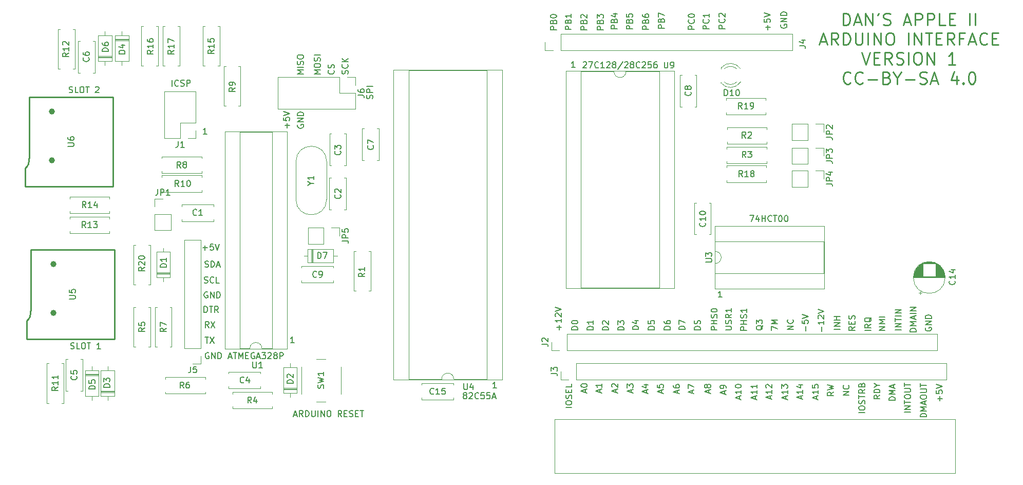
<source format=gbr>
G04 #@! TF.GenerationSoftware,KiCad,Pcbnew,(6.0.2)*
G04 #@! TF.CreationDate,2022-05-29T20:07:13-05:00*
G04 #@! TF.ProjectId,Apple2Card,4170706c-6532-4436-9172-642e6b696361,rev?*
G04 #@! TF.SameCoordinates,Original*
G04 #@! TF.FileFunction,Legend,Top*
G04 #@! TF.FilePolarity,Positive*
%FSLAX46Y46*%
G04 Gerber Fmt 4.6, Leading zero omitted, Abs format (unit mm)*
G04 Created by KiCad (PCBNEW (6.0.2)) date 2022-05-29 20:07:13*
%MOMM*%
%LPD*%
G01*
G04 APERTURE LIST*
%ADD10C,0.150000*%
%ADD11C,0.250000*%
%ADD12C,0.120000*%
%ADD13C,1.000000*%
G04 APERTURE END LIST*
D10*
X140766666Y-90214285D02*
X140766666Y-89738095D01*
X141052380Y-90309523D02*
X140052380Y-89976190D01*
X141052380Y-89642857D01*
X140052380Y-89404761D02*
X140052380Y-88738095D01*
X141052380Y-89166666D01*
X137152380Y-79738095D02*
X136152380Y-79738095D01*
X136152380Y-79500000D01*
X136200000Y-79357142D01*
X136295238Y-79261904D01*
X136390476Y-79214285D01*
X136580952Y-79166666D01*
X136723809Y-79166666D01*
X136914285Y-79214285D01*
X137009523Y-79261904D01*
X137104761Y-79357142D01*
X137152380Y-79500000D01*
X137152380Y-79738095D01*
X136152380Y-78309523D02*
X136152380Y-78500000D01*
X136200000Y-78595238D01*
X136247619Y-78642857D01*
X136390476Y-78738095D01*
X136580952Y-78785714D01*
X136961904Y-78785714D01*
X137057142Y-78738095D01*
X137104761Y-78690476D01*
X137152380Y-78595238D01*
X137152380Y-78404761D01*
X137104761Y-78309523D01*
X137057142Y-78261904D01*
X136961904Y-78214285D01*
X136723809Y-78214285D01*
X136628571Y-78261904D01*
X136580952Y-78309523D01*
X136533333Y-78404761D01*
X136533333Y-78595238D01*
X136580952Y-78690476D01*
X136628571Y-78738095D01*
X136723809Y-78785714D01*
X148556666Y-91150476D02*
X148556666Y-90674285D01*
X148842380Y-91245714D02*
X147842380Y-90912380D01*
X148842380Y-90579047D01*
X148842380Y-89721904D02*
X148842380Y-90293333D01*
X148842380Y-90007619D02*
X147842380Y-90007619D01*
X147985238Y-90102857D01*
X148080476Y-90198095D01*
X148128095Y-90293333D01*
X147842380Y-89102857D02*
X147842380Y-89007619D01*
X147890000Y-88912380D01*
X147937619Y-88864761D01*
X148032857Y-88817142D01*
X148223333Y-88769523D01*
X148461428Y-88769523D01*
X148651904Y-88817142D01*
X148747142Y-88864761D01*
X148794761Y-88912380D01*
X148842380Y-89007619D01*
X148842380Y-89102857D01*
X148794761Y-89198095D01*
X148747142Y-89245714D01*
X148651904Y-89293333D01*
X148461428Y-89340952D01*
X148223333Y-89340952D01*
X148032857Y-89293333D01*
X147937619Y-89245714D01*
X147890000Y-89198095D01*
X147842380Y-89102857D01*
X138356666Y-90214285D02*
X138356666Y-89738095D01*
X138642380Y-90309523D02*
X137642380Y-89976190D01*
X138642380Y-89642857D01*
X137642380Y-88880952D02*
X137642380Y-89071428D01*
X137690000Y-89166666D01*
X137737619Y-89214285D01*
X137880476Y-89309523D01*
X138070952Y-89357142D01*
X138451904Y-89357142D01*
X138547142Y-89309523D01*
X138594761Y-89261904D01*
X138642380Y-89166666D01*
X138642380Y-88976190D01*
X138594761Y-88880952D01*
X138547142Y-88833333D01*
X138451904Y-88785714D01*
X138213809Y-88785714D01*
X138118571Y-88833333D01*
X138070952Y-88880952D01*
X138023333Y-88976190D01*
X138023333Y-89166666D01*
X138070952Y-89261904D01*
X138118571Y-89309523D01*
X138213809Y-89357142D01*
X143506666Y-90184285D02*
X143506666Y-89708095D01*
X143792380Y-90279523D02*
X142792380Y-89946190D01*
X143792380Y-89612857D01*
X143220952Y-89136666D02*
X143173333Y-89231904D01*
X143125714Y-89279523D01*
X143030476Y-89327142D01*
X142982857Y-89327142D01*
X142887619Y-89279523D01*
X142840000Y-89231904D01*
X142792380Y-89136666D01*
X142792380Y-88946190D01*
X142840000Y-88850952D01*
X142887619Y-88803333D01*
X142982857Y-88755714D01*
X143030476Y-88755714D01*
X143125714Y-88803333D01*
X143173333Y-88850952D01*
X143220952Y-88946190D01*
X143220952Y-89136666D01*
X143268571Y-89231904D01*
X143316190Y-89279523D01*
X143411428Y-89327142D01*
X143601904Y-89327142D01*
X143697142Y-89279523D01*
X143744761Y-89231904D01*
X143792380Y-89136666D01*
X143792380Y-88946190D01*
X143744761Y-88850952D01*
X143697142Y-88803333D01*
X143601904Y-88755714D01*
X143411428Y-88755714D01*
X143316190Y-88803333D01*
X143268571Y-88850952D01*
X143220952Y-88946190D01*
X136162380Y-30078095D02*
X135162380Y-30078095D01*
X135162380Y-29697142D01*
X135210000Y-29601904D01*
X135257619Y-29554285D01*
X135352857Y-29506666D01*
X135495714Y-29506666D01*
X135590952Y-29554285D01*
X135638571Y-29601904D01*
X135686190Y-29697142D01*
X135686190Y-30078095D01*
X135638571Y-28744761D02*
X135686190Y-28601904D01*
X135733809Y-28554285D01*
X135829047Y-28506666D01*
X135971904Y-28506666D01*
X136067142Y-28554285D01*
X136114761Y-28601904D01*
X136162380Y-28697142D01*
X136162380Y-29078095D01*
X135162380Y-29078095D01*
X135162380Y-28744761D01*
X135210000Y-28649523D01*
X135257619Y-28601904D01*
X135352857Y-28554285D01*
X135448095Y-28554285D01*
X135543333Y-28601904D01*
X135590952Y-28649523D01*
X135638571Y-28744761D01*
X135638571Y-29078095D01*
X135162380Y-28173333D02*
X135162380Y-27506666D01*
X136162380Y-27935238D01*
X134522380Y-79738095D02*
X133522380Y-79738095D01*
X133522380Y-79500000D01*
X133570000Y-79357142D01*
X133665238Y-79261904D01*
X133760476Y-79214285D01*
X133950952Y-79166666D01*
X134093809Y-79166666D01*
X134284285Y-79214285D01*
X134379523Y-79261904D01*
X134474761Y-79357142D01*
X134522380Y-79500000D01*
X134522380Y-79738095D01*
X133522380Y-78261904D02*
X133522380Y-78738095D01*
X133998571Y-78785714D01*
X133950952Y-78738095D01*
X133903333Y-78642857D01*
X133903333Y-78404761D01*
X133950952Y-78309523D01*
X133998571Y-78261904D01*
X134093809Y-78214285D01*
X134331904Y-78214285D01*
X134427142Y-78261904D01*
X134474761Y-78309523D01*
X134522380Y-78404761D01*
X134522380Y-78642857D01*
X134474761Y-78738095D01*
X134427142Y-78785714D01*
X143522380Y-30188095D02*
X142522380Y-30188095D01*
X142522380Y-29807142D01*
X142570000Y-29711904D01*
X142617619Y-29664285D01*
X142712857Y-29616666D01*
X142855714Y-29616666D01*
X142950952Y-29664285D01*
X142998571Y-29711904D01*
X143046190Y-29807142D01*
X143046190Y-30188095D01*
X143427142Y-28616666D02*
X143474761Y-28664285D01*
X143522380Y-28807142D01*
X143522380Y-28902380D01*
X143474761Y-29045238D01*
X143379523Y-29140476D01*
X143284285Y-29188095D01*
X143093809Y-29235714D01*
X142950952Y-29235714D01*
X142760476Y-29188095D01*
X142665238Y-29140476D01*
X142570000Y-29045238D01*
X142522380Y-28902380D01*
X142522380Y-28807142D01*
X142570000Y-28664285D01*
X142617619Y-28616666D01*
X143522380Y-27664285D02*
X143522380Y-28235714D01*
X143522380Y-27950000D02*
X142522380Y-27950000D01*
X142665238Y-28045238D01*
X142760476Y-28140476D01*
X142808095Y-28235714D01*
X169232380Y-93420952D02*
X168232380Y-93420952D01*
X168232380Y-92754285D02*
X168232380Y-92563809D01*
X168280000Y-92468571D01*
X168375238Y-92373333D01*
X168565714Y-92325714D01*
X168899047Y-92325714D01*
X169089523Y-92373333D01*
X169184761Y-92468571D01*
X169232380Y-92563809D01*
X169232380Y-92754285D01*
X169184761Y-92849523D01*
X169089523Y-92944761D01*
X168899047Y-92992380D01*
X168565714Y-92992380D01*
X168375238Y-92944761D01*
X168280000Y-92849523D01*
X168232380Y-92754285D01*
X169184761Y-91944761D02*
X169232380Y-91801904D01*
X169232380Y-91563809D01*
X169184761Y-91468571D01*
X169137142Y-91420952D01*
X169041904Y-91373333D01*
X168946666Y-91373333D01*
X168851428Y-91420952D01*
X168803809Y-91468571D01*
X168756190Y-91563809D01*
X168708571Y-91754285D01*
X168660952Y-91849523D01*
X168613333Y-91897142D01*
X168518095Y-91944761D01*
X168422857Y-91944761D01*
X168327619Y-91897142D01*
X168280000Y-91849523D01*
X168232380Y-91754285D01*
X168232380Y-91516190D01*
X168280000Y-91373333D01*
X168232380Y-91087619D02*
X168232380Y-90516190D01*
X169232380Y-90801904D02*
X168232380Y-90801904D01*
X169232380Y-89611428D02*
X168756190Y-89944761D01*
X169232380Y-90182857D02*
X168232380Y-90182857D01*
X168232380Y-89801904D01*
X168280000Y-89706666D01*
X168327619Y-89659047D01*
X168422857Y-89611428D01*
X168565714Y-89611428D01*
X168660952Y-89659047D01*
X168708571Y-89706666D01*
X168756190Y-89801904D01*
X168756190Y-90182857D01*
X168708571Y-88849523D02*
X168756190Y-88706666D01*
X168803809Y-88659047D01*
X168899047Y-88611428D01*
X169041904Y-88611428D01*
X169137142Y-88659047D01*
X169184761Y-88706666D01*
X169232380Y-88801904D01*
X169232380Y-89182857D01*
X168232380Y-89182857D01*
X168232380Y-88849523D01*
X168280000Y-88754285D01*
X168327619Y-88706666D01*
X168422857Y-88659047D01*
X168518095Y-88659047D01*
X168613333Y-88706666D01*
X168660952Y-88754285D01*
X168708571Y-88849523D01*
X168708571Y-89182857D01*
X161266666Y-91160476D02*
X161266666Y-90684285D01*
X161552380Y-91255714D02*
X160552380Y-90922380D01*
X161552380Y-90589047D01*
X161552380Y-89731904D02*
X161552380Y-90303333D01*
X161552380Y-90017619D02*
X160552380Y-90017619D01*
X160695238Y-90112857D01*
X160790476Y-90208095D01*
X160838095Y-90303333D01*
X160552380Y-88827142D02*
X160552380Y-89303333D01*
X161028571Y-89350952D01*
X160980952Y-89303333D01*
X160933333Y-89208095D01*
X160933333Y-88970000D01*
X160980952Y-88874761D01*
X161028571Y-88827142D01*
X161123809Y-88779523D01*
X161361904Y-88779523D01*
X161457142Y-88827142D01*
X161504761Y-88874761D01*
X161552380Y-88970000D01*
X161552380Y-89208095D01*
X161504761Y-89303333D01*
X161457142Y-89350952D01*
X130736666Y-90124285D02*
X130736666Y-89648095D01*
X131022380Y-90219523D02*
X130022380Y-89886190D01*
X131022380Y-89552857D01*
X130022380Y-89314761D02*
X130022380Y-88695714D01*
X130403333Y-89029047D01*
X130403333Y-88886190D01*
X130450952Y-88790952D01*
X130498571Y-88743333D01*
X130593809Y-88695714D01*
X130831904Y-88695714D01*
X130927142Y-88743333D01*
X130974761Y-88790952D01*
X131022380Y-88886190D01*
X131022380Y-89171904D01*
X130974761Y-89267142D01*
X130927142Y-89314761D01*
X118811428Y-79731904D02*
X118811428Y-78970000D01*
X119192380Y-79350952D02*
X118430476Y-79350952D01*
X119192380Y-77970000D02*
X119192380Y-78541428D01*
X119192380Y-78255714D02*
X118192380Y-78255714D01*
X118335238Y-78350952D01*
X118430476Y-78446190D01*
X118478095Y-78541428D01*
X118287619Y-77589047D02*
X118240000Y-77541428D01*
X118192380Y-77446190D01*
X118192380Y-77208095D01*
X118240000Y-77112857D01*
X118287619Y-77065238D01*
X118382857Y-77017619D01*
X118478095Y-77017619D01*
X118620952Y-77065238D01*
X119192380Y-77636666D01*
X119192380Y-77017619D01*
X118192380Y-76731904D02*
X119192380Y-76398571D01*
X118192380Y-76065238D01*
X122794761Y-35697619D02*
X122842380Y-35650000D01*
X122937619Y-35602380D01*
X123175714Y-35602380D01*
X123270952Y-35650000D01*
X123318571Y-35697619D01*
X123366190Y-35792857D01*
X123366190Y-35888095D01*
X123318571Y-36030952D01*
X122747142Y-36602380D01*
X123366190Y-36602380D01*
X123699523Y-35602380D02*
X124366190Y-35602380D01*
X123937619Y-36602380D01*
X125318571Y-36507142D02*
X125270952Y-36554761D01*
X125128095Y-36602380D01*
X125032857Y-36602380D01*
X124890000Y-36554761D01*
X124794761Y-36459523D01*
X124747142Y-36364285D01*
X124699523Y-36173809D01*
X124699523Y-36030952D01*
X124747142Y-35840476D01*
X124794761Y-35745238D01*
X124890000Y-35650000D01*
X125032857Y-35602380D01*
X125128095Y-35602380D01*
X125270952Y-35650000D01*
X125318571Y-35697619D01*
X126270952Y-36602380D02*
X125699523Y-36602380D01*
X125985238Y-36602380D02*
X125985238Y-35602380D01*
X125890000Y-35745238D01*
X125794761Y-35840476D01*
X125699523Y-35888095D01*
X126651904Y-35697619D02*
X126699523Y-35650000D01*
X126794761Y-35602380D01*
X127032857Y-35602380D01*
X127128095Y-35650000D01*
X127175714Y-35697619D01*
X127223333Y-35792857D01*
X127223333Y-35888095D01*
X127175714Y-36030952D01*
X126604285Y-36602380D01*
X127223333Y-36602380D01*
X127794761Y-36030952D02*
X127699523Y-35983333D01*
X127651904Y-35935714D01*
X127604285Y-35840476D01*
X127604285Y-35792857D01*
X127651904Y-35697619D01*
X127699523Y-35650000D01*
X127794761Y-35602380D01*
X127985238Y-35602380D01*
X128080476Y-35650000D01*
X128128095Y-35697619D01*
X128175714Y-35792857D01*
X128175714Y-35840476D01*
X128128095Y-35935714D01*
X128080476Y-35983333D01*
X127985238Y-36030952D01*
X127794761Y-36030952D01*
X127699523Y-36078571D01*
X127651904Y-36126190D01*
X127604285Y-36221428D01*
X127604285Y-36411904D01*
X127651904Y-36507142D01*
X127699523Y-36554761D01*
X127794761Y-36602380D01*
X127985238Y-36602380D01*
X128080476Y-36554761D01*
X128128095Y-36507142D01*
X128175714Y-36411904D01*
X128175714Y-36221428D01*
X128128095Y-36126190D01*
X128080476Y-36078571D01*
X127985238Y-36030952D01*
X129318571Y-35554761D02*
X128461428Y-36840476D01*
X129604285Y-35697619D02*
X129651904Y-35650000D01*
X129747142Y-35602380D01*
X129985238Y-35602380D01*
X130080476Y-35650000D01*
X130128095Y-35697619D01*
X130175714Y-35792857D01*
X130175714Y-35888095D01*
X130128095Y-36030952D01*
X129556666Y-36602380D01*
X130175714Y-36602380D01*
X130747142Y-36030952D02*
X130651904Y-35983333D01*
X130604285Y-35935714D01*
X130556666Y-35840476D01*
X130556666Y-35792857D01*
X130604285Y-35697619D01*
X130651904Y-35650000D01*
X130747142Y-35602380D01*
X130937619Y-35602380D01*
X131032857Y-35650000D01*
X131080476Y-35697619D01*
X131128095Y-35792857D01*
X131128095Y-35840476D01*
X131080476Y-35935714D01*
X131032857Y-35983333D01*
X130937619Y-36030952D01*
X130747142Y-36030952D01*
X130651904Y-36078571D01*
X130604285Y-36126190D01*
X130556666Y-36221428D01*
X130556666Y-36411904D01*
X130604285Y-36507142D01*
X130651904Y-36554761D01*
X130747142Y-36602380D01*
X130937619Y-36602380D01*
X131032857Y-36554761D01*
X131080476Y-36507142D01*
X131128095Y-36411904D01*
X131128095Y-36221428D01*
X131080476Y-36126190D01*
X131032857Y-36078571D01*
X130937619Y-36030952D01*
X132128095Y-36507142D02*
X132080476Y-36554761D01*
X131937619Y-36602380D01*
X131842380Y-36602380D01*
X131699523Y-36554761D01*
X131604285Y-36459523D01*
X131556666Y-36364285D01*
X131509047Y-36173809D01*
X131509047Y-36030952D01*
X131556666Y-35840476D01*
X131604285Y-35745238D01*
X131699523Y-35650000D01*
X131842380Y-35602380D01*
X131937619Y-35602380D01*
X132080476Y-35650000D01*
X132128095Y-35697619D01*
X132509047Y-35697619D02*
X132556666Y-35650000D01*
X132651904Y-35602380D01*
X132890000Y-35602380D01*
X132985238Y-35650000D01*
X133032857Y-35697619D01*
X133080476Y-35792857D01*
X133080476Y-35888095D01*
X133032857Y-36030952D01*
X132461428Y-36602380D01*
X133080476Y-36602380D01*
X133985238Y-35602380D02*
X133509047Y-35602380D01*
X133461428Y-36078571D01*
X133509047Y-36030952D01*
X133604285Y-35983333D01*
X133842380Y-35983333D01*
X133937619Y-36030952D01*
X133985238Y-36078571D01*
X134032857Y-36173809D01*
X134032857Y-36411904D01*
X133985238Y-36507142D01*
X133937619Y-36554761D01*
X133842380Y-36602380D01*
X133604285Y-36602380D01*
X133509047Y-36554761D01*
X133461428Y-36507142D01*
X134890000Y-35602380D02*
X134699523Y-35602380D01*
X134604285Y-35650000D01*
X134556666Y-35697619D01*
X134461428Y-35840476D01*
X134413809Y-36030952D01*
X134413809Y-36411904D01*
X134461428Y-36507142D01*
X134509047Y-36554761D01*
X134604285Y-36602380D01*
X134794761Y-36602380D01*
X134890000Y-36554761D01*
X134937619Y-36507142D01*
X134985238Y-36411904D01*
X134985238Y-36173809D01*
X134937619Y-36078571D01*
X134890000Y-36030952D01*
X134794761Y-35983333D01*
X134604285Y-35983333D01*
X134509047Y-36030952D01*
X134461428Y-36078571D01*
X134413809Y-36173809D01*
X54993809Y-39612380D02*
X54993809Y-38612380D01*
X56041428Y-39517142D02*
X55993809Y-39564761D01*
X55850952Y-39612380D01*
X55755714Y-39612380D01*
X55612857Y-39564761D01*
X55517619Y-39469523D01*
X55470000Y-39374285D01*
X55422380Y-39183809D01*
X55422380Y-39040952D01*
X55470000Y-38850476D01*
X55517619Y-38755238D01*
X55612857Y-38660000D01*
X55755714Y-38612380D01*
X55850952Y-38612380D01*
X55993809Y-38660000D01*
X56041428Y-38707619D01*
X56422380Y-39564761D02*
X56565238Y-39612380D01*
X56803333Y-39612380D01*
X56898571Y-39564761D01*
X56946190Y-39517142D01*
X56993809Y-39421904D01*
X56993809Y-39326666D01*
X56946190Y-39231428D01*
X56898571Y-39183809D01*
X56803333Y-39136190D01*
X56612857Y-39088571D01*
X56517619Y-39040952D01*
X56470000Y-38993333D01*
X56422380Y-38898095D01*
X56422380Y-38802857D01*
X56470000Y-38707619D01*
X56517619Y-38660000D01*
X56612857Y-38612380D01*
X56850952Y-38612380D01*
X56993809Y-38660000D01*
X57422380Y-39612380D02*
X57422380Y-38612380D01*
X57803333Y-38612380D01*
X57898571Y-38660000D01*
X57946190Y-38707619D01*
X57993809Y-38802857D01*
X57993809Y-38945714D01*
X57946190Y-39040952D01*
X57898571Y-39088571D01*
X57803333Y-39136190D01*
X57422380Y-39136190D01*
X124452380Y-79768095D02*
X123452380Y-79768095D01*
X123452380Y-79530000D01*
X123500000Y-79387142D01*
X123595238Y-79291904D01*
X123690476Y-79244285D01*
X123880952Y-79196666D01*
X124023809Y-79196666D01*
X124214285Y-79244285D01*
X124309523Y-79291904D01*
X124404761Y-79387142D01*
X124452380Y-79530000D01*
X124452380Y-79768095D01*
X124452380Y-78244285D02*
X124452380Y-78815714D01*
X124452380Y-78530000D02*
X123452380Y-78530000D01*
X123595238Y-78625238D01*
X123690476Y-78720476D01*
X123738095Y-78815714D01*
X61063333Y-79402380D02*
X60730000Y-78926190D01*
X60491904Y-79402380D02*
X60491904Y-78402380D01*
X60872857Y-78402380D01*
X60968095Y-78450000D01*
X61015714Y-78497619D01*
X61063333Y-78592857D01*
X61063333Y-78735714D01*
X61015714Y-78830952D01*
X60968095Y-78878571D01*
X60872857Y-78926190D01*
X60491904Y-78926190D01*
X61396666Y-78402380D02*
X62063333Y-79402380D01*
X62063333Y-78402380D02*
X61396666Y-79402380D01*
X75109523Y-93786666D02*
X75585714Y-93786666D01*
X75014285Y-94072380D02*
X75347619Y-93072380D01*
X75680952Y-94072380D01*
X76585714Y-94072380D02*
X76252380Y-93596190D01*
X76014285Y-94072380D02*
X76014285Y-93072380D01*
X76395238Y-93072380D01*
X76490476Y-93120000D01*
X76538095Y-93167619D01*
X76585714Y-93262857D01*
X76585714Y-93405714D01*
X76538095Y-93500952D01*
X76490476Y-93548571D01*
X76395238Y-93596190D01*
X76014285Y-93596190D01*
X77014285Y-94072380D02*
X77014285Y-93072380D01*
X77252380Y-93072380D01*
X77395238Y-93120000D01*
X77490476Y-93215238D01*
X77538095Y-93310476D01*
X77585714Y-93500952D01*
X77585714Y-93643809D01*
X77538095Y-93834285D01*
X77490476Y-93929523D01*
X77395238Y-94024761D01*
X77252380Y-94072380D01*
X77014285Y-94072380D01*
X78014285Y-93072380D02*
X78014285Y-93881904D01*
X78061904Y-93977142D01*
X78109523Y-94024761D01*
X78204761Y-94072380D01*
X78395238Y-94072380D01*
X78490476Y-94024761D01*
X78538095Y-93977142D01*
X78585714Y-93881904D01*
X78585714Y-93072380D01*
X79061904Y-94072380D02*
X79061904Y-93072380D01*
X79538095Y-94072380D02*
X79538095Y-93072380D01*
X80109523Y-94072380D01*
X80109523Y-93072380D01*
X80776190Y-93072380D02*
X80966666Y-93072380D01*
X81061904Y-93120000D01*
X81157142Y-93215238D01*
X81204761Y-93405714D01*
X81204761Y-93739047D01*
X81157142Y-93929523D01*
X81061904Y-94024761D01*
X80966666Y-94072380D01*
X80776190Y-94072380D01*
X80680952Y-94024761D01*
X80585714Y-93929523D01*
X80538095Y-93739047D01*
X80538095Y-93405714D01*
X80585714Y-93215238D01*
X80680952Y-93120000D01*
X80776190Y-93072380D01*
X82966666Y-94072380D02*
X82633333Y-93596190D01*
X82395238Y-94072380D02*
X82395238Y-93072380D01*
X82776190Y-93072380D01*
X82871428Y-93120000D01*
X82919047Y-93167619D01*
X82966666Y-93262857D01*
X82966666Y-93405714D01*
X82919047Y-93500952D01*
X82871428Y-93548571D01*
X82776190Y-93596190D01*
X82395238Y-93596190D01*
X83395238Y-93548571D02*
X83728571Y-93548571D01*
X83871428Y-94072380D02*
X83395238Y-94072380D01*
X83395238Y-93072380D01*
X83871428Y-93072380D01*
X84252380Y-94024761D02*
X84395238Y-94072380D01*
X84633333Y-94072380D01*
X84728571Y-94024761D01*
X84776190Y-93977142D01*
X84823809Y-93881904D01*
X84823809Y-93786666D01*
X84776190Y-93691428D01*
X84728571Y-93643809D01*
X84633333Y-93596190D01*
X84442857Y-93548571D01*
X84347619Y-93500952D01*
X84300000Y-93453333D01*
X84252380Y-93358095D01*
X84252380Y-93262857D01*
X84300000Y-93167619D01*
X84347619Y-93120000D01*
X84442857Y-93072380D01*
X84680952Y-93072380D01*
X84823809Y-93120000D01*
X85252380Y-93548571D02*
X85585714Y-93548571D01*
X85728571Y-94072380D02*
X85252380Y-94072380D01*
X85252380Y-93072380D01*
X85728571Y-93072380D01*
X86014285Y-93072380D02*
X86585714Y-93072380D01*
X86299999Y-94072380D02*
X86299999Y-93072380D01*
X120822380Y-30268095D02*
X119822380Y-30268095D01*
X119822380Y-29887142D01*
X119870000Y-29791904D01*
X119917619Y-29744285D01*
X120012857Y-29696666D01*
X120155714Y-29696666D01*
X120250952Y-29744285D01*
X120298571Y-29791904D01*
X120346190Y-29887142D01*
X120346190Y-30268095D01*
X120298571Y-28934761D02*
X120346190Y-28791904D01*
X120393809Y-28744285D01*
X120489047Y-28696666D01*
X120631904Y-28696666D01*
X120727142Y-28744285D01*
X120774761Y-28791904D01*
X120822380Y-28887142D01*
X120822380Y-29268095D01*
X119822380Y-29268095D01*
X119822380Y-28934761D01*
X119870000Y-28839523D01*
X119917619Y-28791904D01*
X120012857Y-28744285D01*
X120108095Y-28744285D01*
X120203333Y-28791904D01*
X120250952Y-28839523D01*
X120298571Y-28934761D01*
X120298571Y-29268095D01*
X120822380Y-27744285D02*
X120822380Y-28315714D01*
X120822380Y-28030000D02*
X119822380Y-28030000D01*
X119965238Y-28125238D01*
X120060476Y-28220476D01*
X120108095Y-28315714D01*
X159491428Y-79935714D02*
X159491428Y-79173809D01*
X158872380Y-78221428D02*
X158872380Y-78697619D01*
X159348571Y-78745238D01*
X159300952Y-78697619D01*
X159253333Y-78602380D01*
X159253333Y-78364285D01*
X159300952Y-78269047D01*
X159348571Y-78221428D01*
X159443809Y-78173809D01*
X159681904Y-78173809D01*
X159777142Y-78221428D01*
X159824761Y-78269047D01*
X159872380Y-78364285D01*
X159872380Y-78602380D01*
X159824761Y-78697619D01*
X159777142Y-78745238D01*
X158872380Y-77888095D02*
X159872380Y-77554761D01*
X158872380Y-77221428D01*
X38297619Y-82854761D02*
X38440476Y-82902380D01*
X38678571Y-82902380D01*
X38773809Y-82854761D01*
X38821428Y-82807142D01*
X38869047Y-82711904D01*
X38869047Y-82616666D01*
X38821428Y-82521428D01*
X38773809Y-82473809D01*
X38678571Y-82426190D01*
X38488095Y-82378571D01*
X38392857Y-82330952D01*
X38345238Y-82283333D01*
X38297619Y-82188095D01*
X38297619Y-82092857D01*
X38345238Y-81997619D01*
X38392857Y-81950000D01*
X38488095Y-81902380D01*
X38726190Y-81902380D01*
X38869047Y-81950000D01*
X39773809Y-82902380D02*
X39297619Y-82902380D01*
X39297619Y-81902380D01*
X40297619Y-81902380D02*
X40488095Y-81902380D01*
X40583333Y-81950000D01*
X40678571Y-82045238D01*
X40726190Y-82235714D01*
X40726190Y-82569047D01*
X40678571Y-82759523D01*
X40583333Y-82854761D01*
X40488095Y-82902380D01*
X40297619Y-82902380D01*
X40202380Y-82854761D01*
X40107142Y-82759523D01*
X40059523Y-82569047D01*
X40059523Y-82235714D01*
X40107142Y-82045238D01*
X40202380Y-81950000D01*
X40297619Y-81902380D01*
X41011904Y-81902380D02*
X41583333Y-81902380D01*
X41297619Y-82902380D02*
X41297619Y-81902380D01*
X43202380Y-82902380D02*
X42630952Y-82902380D01*
X42916666Y-82902380D02*
X42916666Y-81902380D01*
X42821428Y-82045238D01*
X42726190Y-82140476D01*
X42630952Y-82188095D01*
X155410000Y-29481904D02*
X155362380Y-29577142D01*
X155362380Y-29720000D01*
X155410000Y-29862857D01*
X155505238Y-29958095D01*
X155600476Y-30005714D01*
X155790952Y-30053333D01*
X155933809Y-30053333D01*
X156124285Y-30005714D01*
X156219523Y-29958095D01*
X156314761Y-29862857D01*
X156362380Y-29720000D01*
X156362380Y-29624761D01*
X156314761Y-29481904D01*
X156267142Y-29434285D01*
X155933809Y-29434285D01*
X155933809Y-29624761D01*
X156362380Y-29005714D02*
X155362380Y-29005714D01*
X156362380Y-28434285D01*
X155362380Y-28434285D01*
X156362380Y-27958095D02*
X155362380Y-27958095D01*
X155362380Y-27720000D01*
X155410000Y-27577142D01*
X155505238Y-27481904D01*
X155600476Y-27434285D01*
X155790952Y-27386666D01*
X155933809Y-27386666D01*
X156124285Y-27434285D01*
X156219523Y-27481904D01*
X156314761Y-27577142D01*
X156362380Y-27720000D01*
X156362380Y-27958095D01*
X60452095Y-80986380D02*
X61023523Y-80986380D01*
X60737809Y-81986380D02*
X60737809Y-80986380D01*
X61261619Y-80986380D02*
X61928285Y-81986380D01*
X61928285Y-80986380D02*
X61261619Y-81986380D01*
X176772380Y-93343333D02*
X175772380Y-93343333D01*
X176772380Y-92867142D02*
X175772380Y-92867142D01*
X176772380Y-92295714D01*
X175772380Y-92295714D01*
X175772380Y-91962380D02*
X175772380Y-91390952D01*
X176772380Y-91676666D02*
X175772380Y-91676666D01*
X175772380Y-90867142D02*
X175772380Y-90676666D01*
X175820000Y-90581428D01*
X175915238Y-90486190D01*
X176105714Y-90438571D01*
X176439047Y-90438571D01*
X176629523Y-90486190D01*
X176724761Y-90581428D01*
X176772380Y-90676666D01*
X176772380Y-90867142D01*
X176724761Y-90962380D01*
X176629523Y-91057619D01*
X176439047Y-91105238D01*
X176105714Y-91105238D01*
X175915238Y-91057619D01*
X175820000Y-90962380D01*
X175772380Y-90867142D01*
X175772380Y-90010000D02*
X176581904Y-90010000D01*
X176677142Y-89962380D01*
X176724761Y-89914761D01*
X176772380Y-89819523D01*
X176772380Y-89629047D01*
X176724761Y-89533809D01*
X176677142Y-89486190D01*
X176581904Y-89438571D01*
X175772380Y-89438571D01*
X175772380Y-89105238D02*
X175772380Y-88533809D01*
X176772380Y-88819523D02*
X175772380Y-88819523D01*
X146066666Y-90314285D02*
X146066666Y-89838095D01*
X146352380Y-90409523D02*
X145352380Y-90076190D01*
X146352380Y-89742857D01*
X146352380Y-89361904D02*
X146352380Y-89171428D01*
X146304761Y-89076190D01*
X146257142Y-89028571D01*
X146114285Y-88933333D01*
X145923809Y-88885714D01*
X145542857Y-88885714D01*
X145447619Y-88933333D01*
X145400000Y-88980952D01*
X145352380Y-89076190D01*
X145352380Y-89266666D01*
X145400000Y-89361904D01*
X145447619Y-89409523D01*
X145542857Y-89457142D01*
X145780952Y-89457142D01*
X145876190Y-89409523D01*
X145923809Y-89361904D01*
X145971428Y-89266666D01*
X145971428Y-89076190D01*
X145923809Y-88980952D01*
X145876190Y-88933333D01*
X145780952Y-88885714D01*
X103211619Y-90558952D02*
X103116380Y-90511333D01*
X103068761Y-90463714D01*
X103021142Y-90368476D01*
X103021142Y-90320857D01*
X103068761Y-90225619D01*
X103116380Y-90178000D01*
X103211619Y-90130380D01*
X103402095Y-90130380D01*
X103497333Y-90178000D01*
X103544952Y-90225619D01*
X103592571Y-90320857D01*
X103592571Y-90368476D01*
X103544952Y-90463714D01*
X103497333Y-90511333D01*
X103402095Y-90558952D01*
X103211619Y-90558952D01*
X103116380Y-90606571D01*
X103068761Y-90654190D01*
X103021142Y-90749428D01*
X103021142Y-90939904D01*
X103068761Y-91035142D01*
X103116380Y-91082761D01*
X103211619Y-91130380D01*
X103402095Y-91130380D01*
X103497333Y-91082761D01*
X103544952Y-91035142D01*
X103592571Y-90939904D01*
X103592571Y-90749428D01*
X103544952Y-90654190D01*
X103497333Y-90606571D01*
X103402095Y-90558952D01*
X103973523Y-90225619D02*
X104021142Y-90178000D01*
X104116380Y-90130380D01*
X104354476Y-90130380D01*
X104449714Y-90178000D01*
X104497333Y-90225619D01*
X104544952Y-90320857D01*
X104544952Y-90416095D01*
X104497333Y-90558952D01*
X103925904Y-91130380D01*
X104544952Y-91130380D01*
X105544952Y-91035142D02*
X105497333Y-91082761D01*
X105354476Y-91130380D01*
X105259238Y-91130380D01*
X105116380Y-91082761D01*
X105021142Y-90987523D01*
X104973523Y-90892285D01*
X104925904Y-90701809D01*
X104925904Y-90558952D01*
X104973523Y-90368476D01*
X105021142Y-90273238D01*
X105116380Y-90178000D01*
X105259238Y-90130380D01*
X105354476Y-90130380D01*
X105497333Y-90178000D01*
X105544952Y-90225619D01*
X106449714Y-90130380D02*
X105973523Y-90130380D01*
X105925904Y-90606571D01*
X105973523Y-90558952D01*
X106068761Y-90511333D01*
X106306857Y-90511333D01*
X106402095Y-90558952D01*
X106449714Y-90606571D01*
X106497333Y-90701809D01*
X106497333Y-90939904D01*
X106449714Y-91035142D01*
X106402095Y-91082761D01*
X106306857Y-91130380D01*
X106068761Y-91130380D01*
X105973523Y-91082761D01*
X105925904Y-91035142D01*
X107402095Y-90130380D02*
X106925904Y-90130380D01*
X106878285Y-90606571D01*
X106925904Y-90558952D01*
X107021142Y-90511333D01*
X107259238Y-90511333D01*
X107354476Y-90558952D01*
X107402095Y-90606571D01*
X107449714Y-90701809D01*
X107449714Y-90939904D01*
X107402095Y-91035142D01*
X107354476Y-91082761D01*
X107259238Y-91130380D01*
X107021142Y-91130380D01*
X106925904Y-91082761D01*
X106878285Y-91035142D01*
X107830666Y-90844666D02*
X108306857Y-90844666D01*
X107735428Y-91130380D02*
X108068761Y-90130380D01*
X108402095Y-91130380D01*
X79446380Y-37639428D02*
X78446380Y-37639428D01*
X79160666Y-37306095D01*
X78446380Y-36972761D01*
X79446380Y-36972761D01*
X78446380Y-36306095D02*
X78446380Y-36115619D01*
X78494000Y-36020380D01*
X78589238Y-35925142D01*
X78779714Y-35877523D01*
X79113047Y-35877523D01*
X79303523Y-35925142D01*
X79398761Y-36020380D01*
X79446380Y-36115619D01*
X79446380Y-36306095D01*
X79398761Y-36401333D01*
X79303523Y-36496571D01*
X79113047Y-36544190D01*
X78779714Y-36544190D01*
X78589238Y-36496571D01*
X78494000Y-36401333D01*
X78446380Y-36306095D01*
X79398761Y-35496571D02*
X79446380Y-35353714D01*
X79446380Y-35115619D01*
X79398761Y-35020380D01*
X79351142Y-34972761D01*
X79255904Y-34925142D01*
X79160666Y-34925142D01*
X79065428Y-34972761D01*
X79017809Y-35020380D01*
X78970190Y-35115619D01*
X78922571Y-35306095D01*
X78874952Y-35401333D01*
X78827333Y-35448952D01*
X78732095Y-35496571D01*
X78636857Y-35496571D01*
X78541619Y-35448952D01*
X78494000Y-35401333D01*
X78446380Y-35306095D01*
X78446380Y-35068000D01*
X78494000Y-34925142D01*
X79446380Y-34496571D02*
X78446380Y-34496571D01*
X123372380Y-30308095D02*
X122372380Y-30308095D01*
X122372380Y-29927142D01*
X122420000Y-29831904D01*
X122467619Y-29784285D01*
X122562857Y-29736666D01*
X122705714Y-29736666D01*
X122800952Y-29784285D01*
X122848571Y-29831904D01*
X122896190Y-29927142D01*
X122896190Y-30308095D01*
X122848571Y-28974761D02*
X122896190Y-28831904D01*
X122943809Y-28784285D01*
X123039047Y-28736666D01*
X123181904Y-28736666D01*
X123277142Y-28784285D01*
X123324761Y-28831904D01*
X123372380Y-28927142D01*
X123372380Y-29308095D01*
X122372380Y-29308095D01*
X122372380Y-28974761D01*
X122420000Y-28879523D01*
X122467619Y-28831904D01*
X122562857Y-28784285D01*
X122658095Y-28784285D01*
X122753333Y-28831904D01*
X122800952Y-28879523D01*
X122848571Y-28974761D01*
X122848571Y-29308095D01*
X122467619Y-28355714D02*
X122420000Y-28308095D01*
X122372380Y-28212857D01*
X122372380Y-27974761D01*
X122420000Y-27879523D01*
X122467619Y-27831904D01*
X122562857Y-27784285D01*
X122658095Y-27784285D01*
X122800952Y-27831904D01*
X123372380Y-28403333D01*
X123372380Y-27784285D01*
X81637142Y-36996666D02*
X81684761Y-37044285D01*
X81732380Y-37187142D01*
X81732380Y-37282380D01*
X81684761Y-37425238D01*
X81589523Y-37520476D01*
X81494285Y-37568095D01*
X81303809Y-37615714D01*
X81160952Y-37615714D01*
X80970476Y-37568095D01*
X80875238Y-37520476D01*
X80780000Y-37425238D01*
X80732380Y-37282380D01*
X80732380Y-37187142D01*
X80780000Y-37044285D01*
X80827619Y-36996666D01*
X81684761Y-36615714D02*
X81732380Y-36472857D01*
X81732380Y-36234761D01*
X81684761Y-36139523D01*
X81637142Y-36091904D01*
X81541904Y-36044285D01*
X81446666Y-36044285D01*
X81351428Y-36091904D01*
X81303809Y-36139523D01*
X81256190Y-36234761D01*
X81208571Y-36425238D01*
X81160952Y-36520476D01*
X81113333Y-36568095D01*
X81018095Y-36615714D01*
X80922857Y-36615714D01*
X80827619Y-36568095D01*
X80780000Y-36520476D01*
X80732380Y-36425238D01*
X80732380Y-36187142D01*
X80780000Y-36044285D01*
X144872380Y-79788095D02*
X143872380Y-79788095D01*
X143872380Y-79407142D01*
X143920000Y-79311904D01*
X143967619Y-79264285D01*
X144062857Y-79216666D01*
X144205714Y-79216666D01*
X144300952Y-79264285D01*
X144348571Y-79311904D01*
X144396190Y-79407142D01*
X144396190Y-79788095D01*
X144872380Y-78788095D02*
X143872380Y-78788095D01*
X144348571Y-78788095D02*
X144348571Y-78216666D01*
X144872380Y-78216666D02*
X143872380Y-78216666D01*
X144824761Y-77788095D02*
X144872380Y-77645238D01*
X144872380Y-77407142D01*
X144824761Y-77311904D01*
X144777142Y-77264285D01*
X144681904Y-77216666D01*
X144586666Y-77216666D01*
X144491428Y-77264285D01*
X144443809Y-77311904D01*
X144396190Y-77407142D01*
X144348571Y-77597619D01*
X144300952Y-77692857D01*
X144253333Y-77740476D01*
X144158095Y-77788095D01*
X144062857Y-77788095D01*
X143967619Y-77740476D01*
X143920000Y-77692857D01*
X143872380Y-77597619D01*
X143872380Y-77359523D01*
X143920000Y-77216666D01*
X143872380Y-76597619D02*
X143872380Y-76502380D01*
X143920000Y-76407142D01*
X143967619Y-76359523D01*
X144062857Y-76311904D01*
X144253333Y-76264285D01*
X144491428Y-76264285D01*
X144681904Y-76311904D01*
X144777142Y-76359523D01*
X144824761Y-76407142D01*
X144872380Y-76502380D01*
X144872380Y-76597619D01*
X144824761Y-76692857D01*
X144777142Y-76740476D01*
X144681904Y-76788095D01*
X144491428Y-76835714D01*
X144253333Y-76835714D01*
X144062857Y-76788095D01*
X143967619Y-76740476D01*
X143920000Y-76692857D01*
X143872380Y-76597619D01*
X157432380Y-79715714D02*
X156432380Y-79715714D01*
X157432380Y-79144285D01*
X156432380Y-79144285D01*
X157337142Y-78096666D02*
X157384761Y-78144285D01*
X157432380Y-78287142D01*
X157432380Y-78382380D01*
X157384761Y-78525238D01*
X157289523Y-78620476D01*
X157194285Y-78668095D01*
X157003809Y-78715714D01*
X156860952Y-78715714D01*
X156670476Y-78668095D01*
X156575238Y-78620476D01*
X156480000Y-78525238D01*
X156432380Y-78382380D01*
X156432380Y-78287142D01*
X156480000Y-78144285D01*
X156527619Y-78096666D01*
X60858095Y-73540000D02*
X60762857Y-73492380D01*
X60620000Y-73492380D01*
X60477142Y-73540000D01*
X60381904Y-73635238D01*
X60334285Y-73730476D01*
X60286666Y-73920952D01*
X60286666Y-74063809D01*
X60334285Y-74254285D01*
X60381904Y-74349523D01*
X60477142Y-74444761D01*
X60620000Y-74492380D01*
X60715238Y-74492380D01*
X60858095Y-74444761D01*
X60905714Y-74397142D01*
X60905714Y-74063809D01*
X60715238Y-74063809D01*
X61334285Y-74492380D02*
X61334285Y-73492380D01*
X61905714Y-74492380D01*
X61905714Y-73492380D01*
X62381904Y-74492380D02*
X62381904Y-73492380D01*
X62620000Y-73492380D01*
X62762857Y-73540000D01*
X62858095Y-73635238D01*
X62905714Y-73730476D01*
X62953333Y-73920952D01*
X62953333Y-74063809D01*
X62905714Y-74254285D01*
X62858095Y-74349523D01*
X62762857Y-74444761D01*
X62620000Y-74492380D01*
X62381904Y-74492380D01*
X153251428Y-30285714D02*
X153251428Y-29523809D01*
X153632380Y-29904761D02*
X152870476Y-29904761D01*
X152632380Y-28571428D02*
X152632380Y-29047619D01*
X153108571Y-29095238D01*
X153060952Y-29047619D01*
X153013333Y-28952380D01*
X153013333Y-28714285D01*
X153060952Y-28619047D01*
X153108571Y-28571428D01*
X153203809Y-28523809D01*
X153441904Y-28523809D01*
X153537142Y-28571428D01*
X153584761Y-28619047D01*
X153632380Y-28714285D01*
X153632380Y-28952380D01*
X153584761Y-29047619D01*
X153537142Y-29095238D01*
X152632380Y-28238095D02*
X153632380Y-27904761D01*
X152632380Y-27571428D01*
D11*
X165625238Y-29602761D02*
X165625238Y-27602761D01*
X166101428Y-27602761D01*
X166387142Y-27698000D01*
X166577619Y-27888476D01*
X166672857Y-28078952D01*
X166768095Y-28459904D01*
X166768095Y-28745619D01*
X166672857Y-29126571D01*
X166577619Y-29317047D01*
X166387142Y-29507523D01*
X166101428Y-29602761D01*
X165625238Y-29602761D01*
X167530000Y-29031333D02*
X168482380Y-29031333D01*
X167339523Y-29602761D02*
X168006190Y-27602761D01*
X168672857Y-29602761D01*
X169339523Y-29602761D02*
X169339523Y-27602761D01*
X170482380Y-29602761D01*
X170482380Y-27602761D01*
X171530000Y-27602761D02*
X171339523Y-27983714D01*
X172291904Y-29507523D02*
X172577619Y-29602761D01*
X173053809Y-29602761D01*
X173244285Y-29507523D01*
X173339523Y-29412285D01*
X173434761Y-29221809D01*
X173434761Y-29031333D01*
X173339523Y-28840857D01*
X173244285Y-28745619D01*
X173053809Y-28650380D01*
X172672857Y-28555142D01*
X172482380Y-28459904D01*
X172387142Y-28364666D01*
X172291904Y-28174190D01*
X172291904Y-27983714D01*
X172387142Y-27793238D01*
X172482380Y-27698000D01*
X172672857Y-27602761D01*
X173149047Y-27602761D01*
X173434761Y-27698000D01*
X175720476Y-29031333D02*
X176672857Y-29031333D01*
X175530000Y-29602761D02*
X176196666Y-27602761D01*
X176863333Y-29602761D01*
X177530000Y-29602761D02*
X177530000Y-27602761D01*
X178291904Y-27602761D01*
X178482380Y-27698000D01*
X178577619Y-27793238D01*
X178672857Y-27983714D01*
X178672857Y-28269428D01*
X178577619Y-28459904D01*
X178482380Y-28555142D01*
X178291904Y-28650380D01*
X177530000Y-28650380D01*
X179530000Y-29602761D02*
X179530000Y-27602761D01*
X180291904Y-27602761D01*
X180482380Y-27698000D01*
X180577619Y-27793238D01*
X180672857Y-27983714D01*
X180672857Y-28269428D01*
X180577619Y-28459904D01*
X180482380Y-28555142D01*
X180291904Y-28650380D01*
X179530000Y-28650380D01*
X182482380Y-29602761D02*
X181530000Y-29602761D01*
X181530000Y-27602761D01*
X183149047Y-28555142D02*
X183815714Y-28555142D01*
X184101428Y-29602761D02*
X183149047Y-29602761D01*
X183149047Y-27602761D01*
X184101428Y-27602761D01*
X186482380Y-29602761D02*
X186482380Y-27602761D01*
X187434761Y-29602761D02*
X187434761Y-27602761D01*
X161863333Y-32251333D02*
X162815714Y-32251333D01*
X161672857Y-32822761D02*
X162339523Y-30822761D01*
X163006190Y-32822761D01*
X164815714Y-32822761D02*
X164149047Y-31870380D01*
X163672857Y-32822761D02*
X163672857Y-30822761D01*
X164434761Y-30822761D01*
X164625238Y-30918000D01*
X164720476Y-31013238D01*
X164815714Y-31203714D01*
X164815714Y-31489428D01*
X164720476Y-31679904D01*
X164625238Y-31775142D01*
X164434761Y-31870380D01*
X163672857Y-31870380D01*
X165672857Y-32822761D02*
X165672857Y-30822761D01*
X166149047Y-30822761D01*
X166434761Y-30918000D01*
X166625238Y-31108476D01*
X166720476Y-31298952D01*
X166815714Y-31679904D01*
X166815714Y-31965619D01*
X166720476Y-32346571D01*
X166625238Y-32537047D01*
X166434761Y-32727523D01*
X166149047Y-32822761D01*
X165672857Y-32822761D01*
X167672857Y-30822761D02*
X167672857Y-32441809D01*
X167768095Y-32632285D01*
X167863333Y-32727523D01*
X168053809Y-32822761D01*
X168434761Y-32822761D01*
X168625238Y-32727523D01*
X168720476Y-32632285D01*
X168815714Y-32441809D01*
X168815714Y-30822761D01*
X169768095Y-32822761D02*
X169768095Y-30822761D01*
X170720476Y-32822761D02*
X170720476Y-30822761D01*
X171863333Y-32822761D01*
X171863333Y-30822761D01*
X173196666Y-30822761D02*
X173577619Y-30822761D01*
X173768095Y-30918000D01*
X173958571Y-31108476D01*
X174053809Y-31489428D01*
X174053809Y-32156095D01*
X173958571Y-32537047D01*
X173768095Y-32727523D01*
X173577619Y-32822761D01*
X173196666Y-32822761D01*
X173006190Y-32727523D01*
X172815714Y-32537047D01*
X172720476Y-32156095D01*
X172720476Y-31489428D01*
X172815714Y-31108476D01*
X173006190Y-30918000D01*
X173196666Y-30822761D01*
X176434761Y-32822761D02*
X176434761Y-30822761D01*
X177387142Y-32822761D02*
X177387142Y-30822761D01*
X178530000Y-32822761D01*
X178530000Y-30822761D01*
X179196666Y-30822761D02*
X180339523Y-30822761D01*
X179768095Y-32822761D02*
X179768095Y-30822761D01*
X181006190Y-31775142D02*
X181672857Y-31775142D01*
X181958571Y-32822761D02*
X181006190Y-32822761D01*
X181006190Y-30822761D01*
X181958571Y-30822761D01*
X183958571Y-32822761D02*
X183291904Y-31870380D01*
X182815714Y-32822761D02*
X182815714Y-30822761D01*
X183577619Y-30822761D01*
X183768095Y-30918000D01*
X183863333Y-31013238D01*
X183958571Y-31203714D01*
X183958571Y-31489428D01*
X183863333Y-31679904D01*
X183768095Y-31775142D01*
X183577619Y-31870380D01*
X182815714Y-31870380D01*
X185482380Y-31775142D02*
X184815714Y-31775142D01*
X184815714Y-32822761D02*
X184815714Y-30822761D01*
X185768095Y-30822761D01*
X186434761Y-32251333D02*
X187387142Y-32251333D01*
X186244285Y-32822761D02*
X186910952Y-30822761D01*
X187577619Y-32822761D01*
X189387142Y-32632285D02*
X189291904Y-32727523D01*
X189006190Y-32822761D01*
X188815714Y-32822761D01*
X188530000Y-32727523D01*
X188339523Y-32537047D01*
X188244285Y-32346571D01*
X188149047Y-31965619D01*
X188149047Y-31679904D01*
X188244285Y-31298952D01*
X188339523Y-31108476D01*
X188530000Y-30918000D01*
X188815714Y-30822761D01*
X189006190Y-30822761D01*
X189291904Y-30918000D01*
X189387142Y-31013238D01*
X190244285Y-31775142D02*
X190910952Y-31775142D01*
X191196666Y-32822761D02*
X190244285Y-32822761D01*
X190244285Y-30822761D01*
X191196666Y-30822761D01*
X168720476Y-34042761D02*
X169387142Y-36042761D01*
X170053809Y-34042761D01*
X170720476Y-34995142D02*
X171387142Y-34995142D01*
X171672857Y-36042761D02*
X170720476Y-36042761D01*
X170720476Y-34042761D01*
X171672857Y-34042761D01*
X173672857Y-36042761D02*
X173006190Y-35090380D01*
X172530000Y-36042761D02*
X172530000Y-34042761D01*
X173291904Y-34042761D01*
X173482380Y-34138000D01*
X173577619Y-34233238D01*
X173672857Y-34423714D01*
X173672857Y-34709428D01*
X173577619Y-34899904D01*
X173482380Y-34995142D01*
X173291904Y-35090380D01*
X172530000Y-35090380D01*
X174434761Y-35947523D02*
X174720476Y-36042761D01*
X175196666Y-36042761D01*
X175387142Y-35947523D01*
X175482380Y-35852285D01*
X175577619Y-35661809D01*
X175577619Y-35471333D01*
X175482380Y-35280857D01*
X175387142Y-35185619D01*
X175196666Y-35090380D01*
X174815714Y-34995142D01*
X174625238Y-34899904D01*
X174530000Y-34804666D01*
X174434761Y-34614190D01*
X174434761Y-34423714D01*
X174530000Y-34233238D01*
X174625238Y-34138000D01*
X174815714Y-34042761D01*
X175291904Y-34042761D01*
X175577619Y-34138000D01*
X176434761Y-36042761D02*
X176434761Y-34042761D01*
X177768095Y-34042761D02*
X178149047Y-34042761D01*
X178339523Y-34138000D01*
X178530000Y-34328476D01*
X178625238Y-34709428D01*
X178625238Y-35376095D01*
X178530000Y-35757047D01*
X178339523Y-35947523D01*
X178149047Y-36042761D01*
X177768095Y-36042761D01*
X177577619Y-35947523D01*
X177387142Y-35757047D01*
X177291904Y-35376095D01*
X177291904Y-34709428D01*
X177387142Y-34328476D01*
X177577619Y-34138000D01*
X177768095Y-34042761D01*
X179482380Y-36042761D02*
X179482380Y-34042761D01*
X180625238Y-36042761D01*
X180625238Y-34042761D01*
X184149047Y-36042761D02*
X183006190Y-36042761D01*
X183577619Y-36042761D02*
X183577619Y-34042761D01*
X183387142Y-34328476D01*
X183196666Y-34518952D01*
X183006190Y-34614190D01*
X166863333Y-39072285D02*
X166768095Y-39167523D01*
X166482380Y-39262761D01*
X166291904Y-39262761D01*
X166006190Y-39167523D01*
X165815714Y-38977047D01*
X165720476Y-38786571D01*
X165625238Y-38405619D01*
X165625238Y-38119904D01*
X165720476Y-37738952D01*
X165815714Y-37548476D01*
X166006190Y-37358000D01*
X166291904Y-37262761D01*
X166482380Y-37262761D01*
X166768095Y-37358000D01*
X166863333Y-37453238D01*
X168863333Y-39072285D02*
X168768095Y-39167523D01*
X168482380Y-39262761D01*
X168291904Y-39262761D01*
X168006190Y-39167523D01*
X167815714Y-38977047D01*
X167720476Y-38786571D01*
X167625238Y-38405619D01*
X167625238Y-38119904D01*
X167720476Y-37738952D01*
X167815714Y-37548476D01*
X168006190Y-37358000D01*
X168291904Y-37262761D01*
X168482380Y-37262761D01*
X168768095Y-37358000D01*
X168863333Y-37453238D01*
X169720476Y-38500857D02*
X171244285Y-38500857D01*
X172863333Y-38215142D02*
X173149047Y-38310380D01*
X173244285Y-38405619D01*
X173339523Y-38596095D01*
X173339523Y-38881809D01*
X173244285Y-39072285D01*
X173149047Y-39167523D01*
X172958571Y-39262761D01*
X172196666Y-39262761D01*
X172196666Y-37262761D01*
X172863333Y-37262761D01*
X173053809Y-37358000D01*
X173149047Y-37453238D01*
X173244285Y-37643714D01*
X173244285Y-37834190D01*
X173149047Y-38024666D01*
X173053809Y-38119904D01*
X172863333Y-38215142D01*
X172196666Y-38215142D01*
X174577619Y-38310380D02*
X174577619Y-39262761D01*
X173910952Y-37262761D02*
X174577619Y-38310380D01*
X175244285Y-37262761D01*
X175910952Y-38500857D02*
X177434761Y-38500857D01*
X178291904Y-39167523D02*
X178577619Y-39262761D01*
X179053809Y-39262761D01*
X179244285Y-39167523D01*
X179339523Y-39072285D01*
X179434761Y-38881809D01*
X179434761Y-38691333D01*
X179339523Y-38500857D01*
X179244285Y-38405619D01*
X179053809Y-38310380D01*
X178672857Y-38215142D01*
X178482380Y-38119904D01*
X178387142Y-38024666D01*
X178291904Y-37834190D01*
X178291904Y-37643714D01*
X178387142Y-37453238D01*
X178482380Y-37358000D01*
X178672857Y-37262761D01*
X179149047Y-37262761D01*
X179434761Y-37358000D01*
X180196666Y-38691333D02*
X181149047Y-38691333D01*
X180006190Y-39262761D02*
X180672857Y-37262761D01*
X181339523Y-39262761D01*
X184387142Y-37929428D02*
X184387142Y-39262761D01*
X183910952Y-37167523D02*
X183434761Y-38596095D01*
X184672857Y-38596095D01*
X185434761Y-39072285D02*
X185530000Y-39167523D01*
X185434761Y-39262761D01*
X185339523Y-39167523D01*
X185434761Y-39072285D01*
X185434761Y-39262761D01*
X186768095Y-37262761D02*
X186958571Y-37262761D01*
X187149047Y-37358000D01*
X187244285Y-37453238D01*
X187339523Y-37643714D01*
X187434761Y-38024666D01*
X187434761Y-38500857D01*
X187339523Y-38881809D01*
X187244285Y-39072285D01*
X187149047Y-39167523D01*
X186958571Y-39262761D01*
X186768095Y-39262761D01*
X186577619Y-39167523D01*
X186482380Y-39072285D01*
X186387142Y-38881809D01*
X186291904Y-38500857D01*
X186291904Y-38024666D01*
X186387142Y-37643714D01*
X186482380Y-37453238D01*
X186577619Y-37358000D01*
X186768095Y-37262761D01*
D10*
X179240000Y-79411904D02*
X179192380Y-79507142D01*
X179192380Y-79650000D01*
X179240000Y-79792857D01*
X179335238Y-79888095D01*
X179430476Y-79935714D01*
X179620952Y-79983333D01*
X179763809Y-79983333D01*
X179954285Y-79935714D01*
X180049523Y-79888095D01*
X180144761Y-79792857D01*
X180192380Y-79650000D01*
X180192380Y-79554761D01*
X180144761Y-79411904D01*
X180097142Y-79364285D01*
X179763809Y-79364285D01*
X179763809Y-79554761D01*
X180192380Y-78935714D02*
X179192380Y-78935714D01*
X180192380Y-78364285D01*
X179192380Y-78364285D01*
X180192380Y-77888095D02*
X179192380Y-77888095D01*
X179192380Y-77650000D01*
X179240000Y-77507142D01*
X179335238Y-77411904D01*
X179430476Y-77364285D01*
X179620952Y-77316666D01*
X179763809Y-77316666D01*
X179954285Y-77364285D01*
X180049523Y-77411904D01*
X180144761Y-77507142D01*
X180192380Y-77650000D01*
X180192380Y-77888095D01*
X128402380Y-30128095D02*
X127402380Y-30128095D01*
X127402380Y-29747142D01*
X127450000Y-29651904D01*
X127497619Y-29604285D01*
X127592857Y-29556666D01*
X127735714Y-29556666D01*
X127830952Y-29604285D01*
X127878571Y-29651904D01*
X127926190Y-29747142D01*
X127926190Y-30128095D01*
X127878571Y-28794761D02*
X127926190Y-28651904D01*
X127973809Y-28604285D01*
X128069047Y-28556666D01*
X128211904Y-28556666D01*
X128307142Y-28604285D01*
X128354761Y-28651904D01*
X128402380Y-28747142D01*
X128402380Y-29128095D01*
X127402380Y-29128095D01*
X127402380Y-28794761D01*
X127450000Y-28699523D01*
X127497619Y-28651904D01*
X127592857Y-28604285D01*
X127688095Y-28604285D01*
X127783333Y-28651904D01*
X127830952Y-28699523D01*
X127878571Y-28794761D01*
X127878571Y-29128095D01*
X127735714Y-27699523D02*
X128402380Y-27699523D01*
X127354761Y-27937619D02*
X128069047Y-28175714D01*
X128069047Y-27556666D01*
X153842380Y-79844761D02*
X153842380Y-79178095D01*
X154842380Y-79606666D01*
X154842380Y-78797142D02*
X153842380Y-78797142D01*
X154556666Y-78463809D01*
X153842380Y-78130476D01*
X154842380Y-78130476D01*
X130912380Y-30188095D02*
X129912380Y-30188095D01*
X129912380Y-29807142D01*
X129960000Y-29711904D01*
X130007619Y-29664285D01*
X130102857Y-29616666D01*
X130245714Y-29616666D01*
X130340952Y-29664285D01*
X130388571Y-29711904D01*
X130436190Y-29807142D01*
X130436190Y-30188095D01*
X130388571Y-28854761D02*
X130436190Y-28711904D01*
X130483809Y-28664285D01*
X130579047Y-28616666D01*
X130721904Y-28616666D01*
X130817142Y-28664285D01*
X130864761Y-28711904D01*
X130912380Y-28807142D01*
X130912380Y-29188095D01*
X129912380Y-29188095D01*
X129912380Y-28854761D01*
X129960000Y-28759523D01*
X130007619Y-28711904D01*
X130102857Y-28664285D01*
X130198095Y-28664285D01*
X130293333Y-28711904D01*
X130340952Y-28759523D01*
X130388571Y-28854761D01*
X130388571Y-29188095D01*
X129912380Y-27711904D02*
X129912380Y-28188095D01*
X130388571Y-28235714D01*
X130340952Y-28188095D01*
X130293333Y-28092857D01*
X130293333Y-27854761D01*
X130340952Y-27759523D01*
X130388571Y-27711904D01*
X130483809Y-27664285D01*
X130721904Y-27664285D01*
X130817142Y-27711904D01*
X130864761Y-27759523D01*
X130912380Y-27854761D01*
X130912380Y-28092857D01*
X130864761Y-28188095D01*
X130817142Y-28235714D01*
X166632380Y-90525714D02*
X165632380Y-90525714D01*
X166632380Y-89954285D01*
X165632380Y-89954285D01*
X166537142Y-88906666D02*
X166584761Y-88954285D01*
X166632380Y-89097142D01*
X166632380Y-89192380D01*
X166584761Y-89335238D01*
X166489523Y-89430476D01*
X166394285Y-89478095D01*
X166203809Y-89525714D01*
X166060952Y-89525714D01*
X165870476Y-89478095D01*
X165775238Y-89430476D01*
X165680000Y-89335238D01*
X165632380Y-89192380D01*
X165632380Y-89097142D01*
X165680000Y-88954285D01*
X165727619Y-88906666D01*
X75740000Y-45973904D02*
X75692380Y-46069142D01*
X75692380Y-46212000D01*
X75740000Y-46354857D01*
X75835238Y-46450095D01*
X75930476Y-46497714D01*
X76120952Y-46545333D01*
X76263809Y-46545333D01*
X76454285Y-46497714D01*
X76549523Y-46450095D01*
X76644761Y-46354857D01*
X76692380Y-46212000D01*
X76692380Y-46116761D01*
X76644761Y-45973904D01*
X76597142Y-45926285D01*
X76263809Y-45926285D01*
X76263809Y-46116761D01*
X76692380Y-45497714D02*
X75692380Y-45497714D01*
X76692380Y-44926285D01*
X75692380Y-44926285D01*
X76692380Y-44450095D02*
X75692380Y-44450095D01*
X75692380Y-44212000D01*
X75740000Y-44069142D01*
X75835238Y-43973904D01*
X75930476Y-43926285D01*
X76120952Y-43878666D01*
X76263809Y-43878666D01*
X76454285Y-43926285D01*
X76549523Y-43973904D01*
X76644761Y-44069142D01*
X76692380Y-44212000D01*
X76692380Y-44450095D01*
X123136666Y-90084285D02*
X123136666Y-89608095D01*
X123422380Y-90179523D02*
X122422380Y-89846190D01*
X123422380Y-89512857D01*
X122422380Y-88989047D02*
X122422380Y-88893809D01*
X122470000Y-88798571D01*
X122517619Y-88750952D01*
X122612857Y-88703333D01*
X122803333Y-88655714D01*
X123041428Y-88655714D01*
X123231904Y-88703333D01*
X123327142Y-88750952D01*
X123374761Y-88798571D01*
X123422380Y-88893809D01*
X123422380Y-88989047D01*
X123374761Y-89084285D01*
X123327142Y-89131904D01*
X123231904Y-89179523D01*
X123041428Y-89227142D01*
X122803333Y-89227142D01*
X122612857Y-89179523D01*
X122517619Y-89131904D01*
X122470000Y-89084285D01*
X122422380Y-88989047D01*
X129502380Y-79798095D02*
X128502380Y-79798095D01*
X128502380Y-79560000D01*
X128550000Y-79417142D01*
X128645238Y-79321904D01*
X128740476Y-79274285D01*
X128930952Y-79226666D01*
X129073809Y-79226666D01*
X129264285Y-79274285D01*
X129359523Y-79321904D01*
X129454761Y-79417142D01*
X129502380Y-79560000D01*
X129502380Y-79798095D01*
X128502380Y-78893333D02*
X128502380Y-78274285D01*
X128883333Y-78607619D01*
X128883333Y-78464761D01*
X128930952Y-78369523D01*
X128978571Y-78321904D01*
X129073809Y-78274285D01*
X129311904Y-78274285D01*
X129407142Y-78321904D01*
X129454761Y-78369523D01*
X129502380Y-78464761D01*
X129502380Y-78750476D01*
X129454761Y-78845714D01*
X129407142Y-78893333D01*
X133592380Y-30238095D02*
X132592380Y-30238095D01*
X132592380Y-29857142D01*
X132640000Y-29761904D01*
X132687619Y-29714285D01*
X132782857Y-29666666D01*
X132925714Y-29666666D01*
X133020952Y-29714285D01*
X133068571Y-29761904D01*
X133116190Y-29857142D01*
X133116190Y-30238095D01*
X133068571Y-28904761D02*
X133116190Y-28761904D01*
X133163809Y-28714285D01*
X133259047Y-28666666D01*
X133401904Y-28666666D01*
X133497142Y-28714285D01*
X133544761Y-28761904D01*
X133592380Y-28857142D01*
X133592380Y-29238095D01*
X132592380Y-29238095D01*
X132592380Y-28904761D01*
X132640000Y-28809523D01*
X132687619Y-28761904D01*
X132782857Y-28714285D01*
X132878095Y-28714285D01*
X132973333Y-28761904D01*
X133020952Y-28809523D01*
X133068571Y-28904761D01*
X133068571Y-29238095D01*
X132592380Y-27809523D02*
X132592380Y-28000000D01*
X132640000Y-28095238D01*
X132687619Y-28142857D01*
X132830476Y-28238095D01*
X133020952Y-28285714D01*
X133401904Y-28285714D01*
X133497142Y-28238095D01*
X133544761Y-28190476D01*
X133592380Y-28095238D01*
X133592380Y-27904761D01*
X133544761Y-27809523D01*
X133497142Y-27761904D01*
X133401904Y-27714285D01*
X133163809Y-27714285D01*
X133068571Y-27761904D01*
X133020952Y-27809523D01*
X132973333Y-27904761D01*
X132973333Y-28095238D01*
X133020952Y-28190476D01*
X133068571Y-28238095D01*
X133163809Y-28285714D01*
X125556666Y-90084285D02*
X125556666Y-89608095D01*
X125842380Y-90179523D02*
X124842380Y-89846190D01*
X125842380Y-89512857D01*
X125842380Y-88655714D02*
X125842380Y-89227142D01*
X125842380Y-88941428D02*
X124842380Y-88941428D01*
X124985238Y-89036666D01*
X125080476Y-89131904D01*
X125128095Y-89227142D01*
X139562380Y-79728095D02*
X138562380Y-79728095D01*
X138562380Y-79490000D01*
X138610000Y-79347142D01*
X138705238Y-79251904D01*
X138800476Y-79204285D01*
X138990952Y-79156666D01*
X139133809Y-79156666D01*
X139324285Y-79204285D01*
X139419523Y-79251904D01*
X139514761Y-79347142D01*
X139562380Y-79490000D01*
X139562380Y-79728095D01*
X138562380Y-78823333D02*
X138562380Y-78156666D01*
X139562380Y-78585238D01*
X38047619Y-40644761D02*
X38190476Y-40692380D01*
X38428571Y-40692380D01*
X38523809Y-40644761D01*
X38571428Y-40597142D01*
X38619047Y-40501904D01*
X38619047Y-40406666D01*
X38571428Y-40311428D01*
X38523809Y-40263809D01*
X38428571Y-40216190D01*
X38238095Y-40168571D01*
X38142857Y-40120952D01*
X38095238Y-40073333D01*
X38047619Y-39978095D01*
X38047619Y-39882857D01*
X38095238Y-39787619D01*
X38142857Y-39740000D01*
X38238095Y-39692380D01*
X38476190Y-39692380D01*
X38619047Y-39740000D01*
X39523809Y-40692380D02*
X39047619Y-40692380D01*
X39047619Y-39692380D01*
X40047619Y-39692380D02*
X40238095Y-39692380D01*
X40333333Y-39740000D01*
X40428571Y-39835238D01*
X40476190Y-40025714D01*
X40476190Y-40359047D01*
X40428571Y-40549523D01*
X40333333Y-40644761D01*
X40238095Y-40692380D01*
X40047619Y-40692380D01*
X39952380Y-40644761D01*
X39857142Y-40549523D01*
X39809523Y-40359047D01*
X39809523Y-40025714D01*
X39857142Y-39835238D01*
X39952380Y-39740000D01*
X40047619Y-39692380D01*
X40761904Y-39692380D02*
X41333333Y-39692380D01*
X41047619Y-40692380D02*
X41047619Y-39692380D01*
X42380952Y-39787619D02*
X42428571Y-39740000D01*
X42523809Y-39692380D01*
X42761904Y-39692380D01*
X42857142Y-39740000D01*
X42904761Y-39787619D01*
X42952380Y-39882857D01*
X42952380Y-39978095D01*
X42904761Y-40120952D01*
X42333333Y-40692380D01*
X42952380Y-40692380D01*
X179392380Y-94120476D02*
X178392380Y-94120476D01*
X178392380Y-93882380D01*
X178440000Y-93739523D01*
X178535238Y-93644285D01*
X178630476Y-93596666D01*
X178820952Y-93549047D01*
X178963809Y-93549047D01*
X179154285Y-93596666D01*
X179249523Y-93644285D01*
X179344761Y-93739523D01*
X179392380Y-93882380D01*
X179392380Y-94120476D01*
X179392380Y-93120476D02*
X178392380Y-93120476D01*
X179106666Y-92787142D01*
X178392380Y-92453809D01*
X179392380Y-92453809D01*
X179106666Y-92025238D02*
X179106666Y-91549047D01*
X179392380Y-92120476D02*
X178392380Y-91787142D01*
X179392380Y-91453809D01*
X178392380Y-90930000D02*
X178392380Y-90739523D01*
X178440000Y-90644285D01*
X178535238Y-90549047D01*
X178725714Y-90501428D01*
X179059047Y-90501428D01*
X179249523Y-90549047D01*
X179344761Y-90644285D01*
X179392380Y-90739523D01*
X179392380Y-90930000D01*
X179344761Y-91025238D01*
X179249523Y-91120476D01*
X179059047Y-91168095D01*
X178725714Y-91168095D01*
X178535238Y-91120476D01*
X178440000Y-91025238D01*
X178392380Y-90930000D01*
X178392380Y-90072857D02*
X179201904Y-90072857D01*
X179297142Y-90025238D01*
X179344761Y-89977619D01*
X179392380Y-89882380D01*
X179392380Y-89691904D01*
X179344761Y-89596666D01*
X179297142Y-89549047D01*
X179201904Y-89501428D01*
X178392380Y-89501428D01*
X178392380Y-89168095D02*
X178392380Y-88596666D01*
X179392380Y-88882380D02*
X178392380Y-88882380D01*
X156196666Y-91160476D02*
X156196666Y-90684285D01*
X156482380Y-91255714D02*
X155482380Y-90922380D01*
X156482380Y-90589047D01*
X156482380Y-89731904D02*
X156482380Y-90303333D01*
X156482380Y-90017619D02*
X155482380Y-90017619D01*
X155625238Y-90112857D01*
X155720476Y-90208095D01*
X155768095Y-90303333D01*
X155482380Y-89398571D02*
X155482380Y-88779523D01*
X155863333Y-89112857D01*
X155863333Y-88970000D01*
X155910952Y-88874761D01*
X155958571Y-88827142D01*
X156053809Y-88779523D01*
X156291904Y-88779523D01*
X156387142Y-88827142D01*
X156434761Y-88874761D01*
X156482380Y-88970000D01*
X156482380Y-89255714D01*
X156434761Y-89350952D01*
X156387142Y-89398571D01*
X162101428Y-80061904D02*
X162101428Y-79300000D01*
X162482380Y-78300000D02*
X162482380Y-78871428D01*
X162482380Y-78585714D02*
X161482380Y-78585714D01*
X161625238Y-78680952D01*
X161720476Y-78776190D01*
X161768095Y-78871428D01*
X161577619Y-77919047D02*
X161530000Y-77871428D01*
X161482380Y-77776190D01*
X161482380Y-77538095D01*
X161530000Y-77442857D01*
X161577619Y-77395238D01*
X161672857Y-77347619D01*
X161768095Y-77347619D01*
X161910952Y-77395238D01*
X162482380Y-77966666D01*
X162482380Y-77347619D01*
X161482380Y-77061904D02*
X162482380Y-76728571D01*
X161482380Y-76395238D01*
X61048095Y-83574000D02*
X60952857Y-83526380D01*
X60810000Y-83526380D01*
X60667142Y-83574000D01*
X60571904Y-83669238D01*
X60524285Y-83764476D01*
X60476666Y-83954952D01*
X60476666Y-84097809D01*
X60524285Y-84288285D01*
X60571904Y-84383523D01*
X60667142Y-84478761D01*
X60810000Y-84526380D01*
X60905238Y-84526380D01*
X61048095Y-84478761D01*
X61095714Y-84431142D01*
X61095714Y-84097809D01*
X60905238Y-84097809D01*
X61524285Y-84526380D02*
X61524285Y-83526380D01*
X62095714Y-84526380D01*
X62095714Y-83526380D01*
X62571904Y-84526380D02*
X62571904Y-83526380D01*
X62810000Y-83526380D01*
X62952857Y-83574000D01*
X63048095Y-83669238D01*
X63095714Y-83764476D01*
X63143333Y-83954952D01*
X63143333Y-84097809D01*
X63095714Y-84288285D01*
X63048095Y-84383523D01*
X62952857Y-84478761D01*
X62810000Y-84526380D01*
X62571904Y-84526380D01*
X60287142Y-76906380D02*
X60287142Y-75906380D01*
X60525238Y-75906380D01*
X60668095Y-75954000D01*
X60763333Y-76049238D01*
X60810952Y-76144476D01*
X60858571Y-76334952D01*
X60858571Y-76477809D01*
X60810952Y-76668285D01*
X60763333Y-76763523D01*
X60668095Y-76858761D01*
X60525238Y-76906380D01*
X60287142Y-76906380D01*
X61144285Y-75906380D02*
X61715714Y-75906380D01*
X61430000Y-76906380D02*
X61430000Y-75906380D01*
X62620476Y-76906380D02*
X62287142Y-76430190D01*
X62049047Y-76906380D02*
X62049047Y-75906380D01*
X62430000Y-75906380D01*
X62525238Y-75954000D01*
X62572857Y-76001619D01*
X62620476Y-76096857D01*
X62620476Y-76239714D01*
X62572857Y-76334952D01*
X62525238Y-76382571D01*
X62430000Y-76430190D01*
X62049047Y-76430190D01*
X164072380Y-90031904D02*
X163596190Y-90365238D01*
X164072380Y-90603333D02*
X163072380Y-90603333D01*
X163072380Y-90222380D01*
X163120000Y-90127142D01*
X163167619Y-90079523D01*
X163262857Y-90031904D01*
X163405714Y-90031904D01*
X163500952Y-90079523D01*
X163548571Y-90127142D01*
X163596190Y-90222380D01*
X163596190Y-90603333D01*
X163072380Y-89698571D02*
X164072380Y-89460476D01*
X163358095Y-89270000D01*
X164072380Y-89079523D01*
X163072380Y-88841428D01*
X73985428Y-46497714D02*
X73985428Y-45735809D01*
X74366380Y-46116761D02*
X73604476Y-46116761D01*
X73366380Y-44783428D02*
X73366380Y-45259619D01*
X73842571Y-45307238D01*
X73794952Y-45259619D01*
X73747333Y-45164380D01*
X73747333Y-44926285D01*
X73794952Y-44831047D01*
X73842571Y-44783428D01*
X73937809Y-44735809D01*
X74175904Y-44735809D01*
X74271142Y-44783428D01*
X74318761Y-44831047D01*
X74366380Y-44926285D01*
X74366380Y-45164380D01*
X74318761Y-45259619D01*
X74271142Y-45307238D01*
X73366380Y-44450095D02*
X74366380Y-44116761D01*
X73366380Y-43783428D01*
X135716666Y-90174285D02*
X135716666Y-89698095D01*
X136002380Y-90269523D02*
X135002380Y-89936190D01*
X136002380Y-89602857D01*
X135002380Y-88793333D02*
X135002380Y-89269523D01*
X135478571Y-89317142D01*
X135430952Y-89269523D01*
X135383333Y-89174285D01*
X135383333Y-88936190D01*
X135430952Y-88840952D01*
X135478571Y-88793333D01*
X135573809Y-88745714D01*
X135811904Y-88745714D01*
X135907142Y-88793333D01*
X135954761Y-88840952D01*
X136002380Y-88936190D01*
X136002380Y-89174285D01*
X135954761Y-89269523D01*
X135907142Y-89317142D01*
X174232380Y-91391904D02*
X173232380Y-91391904D01*
X173232380Y-91153809D01*
X173280000Y-91010952D01*
X173375238Y-90915714D01*
X173470476Y-90868095D01*
X173660952Y-90820476D01*
X173803809Y-90820476D01*
X173994285Y-90868095D01*
X174089523Y-90915714D01*
X174184761Y-91010952D01*
X174232380Y-91153809D01*
X174232380Y-91391904D01*
X174232380Y-90391904D02*
X173232380Y-90391904D01*
X173946666Y-90058571D01*
X173232380Y-89725238D01*
X174232380Y-89725238D01*
X173946666Y-89296666D02*
X173946666Y-88820476D01*
X174232380Y-89391904D02*
X173232380Y-89058571D01*
X174232380Y-88725238D01*
X60425714Y-69374761D02*
X60568571Y-69422380D01*
X60806666Y-69422380D01*
X60901904Y-69374761D01*
X60949523Y-69327142D01*
X60997142Y-69231904D01*
X60997142Y-69136666D01*
X60949523Y-69041428D01*
X60901904Y-68993809D01*
X60806666Y-68946190D01*
X60616190Y-68898571D01*
X60520952Y-68850952D01*
X60473333Y-68803333D01*
X60425714Y-68708095D01*
X60425714Y-68612857D01*
X60473333Y-68517619D01*
X60520952Y-68470000D01*
X60616190Y-68422380D01*
X60854285Y-68422380D01*
X60997142Y-68470000D01*
X61425714Y-69422380D02*
X61425714Y-68422380D01*
X61663809Y-68422380D01*
X61806666Y-68470000D01*
X61901904Y-68565238D01*
X61949523Y-68660476D01*
X61997142Y-68850952D01*
X61997142Y-68993809D01*
X61949523Y-69184285D01*
X61901904Y-69279523D01*
X61806666Y-69374761D01*
X61663809Y-69422380D01*
X61425714Y-69422380D01*
X62378095Y-69136666D02*
X62854285Y-69136666D01*
X62282857Y-69422380D02*
X62616190Y-68422380D01*
X62949523Y-69422380D01*
X121882380Y-79748095D02*
X120882380Y-79748095D01*
X120882380Y-79510000D01*
X120930000Y-79367142D01*
X121025238Y-79271904D01*
X121120476Y-79224285D01*
X121310952Y-79176666D01*
X121453809Y-79176666D01*
X121644285Y-79224285D01*
X121739523Y-79271904D01*
X121834761Y-79367142D01*
X121882380Y-79510000D01*
X121882380Y-79748095D01*
X120882380Y-78557619D02*
X120882380Y-78462380D01*
X120930000Y-78367142D01*
X120977619Y-78319523D01*
X121072857Y-78271904D01*
X121263333Y-78224285D01*
X121501428Y-78224285D01*
X121691904Y-78271904D01*
X121787142Y-78319523D01*
X121834761Y-78367142D01*
X121882380Y-78462380D01*
X121882380Y-78557619D01*
X121834761Y-78652857D01*
X121787142Y-78700476D01*
X121691904Y-78748095D01*
X121501428Y-78795714D01*
X121263333Y-78795714D01*
X121072857Y-78748095D01*
X120977619Y-78700476D01*
X120930000Y-78652857D01*
X120882380Y-78557619D01*
X145665714Y-74392380D02*
X145094285Y-74392380D01*
X145380000Y-74392380D02*
X145380000Y-73392380D01*
X145284761Y-73535238D01*
X145189523Y-73630476D01*
X145094285Y-73678095D01*
X181611428Y-91475714D02*
X181611428Y-90713809D01*
X181992380Y-91094761D02*
X181230476Y-91094761D01*
X180992380Y-89761428D02*
X180992380Y-90237619D01*
X181468571Y-90285238D01*
X181420952Y-90237619D01*
X181373333Y-90142380D01*
X181373333Y-89904285D01*
X181420952Y-89809047D01*
X181468571Y-89761428D01*
X181563809Y-89713809D01*
X181801904Y-89713809D01*
X181897142Y-89761428D01*
X181944761Y-89809047D01*
X181992380Y-89904285D01*
X181992380Y-90142380D01*
X181944761Y-90237619D01*
X181897142Y-90285238D01*
X180992380Y-89428095D02*
X181992380Y-89094761D01*
X180992380Y-88761428D01*
X149742380Y-79828095D02*
X148742380Y-79828095D01*
X148742380Y-79447142D01*
X148790000Y-79351904D01*
X148837619Y-79304285D01*
X148932857Y-79256666D01*
X149075714Y-79256666D01*
X149170952Y-79304285D01*
X149218571Y-79351904D01*
X149266190Y-79447142D01*
X149266190Y-79828095D01*
X149742380Y-78828095D02*
X148742380Y-78828095D01*
X149218571Y-78828095D02*
X149218571Y-78256666D01*
X149742380Y-78256666D02*
X148742380Y-78256666D01*
X149694761Y-77828095D02*
X149742380Y-77685238D01*
X149742380Y-77447142D01*
X149694761Y-77351904D01*
X149647142Y-77304285D01*
X149551904Y-77256666D01*
X149456666Y-77256666D01*
X149361428Y-77304285D01*
X149313809Y-77351904D01*
X149266190Y-77447142D01*
X149218571Y-77637619D01*
X149170952Y-77732857D01*
X149123333Y-77780476D01*
X149028095Y-77828095D01*
X148932857Y-77828095D01*
X148837619Y-77780476D01*
X148790000Y-77732857D01*
X148742380Y-77637619D01*
X148742380Y-77399523D01*
X148790000Y-77256666D01*
X149742380Y-76304285D02*
X149742380Y-76875714D01*
X149742380Y-76590000D02*
X148742380Y-76590000D01*
X148885238Y-76685238D01*
X148980476Y-76780476D01*
X149028095Y-76875714D01*
X167572380Y-79259047D02*
X167096190Y-79592380D01*
X167572380Y-79830476D02*
X166572380Y-79830476D01*
X166572380Y-79449523D01*
X166620000Y-79354285D01*
X166667619Y-79306666D01*
X166762857Y-79259047D01*
X166905714Y-79259047D01*
X167000952Y-79306666D01*
X167048571Y-79354285D01*
X167096190Y-79449523D01*
X167096190Y-79830476D01*
X167048571Y-78830476D02*
X167048571Y-78497142D01*
X167572380Y-78354285D02*
X167572380Y-78830476D01*
X166572380Y-78830476D01*
X166572380Y-78354285D01*
X167524761Y-77973333D02*
X167572380Y-77830476D01*
X167572380Y-77592380D01*
X167524761Y-77497142D01*
X167477142Y-77449523D01*
X167381904Y-77401904D01*
X167286666Y-77401904D01*
X167191428Y-77449523D01*
X167143809Y-77497142D01*
X167096190Y-77592380D01*
X167048571Y-77782857D01*
X167000952Y-77878095D01*
X166953333Y-77925714D01*
X166858095Y-77973333D01*
X166762857Y-77973333D01*
X166667619Y-77925714D01*
X166620000Y-77878095D01*
X166572380Y-77782857D01*
X166572380Y-77544761D01*
X166620000Y-77401904D01*
X171712380Y-90559047D02*
X171236190Y-90892380D01*
X171712380Y-91130476D02*
X170712380Y-91130476D01*
X170712380Y-90749523D01*
X170760000Y-90654285D01*
X170807619Y-90606666D01*
X170902857Y-90559047D01*
X171045714Y-90559047D01*
X171140952Y-90606666D01*
X171188571Y-90654285D01*
X171236190Y-90749523D01*
X171236190Y-91130476D01*
X171712380Y-90130476D02*
X170712380Y-90130476D01*
X170712380Y-89892380D01*
X170760000Y-89749523D01*
X170855238Y-89654285D01*
X170950476Y-89606666D01*
X171140952Y-89559047D01*
X171283809Y-89559047D01*
X171474285Y-89606666D01*
X171569523Y-89654285D01*
X171664761Y-89749523D01*
X171712380Y-89892380D01*
X171712380Y-90130476D01*
X171236190Y-88940000D02*
X171712380Y-88940000D01*
X170712380Y-89273333D02*
X171236190Y-88940000D01*
X170712380Y-88606666D01*
X151156666Y-91170476D02*
X151156666Y-90694285D01*
X151442380Y-91265714D02*
X150442380Y-90932380D01*
X151442380Y-90599047D01*
X151442380Y-89741904D02*
X151442380Y-90313333D01*
X151442380Y-90027619D02*
X150442380Y-90027619D01*
X150585238Y-90122857D01*
X150680476Y-90218095D01*
X150728095Y-90313333D01*
X151442380Y-88789523D02*
X151442380Y-89360952D01*
X151442380Y-89075238D02*
X150442380Y-89075238D01*
X150585238Y-89170476D01*
X150680476Y-89265714D01*
X150728095Y-89360952D01*
X64334000Y-84240666D02*
X64810190Y-84240666D01*
X64238761Y-84526380D02*
X64572095Y-83526380D01*
X64905428Y-84526380D01*
X65095904Y-83526380D02*
X65667333Y-83526380D01*
X65381619Y-84526380D02*
X65381619Y-83526380D01*
X66000666Y-84526380D02*
X66000666Y-83526380D01*
X66334000Y-84240666D01*
X66667333Y-83526380D01*
X66667333Y-84526380D01*
X67143523Y-84002571D02*
X67476857Y-84002571D01*
X67619714Y-84526380D02*
X67143523Y-84526380D01*
X67143523Y-83526380D01*
X67619714Y-83526380D01*
X68572095Y-83574000D02*
X68476857Y-83526380D01*
X68334000Y-83526380D01*
X68191142Y-83574000D01*
X68095904Y-83669238D01*
X68048285Y-83764476D01*
X68000666Y-83954952D01*
X68000666Y-84097809D01*
X68048285Y-84288285D01*
X68095904Y-84383523D01*
X68191142Y-84478761D01*
X68334000Y-84526380D01*
X68429238Y-84526380D01*
X68572095Y-84478761D01*
X68619714Y-84431142D01*
X68619714Y-84097809D01*
X68429238Y-84097809D01*
X69000666Y-84240666D02*
X69476857Y-84240666D01*
X68905428Y-84526380D02*
X69238761Y-83526380D01*
X69572095Y-84526380D01*
X69810190Y-83526380D02*
X70429238Y-83526380D01*
X70095904Y-83907333D01*
X70238761Y-83907333D01*
X70334000Y-83954952D01*
X70381619Y-84002571D01*
X70429238Y-84097809D01*
X70429238Y-84335904D01*
X70381619Y-84431142D01*
X70334000Y-84478761D01*
X70238761Y-84526380D01*
X69953047Y-84526380D01*
X69857809Y-84478761D01*
X69810190Y-84431142D01*
X70810190Y-83621619D02*
X70857809Y-83574000D01*
X70953047Y-83526380D01*
X71191142Y-83526380D01*
X71286380Y-83574000D01*
X71334000Y-83621619D01*
X71381619Y-83716857D01*
X71381619Y-83812095D01*
X71334000Y-83954952D01*
X70762571Y-84526380D01*
X71381619Y-84526380D01*
X71953047Y-83954952D02*
X71857809Y-83907333D01*
X71810190Y-83859714D01*
X71762571Y-83764476D01*
X71762571Y-83716857D01*
X71810190Y-83621619D01*
X71857809Y-83574000D01*
X71953047Y-83526380D01*
X72143523Y-83526380D01*
X72238761Y-83574000D01*
X72286380Y-83621619D01*
X72334000Y-83716857D01*
X72334000Y-83764476D01*
X72286380Y-83859714D01*
X72238761Y-83907333D01*
X72143523Y-83954952D01*
X71953047Y-83954952D01*
X71857809Y-84002571D01*
X71810190Y-84050190D01*
X71762571Y-84145428D01*
X71762571Y-84335904D01*
X71810190Y-84431142D01*
X71857809Y-84478761D01*
X71953047Y-84526380D01*
X72143523Y-84526380D01*
X72238761Y-84478761D01*
X72286380Y-84431142D01*
X72334000Y-84335904D01*
X72334000Y-84145428D01*
X72286380Y-84050190D01*
X72238761Y-84002571D01*
X72143523Y-83954952D01*
X72762571Y-84526380D02*
X72762571Y-83526380D01*
X73143523Y-83526380D01*
X73238761Y-83574000D01*
X73286380Y-83621619D01*
X73334000Y-83716857D01*
X73334000Y-83859714D01*
X73286380Y-83954952D01*
X73238761Y-84002571D01*
X73143523Y-84050190D01*
X72762571Y-84050190D01*
X120902380Y-92557142D02*
X119902380Y-92557142D01*
X119902380Y-91890476D02*
X119902380Y-91700000D01*
X119950000Y-91604761D01*
X120045238Y-91509523D01*
X120235714Y-91461904D01*
X120569047Y-91461904D01*
X120759523Y-91509523D01*
X120854761Y-91604761D01*
X120902380Y-91700000D01*
X120902380Y-91890476D01*
X120854761Y-91985714D01*
X120759523Y-92080952D01*
X120569047Y-92128571D01*
X120235714Y-92128571D01*
X120045238Y-92080952D01*
X119950000Y-91985714D01*
X119902380Y-91890476D01*
X120854761Y-91080952D02*
X120902380Y-90938095D01*
X120902380Y-90700000D01*
X120854761Y-90604761D01*
X120807142Y-90557142D01*
X120711904Y-90509523D01*
X120616666Y-90509523D01*
X120521428Y-90557142D01*
X120473809Y-90604761D01*
X120426190Y-90700000D01*
X120378571Y-90890476D01*
X120330952Y-90985714D01*
X120283333Y-91033333D01*
X120188095Y-91080952D01*
X120092857Y-91080952D01*
X119997619Y-91033333D01*
X119950000Y-90985714D01*
X119902380Y-90890476D01*
X119902380Y-90652380D01*
X119950000Y-90509523D01*
X120378571Y-90080952D02*
X120378571Y-89747619D01*
X120902380Y-89604761D02*
X120902380Y-90080952D01*
X119902380Y-90080952D01*
X119902380Y-89604761D01*
X120902380Y-88700000D02*
X120902380Y-89176190D01*
X119902380Y-89176190D01*
X175202380Y-79776666D02*
X174202380Y-79776666D01*
X175202380Y-79300476D02*
X174202380Y-79300476D01*
X175202380Y-78729047D01*
X174202380Y-78729047D01*
X174202380Y-78395714D02*
X174202380Y-77824285D01*
X175202380Y-78110000D02*
X174202380Y-78110000D01*
X175202380Y-77490952D02*
X174202380Y-77490952D01*
X175202380Y-77014761D02*
X174202380Y-77014761D01*
X175202380Y-76443333D01*
X174202380Y-76443333D01*
X153616666Y-91140476D02*
X153616666Y-90664285D01*
X153902380Y-91235714D02*
X152902380Y-90902380D01*
X153902380Y-90569047D01*
X153902380Y-89711904D02*
X153902380Y-90283333D01*
X153902380Y-89997619D02*
X152902380Y-89997619D01*
X153045238Y-90092857D01*
X153140476Y-90188095D01*
X153188095Y-90283333D01*
X152997619Y-89330952D02*
X152950000Y-89283333D01*
X152902380Y-89188095D01*
X152902380Y-88950000D01*
X152950000Y-88854761D01*
X152997619Y-88807142D01*
X153092857Y-88759523D01*
X153188095Y-88759523D01*
X153330952Y-88807142D01*
X153902380Y-89378571D01*
X153902380Y-88759523D01*
X150249333Y-60920380D02*
X150916000Y-60920380D01*
X150487428Y-61920380D01*
X151725523Y-61253714D02*
X151725523Y-61920380D01*
X151487428Y-60872761D02*
X151249333Y-61587047D01*
X151868380Y-61587047D01*
X152249333Y-61920380D02*
X152249333Y-60920380D01*
X152249333Y-61396571D02*
X152820761Y-61396571D01*
X152820761Y-61920380D02*
X152820761Y-60920380D01*
X153868380Y-61825142D02*
X153820761Y-61872761D01*
X153677904Y-61920380D01*
X153582666Y-61920380D01*
X153439809Y-61872761D01*
X153344571Y-61777523D01*
X153296952Y-61682285D01*
X153249333Y-61491809D01*
X153249333Y-61348952D01*
X153296952Y-61158476D01*
X153344571Y-61063238D01*
X153439809Y-60968000D01*
X153582666Y-60920380D01*
X153677904Y-60920380D01*
X153820761Y-60968000D01*
X153868380Y-61015619D01*
X154154095Y-60920380D02*
X154725523Y-60920380D01*
X154439809Y-61920380D02*
X154439809Y-60920380D01*
X155249333Y-60920380D02*
X155344571Y-60920380D01*
X155439809Y-60968000D01*
X155487428Y-61015619D01*
X155535047Y-61110857D01*
X155582666Y-61301333D01*
X155582666Y-61539428D01*
X155535047Y-61729904D01*
X155487428Y-61825142D01*
X155439809Y-61872761D01*
X155344571Y-61920380D01*
X155249333Y-61920380D01*
X155154095Y-61872761D01*
X155106476Y-61825142D01*
X155058857Y-61729904D01*
X155011238Y-61539428D01*
X155011238Y-61301333D01*
X155058857Y-61110857D01*
X155106476Y-61015619D01*
X155154095Y-60968000D01*
X155249333Y-60920380D01*
X156201714Y-60920380D02*
X156296952Y-60920380D01*
X156392190Y-60968000D01*
X156439809Y-61015619D01*
X156487428Y-61110857D01*
X156535047Y-61301333D01*
X156535047Y-61539428D01*
X156487428Y-61729904D01*
X156439809Y-61825142D01*
X156392190Y-61872761D01*
X156296952Y-61920380D01*
X156201714Y-61920380D01*
X156106476Y-61872761D01*
X156058857Y-61825142D01*
X156011238Y-61729904D01*
X155963619Y-61539428D01*
X155963619Y-61301333D01*
X156011238Y-61110857D01*
X156058857Y-61015619D01*
X156106476Y-60968000D01*
X156201714Y-60920380D01*
X83970761Y-37607714D02*
X84018380Y-37464857D01*
X84018380Y-37226761D01*
X83970761Y-37131523D01*
X83923142Y-37083904D01*
X83827904Y-37036285D01*
X83732666Y-37036285D01*
X83637428Y-37083904D01*
X83589809Y-37131523D01*
X83542190Y-37226761D01*
X83494571Y-37417238D01*
X83446952Y-37512476D01*
X83399333Y-37560095D01*
X83304095Y-37607714D01*
X83208857Y-37607714D01*
X83113619Y-37560095D01*
X83066000Y-37512476D01*
X83018380Y-37417238D01*
X83018380Y-37179142D01*
X83066000Y-37036285D01*
X83923142Y-36036285D02*
X83970761Y-36083904D01*
X84018380Y-36226761D01*
X84018380Y-36322000D01*
X83970761Y-36464857D01*
X83875523Y-36560095D01*
X83780285Y-36607714D01*
X83589809Y-36655333D01*
X83446952Y-36655333D01*
X83256476Y-36607714D01*
X83161238Y-36560095D01*
X83066000Y-36464857D01*
X83018380Y-36322000D01*
X83018380Y-36226761D01*
X83066000Y-36083904D01*
X83113619Y-36036285D01*
X84018380Y-35607714D02*
X83018380Y-35607714D01*
X84018380Y-35036285D02*
X83446952Y-35464857D01*
X83018380Y-35036285D02*
X83589809Y-35607714D01*
X142102380Y-79748095D02*
X141102380Y-79748095D01*
X141102380Y-79510000D01*
X141150000Y-79367142D01*
X141245238Y-79271904D01*
X141340476Y-79224285D01*
X141530952Y-79176666D01*
X141673809Y-79176666D01*
X141864285Y-79224285D01*
X141959523Y-79271904D01*
X142054761Y-79367142D01*
X142102380Y-79510000D01*
X142102380Y-79748095D01*
X142054761Y-78795714D02*
X142102380Y-78652857D01*
X142102380Y-78414761D01*
X142054761Y-78319523D01*
X142007142Y-78271904D01*
X141911904Y-78224285D01*
X141816666Y-78224285D01*
X141721428Y-78271904D01*
X141673809Y-78319523D01*
X141626190Y-78414761D01*
X141578571Y-78605238D01*
X141530952Y-78700476D01*
X141483333Y-78748095D01*
X141388095Y-78795714D01*
X141292857Y-78795714D01*
X141197619Y-78748095D01*
X141150000Y-78700476D01*
X141102380Y-78605238D01*
X141102380Y-78367142D01*
X141150000Y-78224285D01*
X60074285Y-66251428D02*
X60836190Y-66251428D01*
X60455238Y-66632380D02*
X60455238Y-65870476D01*
X61788571Y-65632380D02*
X61312380Y-65632380D01*
X61264761Y-66108571D01*
X61312380Y-66060952D01*
X61407619Y-66013333D01*
X61645714Y-66013333D01*
X61740952Y-66060952D01*
X61788571Y-66108571D01*
X61836190Y-66203809D01*
X61836190Y-66441904D01*
X61788571Y-66537142D01*
X61740952Y-66584761D01*
X61645714Y-66632380D01*
X61407619Y-66632380D01*
X61312380Y-66584761D01*
X61264761Y-66537142D01*
X62121904Y-65632380D02*
X62455238Y-66632380D01*
X62788571Y-65632380D01*
X177672380Y-80073809D02*
X176672380Y-80073809D01*
X176672380Y-79835714D01*
X176720000Y-79692857D01*
X176815238Y-79597619D01*
X176910476Y-79550000D01*
X177100952Y-79502380D01*
X177243809Y-79502380D01*
X177434285Y-79550000D01*
X177529523Y-79597619D01*
X177624761Y-79692857D01*
X177672380Y-79835714D01*
X177672380Y-80073809D01*
X177672380Y-79073809D02*
X176672380Y-79073809D01*
X177386666Y-78740476D01*
X176672380Y-78407142D01*
X177672380Y-78407142D01*
X177386666Y-77978571D02*
X177386666Y-77502380D01*
X177672380Y-78073809D02*
X176672380Y-77740476D01*
X177672380Y-77407142D01*
X177672380Y-77073809D02*
X176672380Y-77073809D01*
X177672380Y-76597619D02*
X176672380Y-76597619D01*
X177672380Y-76026190D01*
X176672380Y-76026190D01*
X141122380Y-30238095D02*
X140122380Y-30238095D01*
X140122380Y-29857142D01*
X140170000Y-29761904D01*
X140217619Y-29714285D01*
X140312857Y-29666666D01*
X140455714Y-29666666D01*
X140550952Y-29714285D01*
X140598571Y-29761904D01*
X140646190Y-29857142D01*
X140646190Y-30238095D01*
X141027142Y-28666666D02*
X141074761Y-28714285D01*
X141122380Y-28857142D01*
X141122380Y-28952380D01*
X141074761Y-29095238D01*
X140979523Y-29190476D01*
X140884285Y-29238095D01*
X140693809Y-29285714D01*
X140550952Y-29285714D01*
X140360476Y-29238095D01*
X140265238Y-29190476D01*
X140170000Y-29095238D01*
X140122380Y-28952380D01*
X140122380Y-28857142D01*
X140170000Y-28714285D01*
X140217619Y-28666666D01*
X140122380Y-28047619D02*
X140122380Y-27952380D01*
X140170000Y-27857142D01*
X140217619Y-27809523D01*
X140312857Y-27761904D01*
X140503333Y-27714285D01*
X140741428Y-27714285D01*
X140931904Y-27761904D01*
X141027142Y-27809523D01*
X141074761Y-27857142D01*
X141122380Y-27952380D01*
X141122380Y-28047619D01*
X141074761Y-28142857D01*
X141027142Y-28190476D01*
X140931904Y-28238095D01*
X140741428Y-28285714D01*
X140503333Y-28285714D01*
X140312857Y-28238095D01*
X140217619Y-28190476D01*
X140170000Y-28142857D01*
X140122380Y-28047619D01*
X88034761Y-41663809D02*
X88082380Y-41520952D01*
X88082380Y-41282857D01*
X88034761Y-41187619D01*
X87987142Y-41140000D01*
X87891904Y-41092380D01*
X87796666Y-41092380D01*
X87701428Y-41140000D01*
X87653809Y-41187619D01*
X87606190Y-41282857D01*
X87558571Y-41473333D01*
X87510952Y-41568571D01*
X87463333Y-41616190D01*
X87368095Y-41663809D01*
X87272857Y-41663809D01*
X87177619Y-41616190D01*
X87130000Y-41568571D01*
X87082380Y-41473333D01*
X87082380Y-41235238D01*
X87130000Y-41092380D01*
X88082380Y-40663809D02*
X87082380Y-40663809D01*
X87082380Y-40282857D01*
X87130000Y-40187619D01*
X87177619Y-40140000D01*
X87272857Y-40092380D01*
X87415714Y-40092380D01*
X87510952Y-40140000D01*
X87558571Y-40187619D01*
X87606190Y-40282857D01*
X87606190Y-40663809D01*
X88082380Y-39663809D02*
X87082380Y-39663809D01*
X121443714Y-36520380D02*
X120872285Y-36520380D01*
X121158000Y-36520380D02*
X121158000Y-35520380D01*
X121062761Y-35663238D01*
X120967523Y-35758476D01*
X120872285Y-35806095D01*
X118382380Y-30308095D02*
X117382380Y-30308095D01*
X117382380Y-29927142D01*
X117430000Y-29831904D01*
X117477619Y-29784285D01*
X117572857Y-29736666D01*
X117715714Y-29736666D01*
X117810952Y-29784285D01*
X117858571Y-29831904D01*
X117906190Y-29927142D01*
X117906190Y-30308095D01*
X117858571Y-28974761D02*
X117906190Y-28831904D01*
X117953809Y-28784285D01*
X118049047Y-28736666D01*
X118191904Y-28736666D01*
X118287142Y-28784285D01*
X118334761Y-28831904D01*
X118382380Y-28927142D01*
X118382380Y-29308095D01*
X117382380Y-29308095D01*
X117382380Y-28974761D01*
X117430000Y-28879523D01*
X117477619Y-28831904D01*
X117572857Y-28784285D01*
X117668095Y-28784285D01*
X117763333Y-28831904D01*
X117810952Y-28879523D01*
X117858571Y-28974761D01*
X117858571Y-29308095D01*
X117382380Y-28117619D02*
X117382380Y-28022380D01*
X117430000Y-27927142D01*
X117477619Y-27879523D01*
X117572857Y-27831904D01*
X117763333Y-27784285D01*
X118001428Y-27784285D01*
X118191904Y-27831904D01*
X118287142Y-27879523D01*
X118334761Y-27927142D01*
X118382380Y-28022380D01*
X118382380Y-28117619D01*
X118334761Y-28212857D01*
X118287142Y-28260476D01*
X118191904Y-28308095D01*
X118001428Y-28355714D01*
X117763333Y-28355714D01*
X117572857Y-28308095D01*
X117477619Y-28260476D01*
X117430000Y-28212857D01*
X117382380Y-28117619D01*
X60745714Y-47502380D02*
X60174285Y-47502380D01*
X60460000Y-47502380D02*
X60460000Y-46502380D01*
X60364761Y-46645238D01*
X60269523Y-46740476D01*
X60174285Y-46788095D01*
X76652380Y-37639428D02*
X75652380Y-37639428D01*
X76366666Y-37306095D01*
X75652380Y-36972761D01*
X76652380Y-36972761D01*
X76652380Y-36496571D02*
X75652380Y-36496571D01*
X76604761Y-36068000D02*
X76652380Y-35925142D01*
X76652380Y-35687047D01*
X76604761Y-35591809D01*
X76557142Y-35544190D01*
X76461904Y-35496571D01*
X76366666Y-35496571D01*
X76271428Y-35544190D01*
X76223809Y-35591809D01*
X76176190Y-35687047D01*
X76128571Y-35877523D01*
X76080952Y-35972761D01*
X76033333Y-36020380D01*
X75938095Y-36068000D01*
X75842857Y-36068000D01*
X75747619Y-36020380D01*
X75700000Y-35972761D01*
X75652380Y-35877523D01*
X75652380Y-35639428D01*
X75700000Y-35496571D01*
X75652380Y-34877523D02*
X75652380Y-34687047D01*
X75700000Y-34591809D01*
X75795238Y-34496571D01*
X75985714Y-34448952D01*
X76319047Y-34448952D01*
X76509523Y-34496571D01*
X76604761Y-34591809D01*
X76652380Y-34687047D01*
X76652380Y-34877523D01*
X76604761Y-34972761D01*
X76509523Y-35068000D01*
X76319047Y-35115619D01*
X75985714Y-35115619D01*
X75795238Y-35068000D01*
X75700000Y-34972761D01*
X75652380Y-34877523D01*
X128196666Y-90064285D02*
X128196666Y-89588095D01*
X128482380Y-90159523D02*
X127482380Y-89826190D01*
X128482380Y-89492857D01*
X127577619Y-89207142D02*
X127530000Y-89159523D01*
X127482380Y-89064285D01*
X127482380Y-88826190D01*
X127530000Y-88730952D01*
X127577619Y-88683333D01*
X127672857Y-88635714D01*
X127768095Y-88635714D01*
X127910952Y-88683333D01*
X128482380Y-89254761D01*
X128482380Y-88635714D01*
X133226666Y-90174285D02*
X133226666Y-89698095D01*
X133512380Y-90269523D02*
X132512380Y-89936190D01*
X133512380Y-89602857D01*
X132845714Y-88840952D02*
X133512380Y-88840952D01*
X132464761Y-89079047D02*
X133179047Y-89317142D01*
X133179047Y-88698095D01*
X172562380Y-79825238D02*
X171562380Y-79825238D01*
X172562380Y-79253809D01*
X171562380Y-79253809D01*
X172562380Y-78777619D02*
X171562380Y-78777619D01*
X172276666Y-78444285D01*
X171562380Y-78110952D01*
X172562380Y-78110952D01*
X172562380Y-77634761D02*
X171562380Y-77634761D01*
X152407619Y-79045238D02*
X152360000Y-79140476D01*
X152264761Y-79235714D01*
X152121904Y-79378571D01*
X152074285Y-79473809D01*
X152074285Y-79569047D01*
X152312380Y-79521428D02*
X152264761Y-79616666D01*
X152169523Y-79711904D01*
X151979047Y-79759523D01*
X151645714Y-79759523D01*
X151455238Y-79711904D01*
X151360000Y-79616666D01*
X151312380Y-79521428D01*
X151312380Y-79330952D01*
X151360000Y-79235714D01*
X151455238Y-79140476D01*
X151645714Y-79092857D01*
X151979047Y-79092857D01*
X152169523Y-79140476D01*
X152264761Y-79235714D01*
X152312380Y-79330952D01*
X152312380Y-79521428D01*
X151312380Y-78759523D02*
X151312380Y-78140476D01*
X151693333Y-78473809D01*
X151693333Y-78330952D01*
X151740952Y-78235714D01*
X151788571Y-78188095D01*
X151883809Y-78140476D01*
X152121904Y-78140476D01*
X152217142Y-78188095D01*
X152264761Y-78235714D01*
X152312380Y-78330952D01*
X152312380Y-78616666D01*
X152264761Y-78711904D01*
X152217142Y-78759523D01*
X126092380Y-30308095D02*
X125092380Y-30308095D01*
X125092380Y-29927142D01*
X125140000Y-29831904D01*
X125187619Y-29784285D01*
X125282857Y-29736666D01*
X125425714Y-29736666D01*
X125520952Y-29784285D01*
X125568571Y-29831904D01*
X125616190Y-29927142D01*
X125616190Y-30308095D01*
X125568571Y-28974761D02*
X125616190Y-28831904D01*
X125663809Y-28784285D01*
X125759047Y-28736666D01*
X125901904Y-28736666D01*
X125997142Y-28784285D01*
X126044761Y-28831904D01*
X126092380Y-28927142D01*
X126092380Y-29308095D01*
X125092380Y-29308095D01*
X125092380Y-28974761D01*
X125140000Y-28879523D01*
X125187619Y-28831904D01*
X125282857Y-28784285D01*
X125378095Y-28784285D01*
X125473333Y-28831904D01*
X125520952Y-28879523D01*
X125568571Y-28974761D01*
X125568571Y-29308095D01*
X125092380Y-28403333D02*
X125092380Y-27784285D01*
X125473333Y-28117619D01*
X125473333Y-27974761D01*
X125520952Y-27879523D01*
X125568571Y-27831904D01*
X125663809Y-27784285D01*
X125901904Y-27784285D01*
X125997142Y-27831904D01*
X126044761Y-27879523D01*
X126092380Y-27974761D01*
X126092380Y-28260476D01*
X126044761Y-28355714D01*
X125997142Y-28403333D01*
X146232380Y-79768095D02*
X147041904Y-79768095D01*
X147137142Y-79720476D01*
X147184761Y-79672857D01*
X147232380Y-79577619D01*
X147232380Y-79387142D01*
X147184761Y-79291904D01*
X147137142Y-79244285D01*
X147041904Y-79196666D01*
X146232380Y-79196666D01*
X147184761Y-78768095D02*
X147232380Y-78625238D01*
X147232380Y-78387142D01*
X147184761Y-78291904D01*
X147137142Y-78244285D01*
X147041904Y-78196666D01*
X146946666Y-78196666D01*
X146851428Y-78244285D01*
X146803809Y-78291904D01*
X146756190Y-78387142D01*
X146708571Y-78577619D01*
X146660952Y-78672857D01*
X146613333Y-78720476D01*
X146518095Y-78768095D01*
X146422857Y-78768095D01*
X146327619Y-78720476D01*
X146280000Y-78672857D01*
X146232380Y-78577619D01*
X146232380Y-78339523D01*
X146280000Y-78196666D01*
X147232380Y-77196666D02*
X146756190Y-77530000D01*
X147232380Y-77768095D02*
X146232380Y-77768095D01*
X146232380Y-77387142D01*
X146280000Y-77291904D01*
X146327619Y-77244285D01*
X146422857Y-77196666D01*
X146565714Y-77196666D01*
X146660952Y-77244285D01*
X146708571Y-77291904D01*
X146756190Y-77387142D01*
X146756190Y-77768095D01*
X147232380Y-76244285D02*
X147232380Y-76815714D01*
X147232380Y-76530000D02*
X146232380Y-76530000D01*
X146375238Y-76625238D01*
X146470476Y-76720476D01*
X146518095Y-76815714D01*
X126952380Y-79808095D02*
X125952380Y-79808095D01*
X125952380Y-79570000D01*
X126000000Y-79427142D01*
X126095238Y-79331904D01*
X126190476Y-79284285D01*
X126380952Y-79236666D01*
X126523809Y-79236666D01*
X126714285Y-79284285D01*
X126809523Y-79331904D01*
X126904761Y-79427142D01*
X126952380Y-79570000D01*
X126952380Y-79808095D01*
X126047619Y-78855714D02*
X126000000Y-78808095D01*
X125952380Y-78712857D01*
X125952380Y-78474761D01*
X126000000Y-78379523D01*
X126047619Y-78331904D01*
X126142857Y-78284285D01*
X126238095Y-78284285D01*
X126380952Y-78331904D01*
X126952380Y-78903333D01*
X126952380Y-78284285D01*
X108489714Y-89352380D02*
X107918285Y-89352380D01*
X108204000Y-89352380D02*
X108204000Y-88352380D01*
X108108761Y-88495238D01*
X108013523Y-88590476D01*
X107918285Y-88638095D01*
X60319523Y-71994761D02*
X60462380Y-72042380D01*
X60700476Y-72042380D01*
X60795714Y-71994761D01*
X60843333Y-71947142D01*
X60890952Y-71851904D01*
X60890952Y-71756666D01*
X60843333Y-71661428D01*
X60795714Y-71613809D01*
X60700476Y-71566190D01*
X60510000Y-71518571D01*
X60414761Y-71470952D01*
X60367142Y-71423333D01*
X60319523Y-71328095D01*
X60319523Y-71232857D01*
X60367142Y-71137619D01*
X60414761Y-71090000D01*
X60510000Y-71042380D01*
X60748095Y-71042380D01*
X60890952Y-71090000D01*
X61890952Y-71947142D02*
X61843333Y-71994761D01*
X61700476Y-72042380D01*
X61605238Y-72042380D01*
X61462380Y-71994761D01*
X61367142Y-71899523D01*
X61319523Y-71804285D01*
X61271904Y-71613809D01*
X61271904Y-71470952D01*
X61319523Y-71280476D01*
X61367142Y-71185238D01*
X61462380Y-71090000D01*
X61605238Y-71042380D01*
X61700476Y-71042380D01*
X61843333Y-71090000D01*
X61890952Y-71137619D01*
X62795714Y-72042380D02*
X62319523Y-72042380D01*
X62319523Y-71042380D01*
X165122380Y-79647619D02*
X164122380Y-79647619D01*
X165122380Y-79171428D02*
X164122380Y-79171428D01*
X165122380Y-78600000D01*
X164122380Y-78600000D01*
X165122380Y-78123809D02*
X164122380Y-78123809D01*
X164598571Y-78123809D02*
X164598571Y-77552380D01*
X165122380Y-77552380D02*
X164122380Y-77552380D01*
X170192380Y-79883809D02*
X169192380Y-79883809D01*
X170192380Y-78836190D02*
X169716190Y-79169523D01*
X170192380Y-79407619D02*
X169192380Y-79407619D01*
X169192380Y-79026666D01*
X169240000Y-78931428D01*
X169287619Y-78883809D01*
X169382857Y-78836190D01*
X169525714Y-78836190D01*
X169620952Y-78883809D01*
X169668571Y-78931428D01*
X169716190Y-79026666D01*
X169716190Y-79407619D01*
X170287619Y-77740952D02*
X170240000Y-77836190D01*
X170144761Y-77931428D01*
X170001904Y-78074285D01*
X169954285Y-78169523D01*
X169954285Y-78264761D01*
X170192380Y-78217142D02*
X170144761Y-78312380D01*
X170049523Y-78407619D01*
X169859047Y-78455238D01*
X169525714Y-78455238D01*
X169335238Y-78407619D01*
X169240000Y-78312380D01*
X169192380Y-78217142D01*
X169192380Y-78026666D01*
X169240000Y-77931428D01*
X169335238Y-77836190D01*
X169525714Y-77788571D01*
X169859047Y-77788571D01*
X170049523Y-77836190D01*
X170144761Y-77931428D01*
X170192380Y-78026666D01*
X170192380Y-78217142D01*
X158686666Y-91140476D02*
X158686666Y-90664285D01*
X158972380Y-91235714D02*
X157972380Y-90902380D01*
X158972380Y-90569047D01*
X158972380Y-89711904D02*
X158972380Y-90283333D01*
X158972380Y-89997619D02*
X157972380Y-89997619D01*
X158115238Y-90092857D01*
X158210476Y-90188095D01*
X158258095Y-90283333D01*
X158305714Y-88854761D02*
X158972380Y-88854761D01*
X157924761Y-89092857D02*
X158639047Y-89330952D01*
X158639047Y-88711904D01*
X146152380Y-30128095D02*
X145152380Y-30128095D01*
X145152380Y-29747142D01*
X145200000Y-29651904D01*
X145247619Y-29604285D01*
X145342857Y-29556666D01*
X145485714Y-29556666D01*
X145580952Y-29604285D01*
X145628571Y-29651904D01*
X145676190Y-29747142D01*
X145676190Y-30128095D01*
X146057142Y-28556666D02*
X146104761Y-28604285D01*
X146152380Y-28747142D01*
X146152380Y-28842380D01*
X146104761Y-28985238D01*
X146009523Y-29080476D01*
X145914285Y-29128095D01*
X145723809Y-29175714D01*
X145580952Y-29175714D01*
X145390476Y-29128095D01*
X145295238Y-29080476D01*
X145200000Y-28985238D01*
X145152380Y-28842380D01*
X145152380Y-28747142D01*
X145200000Y-28604285D01*
X145247619Y-28556666D01*
X145247619Y-28175714D02*
X145200000Y-28128095D01*
X145152380Y-28032857D01*
X145152380Y-27794761D01*
X145200000Y-27699523D01*
X145247619Y-27651904D01*
X145342857Y-27604285D01*
X145438095Y-27604285D01*
X145580952Y-27651904D01*
X146152380Y-28223333D01*
X146152380Y-27604285D01*
X75115714Y-81912380D02*
X74544285Y-81912380D01*
X74830000Y-81912380D02*
X74830000Y-80912380D01*
X74734761Y-81055238D01*
X74639523Y-81150476D01*
X74544285Y-81198095D01*
X131912380Y-79708095D02*
X130912380Y-79708095D01*
X130912380Y-79470000D01*
X130960000Y-79327142D01*
X131055238Y-79231904D01*
X131150476Y-79184285D01*
X131340952Y-79136666D01*
X131483809Y-79136666D01*
X131674285Y-79184285D01*
X131769523Y-79231904D01*
X131864761Y-79327142D01*
X131912380Y-79470000D01*
X131912380Y-79708095D01*
X131245714Y-78279523D02*
X131912380Y-78279523D01*
X130864761Y-78517619D02*
X131579047Y-78755714D01*
X131579047Y-78136666D01*
X82727142Y-57516666D02*
X82774761Y-57564285D01*
X82822380Y-57707142D01*
X82822380Y-57802380D01*
X82774761Y-57945238D01*
X82679523Y-58040476D01*
X82584285Y-58088095D01*
X82393809Y-58135714D01*
X82250952Y-58135714D01*
X82060476Y-58088095D01*
X81965238Y-58040476D01*
X81870000Y-57945238D01*
X81822380Y-57802380D01*
X81822380Y-57707142D01*
X81870000Y-57564285D01*
X81917619Y-57516666D01*
X81917619Y-57135714D02*
X81870000Y-57088095D01*
X81822380Y-56992857D01*
X81822380Y-56754761D01*
X81870000Y-56659523D01*
X81917619Y-56611904D01*
X82012857Y-56564285D01*
X82108095Y-56564285D01*
X82250952Y-56611904D01*
X82822380Y-57183333D01*
X82822380Y-56564285D01*
X61920380Y-33662857D02*
X61444190Y-33996190D01*
X61920380Y-34234285D02*
X60920380Y-34234285D01*
X60920380Y-33853333D01*
X60968000Y-33758095D01*
X61015619Y-33710476D01*
X61110857Y-33662857D01*
X61253714Y-33662857D01*
X61348952Y-33710476D01*
X61396571Y-33758095D01*
X61444190Y-33853333D01*
X61444190Y-34234285D01*
X61920380Y-32710476D02*
X61920380Y-33281904D01*
X61920380Y-32996190D02*
X60920380Y-32996190D01*
X61063238Y-33091428D01*
X61158476Y-33186666D01*
X61206095Y-33281904D01*
X60920380Y-31805714D02*
X60920380Y-32281904D01*
X61396571Y-32329523D01*
X61348952Y-32281904D01*
X61301333Y-32186666D01*
X61301333Y-31948571D01*
X61348952Y-31853333D01*
X61396571Y-31805714D01*
X61491809Y-31758095D01*
X61729904Y-31758095D01*
X61825142Y-31805714D01*
X61872761Y-31853333D01*
X61920380Y-31948571D01*
X61920380Y-32186666D01*
X61872761Y-32281904D01*
X61825142Y-32329523D01*
X56933333Y-89372380D02*
X56600000Y-88896190D01*
X56361904Y-89372380D02*
X56361904Y-88372380D01*
X56742857Y-88372380D01*
X56838095Y-88420000D01*
X56885714Y-88467619D01*
X56933333Y-88562857D01*
X56933333Y-88705714D01*
X56885714Y-88800952D01*
X56838095Y-88848571D01*
X56742857Y-88896190D01*
X56361904Y-88896190D01*
X57790476Y-88372380D02*
X57600000Y-88372380D01*
X57504761Y-88420000D01*
X57457142Y-88467619D01*
X57361904Y-88610476D01*
X57314285Y-88800952D01*
X57314285Y-89181904D01*
X57361904Y-89277142D01*
X57409523Y-89324761D01*
X57504761Y-89372380D01*
X57695238Y-89372380D01*
X57790476Y-89324761D01*
X57838095Y-89277142D01*
X57885714Y-89181904D01*
X57885714Y-88943809D01*
X57838095Y-88848571D01*
X57790476Y-88800952D01*
X57695238Y-88753333D01*
X57504761Y-88753333D01*
X57409523Y-88800952D01*
X57361904Y-88848571D01*
X57314285Y-88943809D01*
X50502380Y-79456666D02*
X50026190Y-79790000D01*
X50502380Y-80028095D02*
X49502380Y-80028095D01*
X49502380Y-79647142D01*
X49550000Y-79551904D01*
X49597619Y-79504285D01*
X49692857Y-79456666D01*
X49835714Y-79456666D01*
X49930952Y-79504285D01*
X49978571Y-79551904D01*
X50026190Y-79647142D01*
X50026190Y-80028095D01*
X49502380Y-78551904D02*
X49502380Y-79028095D01*
X49978571Y-79075714D01*
X49930952Y-79028095D01*
X49883333Y-78932857D01*
X49883333Y-78694761D01*
X49930952Y-78599523D01*
X49978571Y-78551904D01*
X50073809Y-78504285D01*
X50311904Y-78504285D01*
X50407142Y-78551904D01*
X50454761Y-78599523D01*
X50502380Y-78694761D01*
X50502380Y-78932857D01*
X50454761Y-79028095D01*
X50407142Y-79075714D01*
X42322380Y-89538095D02*
X41322380Y-89538095D01*
X41322380Y-89300000D01*
X41370000Y-89157142D01*
X41465238Y-89061904D01*
X41560476Y-89014285D01*
X41750952Y-88966666D01*
X41893809Y-88966666D01*
X42084285Y-89014285D01*
X42179523Y-89061904D01*
X42274761Y-89157142D01*
X42322380Y-89300000D01*
X42322380Y-89538095D01*
X41322380Y-88061904D02*
X41322380Y-88538095D01*
X41798571Y-88585714D01*
X41750952Y-88538095D01*
X41703333Y-88442857D01*
X41703333Y-88204761D01*
X41750952Y-88109523D01*
X41798571Y-88061904D01*
X41893809Y-88014285D01*
X42131904Y-88014285D01*
X42227142Y-88061904D01*
X42274761Y-88109523D01*
X42322380Y-88204761D01*
X42322380Y-88442857D01*
X42274761Y-88538095D01*
X42227142Y-88585714D01*
X140477142Y-40546666D02*
X140524761Y-40594285D01*
X140572380Y-40737142D01*
X140572380Y-40832380D01*
X140524761Y-40975238D01*
X140429523Y-41070476D01*
X140334285Y-41118095D01*
X140143809Y-41165714D01*
X140000952Y-41165714D01*
X139810476Y-41118095D01*
X139715238Y-41070476D01*
X139620000Y-40975238D01*
X139572380Y-40832380D01*
X139572380Y-40737142D01*
X139620000Y-40594285D01*
X139667619Y-40546666D01*
X140000952Y-39975238D02*
X139953333Y-40070476D01*
X139905714Y-40118095D01*
X139810476Y-40165714D01*
X139762857Y-40165714D01*
X139667619Y-40118095D01*
X139620000Y-40070476D01*
X139572380Y-39975238D01*
X139572380Y-39784761D01*
X139620000Y-39689523D01*
X139667619Y-39641904D01*
X139762857Y-39594285D01*
X139810476Y-39594285D01*
X139905714Y-39641904D01*
X139953333Y-39689523D01*
X140000952Y-39784761D01*
X140000952Y-39975238D01*
X140048571Y-40070476D01*
X140096190Y-40118095D01*
X140191428Y-40165714D01*
X140381904Y-40165714D01*
X140477142Y-40118095D01*
X140524761Y-40070476D01*
X140572380Y-39975238D01*
X140572380Y-39784761D01*
X140524761Y-39689523D01*
X140477142Y-39641904D01*
X140381904Y-39594285D01*
X140191428Y-39594285D01*
X140096190Y-39641904D01*
X140048571Y-39689523D01*
X140000952Y-39784761D01*
X38064380Y-74675904D02*
X38873904Y-74675904D01*
X38969142Y-74628285D01*
X39016761Y-74580666D01*
X39064380Y-74485428D01*
X39064380Y-74294952D01*
X39016761Y-74199714D01*
X38969142Y-74152095D01*
X38873904Y-74104476D01*
X38064380Y-74104476D01*
X38064380Y-73152095D02*
X38064380Y-73628285D01*
X38540571Y-73675904D01*
X38492952Y-73628285D01*
X38445333Y-73533047D01*
X38445333Y-73294952D01*
X38492952Y-73199714D01*
X38540571Y-73152095D01*
X38635809Y-73104476D01*
X38873904Y-73104476D01*
X38969142Y-73152095D01*
X39016761Y-73199714D01*
X39064380Y-73294952D01*
X39064380Y-73533047D01*
X39016761Y-73628285D01*
X38969142Y-73675904D01*
X79017904Y-68016380D02*
X79017904Y-67016380D01*
X79256000Y-67016380D01*
X79398857Y-67064000D01*
X79494095Y-67159238D01*
X79541714Y-67254476D01*
X79589333Y-67444952D01*
X79589333Y-67587809D01*
X79541714Y-67778285D01*
X79494095Y-67873523D01*
X79398857Y-67968761D01*
X79256000Y-68016380D01*
X79017904Y-68016380D01*
X79922666Y-67016380D02*
X80589333Y-67016380D01*
X80160761Y-68016380D01*
X142867142Y-62122857D02*
X142914761Y-62170476D01*
X142962380Y-62313333D01*
X142962380Y-62408571D01*
X142914761Y-62551428D01*
X142819523Y-62646666D01*
X142724285Y-62694285D01*
X142533809Y-62741904D01*
X142390952Y-62741904D01*
X142200476Y-62694285D01*
X142105238Y-62646666D01*
X142010000Y-62551428D01*
X141962380Y-62408571D01*
X141962380Y-62313333D01*
X142010000Y-62170476D01*
X142057619Y-62122857D01*
X142962380Y-61170476D02*
X142962380Y-61741904D01*
X142962380Y-61456190D02*
X141962380Y-61456190D01*
X142105238Y-61551428D01*
X142200476Y-61646666D01*
X142248095Y-61741904D01*
X141962380Y-60551428D02*
X141962380Y-60456190D01*
X142010000Y-60360952D01*
X142057619Y-60313333D01*
X142152857Y-60265714D01*
X142343333Y-60218095D01*
X142581428Y-60218095D01*
X142771904Y-60265714D01*
X142867142Y-60313333D01*
X142914761Y-60360952D01*
X142962380Y-60456190D01*
X142962380Y-60551428D01*
X142914761Y-60646666D01*
X142867142Y-60694285D01*
X142771904Y-60741904D01*
X142581428Y-60789523D01*
X142343333Y-60789523D01*
X142152857Y-60741904D01*
X142057619Y-60694285D01*
X142010000Y-60646666D01*
X141962380Y-60551428D01*
X52636666Y-56602380D02*
X52636666Y-57316666D01*
X52589047Y-57459523D01*
X52493809Y-57554761D01*
X52350952Y-57602380D01*
X52255714Y-57602380D01*
X53112857Y-57602380D02*
X53112857Y-56602380D01*
X53493809Y-56602380D01*
X53589047Y-56650000D01*
X53636666Y-56697619D01*
X53684285Y-56792857D01*
X53684285Y-56935714D01*
X53636666Y-57030952D01*
X53589047Y-57078571D01*
X53493809Y-57126190D01*
X53112857Y-57126190D01*
X54636666Y-57602380D02*
X54065238Y-57602380D01*
X54350952Y-57602380D02*
X54350952Y-56602380D01*
X54255714Y-56745238D01*
X54160476Y-56840476D01*
X54065238Y-56888095D01*
X78827333Y-71019142D02*
X78779714Y-71066761D01*
X78636857Y-71114380D01*
X78541619Y-71114380D01*
X78398761Y-71066761D01*
X78303523Y-70971523D01*
X78255904Y-70876285D01*
X78208285Y-70685809D01*
X78208285Y-70542952D01*
X78255904Y-70352476D01*
X78303523Y-70257238D01*
X78398761Y-70162000D01*
X78541619Y-70114380D01*
X78636857Y-70114380D01*
X78779714Y-70162000D01*
X78827333Y-70209619D01*
X79303523Y-71114380D02*
X79494000Y-71114380D01*
X79589238Y-71066761D01*
X79636857Y-71019142D01*
X79732095Y-70876285D01*
X79779714Y-70685809D01*
X79779714Y-70304857D01*
X79732095Y-70209619D01*
X79684476Y-70162000D01*
X79589238Y-70114380D01*
X79398761Y-70114380D01*
X79303523Y-70162000D01*
X79255904Y-70209619D01*
X79208285Y-70304857D01*
X79208285Y-70542952D01*
X79255904Y-70638190D01*
X79303523Y-70685809D01*
X79398761Y-70733428D01*
X79589238Y-70733428D01*
X79684476Y-70685809D01*
X79732095Y-70638190D01*
X79779714Y-70542952D01*
X41243142Y-34922666D02*
X41290761Y-34970285D01*
X41338380Y-35113142D01*
X41338380Y-35208380D01*
X41290761Y-35351238D01*
X41195523Y-35446476D01*
X41100285Y-35494095D01*
X40909809Y-35541714D01*
X40766952Y-35541714D01*
X40576476Y-35494095D01*
X40481238Y-35446476D01*
X40386000Y-35351238D01*
X40338380Y-35208380D01*
X40338380Y-35113142D01*
X40386000Y-34970285D01*
X40433619Y-34922666D01*
X40338380Y-34065523D02*
X40338380Y-34256000D01*
X40386000Y-34351238D01*
X40433619Y-34398857D01*
X40576476Y-34494095D01*
X40766952Y-34541714D01*
X41147904Y-34541714D01*
X41243142Y-34494095D01*
X41290761Y-34446476D01*
X41338380Y-34351238D01*
X41338380Y-34160761D01*
X41290761Y-34065523D01*
X41243142Y-34017904D01*
X41147904Y-33970285D01*
X40909809Y-33970285D01*
X40814571Y-34017904D01*
X40766952Y-34065523D01*
X40719333Y-34160761D01*
X40719333Y-34351238D01*
X40766952Y-34446476D01*
X40814571Y-34494095D01*
X40909809Y-34541714D01*
X162862380Y-48023333D02*
X163576666Y-48023333D01*
X163719523Y-48070952D01*
X163814761Y-48166190D01*
X163862380Y-48309047D01*
X163862380Y-48404285D01*
X163862380Y-47547142D02*
X162862380Y-47547142D01*
X162862380Y-47166190D01*
X162910000Y-47070952D01*
X162957619Y-47023333D01*
X163052857Y-46975714D01*
X163195714Y-46975714D01*
X163290952Y-47023333D01*
X163338571Y-47070952D01*
X163386190Y-47166190D01*
X163386190Y-47547142D01*
X162957619Y-46594761D02*
X162910000Y-46547142D01*
X162862380Y-46451904D01*
X162862380Y-46213809D01*
X162910000Y-46118571D01*
X162957619Y-46070952D01*
X163052857Y-46023333D01*
X163148095Y-46023333D01*
X163290952Y-46070952D01*
X163862380Y-46642380D01*
X163862380Y-46023333D01*
X149047142Y-54532380D02*
X148713809Y-54056190D01*
X148475714Y-54532380D02*
X148475714Y-53532380D01*
X148856666Y-53532380D01*
X148951904Y-53580000D01*
X148999523Y-53627619D01*
X149047142Y-53722857D01*
X149047142Y-53865714D01*
X148999523Y-53960952D01*
X148951904Y-54008571D01*
X148856666Y-54056190D01*
X148475714Y-54056190D01*
X149999523Y-54532380D02*
X149428095Y-54532380D01*
X149713809Y-54532380D02*
X149713809Y-53532380D01*
X149618571Y-53675238D01*
X149523333Y-53770476D01*
X149428095Y-53818095D01*
X150570952Y-53960952D02*
X150475714Y-53913333D01*
X150428095Y-53865714D01*
X150380476Y-53770476D01*
X150380476Y-53722857D01*
X150428095Y-53627619D01*
X150475714Y-53580000D01*
X150570952Y-53532380D01*
X150761428Y-53532380D01*
X150856666Y-53580000D01*
X150904285Y-53627619D01*
X150951904Y-53722857D01*
X150951904Y-53770476D01*
X150904285Y-53865714D01*
X150856666Y-53913333D01*
X150761428Y-53960952D01*
X150570952Y-53960952D01*
X150475714Y-54008571D01*
X150428095Y-54056190D01*
X150380476Y-54151428D01*
X150380476Y-54341904D01*
X150428095Y-54437142D01*
X150475714Y-54484761D01*
X150570952Y-54532380D01*
X150761428Y-54532380D01*
X150856666Y-54484761D01*
X150904285Y-54437142D01*
X150951904Y-54341904D01*
X150951904Y-54151428D01*
X150904285Y-54056190D01*
X150856666Y-54008571D01*
X150761428Y-53960952D01*
X40759142Y-62936380D02*
X40425809Y-62460190D01*
X40187714Y-62936380D02*
X40187714Y-61936380D01*
X40568666Y-61936380D01*
X40663904Y-61984000D01*
X40711523Y-62031619D01*
X40759142Y-62126857D01*
X40759142Y-62269714D01*
X40711523Y-62364952D01*
X40663904Y-62412571D01*
X40568666Y-62460190D01*
X40187714Y-62460190D01*
X41711523Y-62936380D02*
X41140095Y-62936380D01*
X41425809Y-62936380D02*
X41425809Y-61936380D01*
X41330571Y-62079238D01*
X41235333Y-62174476D01*
X41140095Y-62222095D01*
X42044857Y-61936380D02*
X42663904Y-61936380D01*
X42330571Y-62317333D01*
X42473428Y-62317333D01*
X42568666Y-62364952D01*
X42616285Y-62412571D01*
X42663904Y-62507809D01*
X42663904Y-62745904D01*
X42616285Y-62841142D01*
X42568666Y-62888761D01*
X42473428Y-62936380D01*
X42187714Y-62936380D01*
X42092476Y-62888761D01*
X42044857Y-62841142D01*
X47248380Y-34278095D02*
X46248380Y-34278095D01*
X46248380Y-34040000D01*
X46296000Y-33897142D01*
X46391238Y-33801904D01*
X46486476Y-33754285D01*
X46676952Y-33706666D01*
X46819809Y-33706666D01*
X47010285Y-33754285D01*
X47105523Y-33801904D01*
X47200761Y-33897142D01*
X47248380Y-34040000D01*
X47248380Y-34278095D01*
X46581714Y-32849523D02*
X47248380Y-32849523D01*
X46200761Y-33087619D02*
X46915047Y-33325714D01*
X46915047Y-32706666D01*
X68326095Y-85050380D02*
X68326095Y-85859904D01*
X68373714Y-85955142D01*
X68421333Y-86002761D01*
X68516571Y-86050380D01*
X68707047Y-86050380D01*
X68802285Y-86002761D01*
X68849904Y-85955142D01*
X68897523Y-85859904D01*
X68897523Y-85050380D01*
X69897523Y-86050380D02*
X69326095Y-86050380D01*
X69611809Y-86050380D02*
X69611809Y-85050380D01*
X69516571Y-85193238D01*
X69421333Y-85288476D01*
X69326095Y-85336095D01*
X77856190Y-55606190D02*
X78332380Y-55606190D01*
X77332380Y-55939523D02*
X77856190Y-55606190D01*
X77332380Y-55272857D01*
X78332380Y-54415714D02*
X78332380Y-54987142D01*
X78332380Y-54701428D02*
X77332380Y-54701428D01*
X77475238Y-54796666D01*
X77570476Y-54891904D01*
X77618095Y-54987142D01*
X54092380Y-69448095D02*
X53092380Y-69448095D01*
X53092380Y-69210000D01*
X53140000Y-69067142D01*
X53235238Y-68971904D01*
X53330476Y-68924285D01*
X53520952Y-68876666D01*
X53663809Y-68876666D01*
X53854285Y-68924285D01*
X53949523Y-68971904D01*
X54044761Y-69067142D01*
X54092380Y-69210000D01*
X54092380Y-69448095D01*
X54092380Y-67924285D02*
X54092380Y-68495714D01*
X54092380Y-68210000D02*
X53092380Y-68210000D01*
X53235238Y-68305238D01*
X53330476Y-68400476D01*
X53378095Y-68495714D01*
X117518380Y-86947333D02*
X118232666Y-86947333D01*
X118375523Y-86994952D01*
X118470761Y-87090190D01*
X118518380Y-87233047D01*
X118518380Y-87328285D01*
X117518380Y-86566380D02*
X117518380Y-85947333D01*
X117899333Y-86280666D01*
X117899333Y-86137809D01*
X117946952Y-86042571D01*
X117994571Y-85994952D01*
X118089809Y-85947333D01*
X118327904Y-85947333D01*
X118423142Y-85994952D01*
X118470761Y-86042571D01*
X118518380Y-86137809D01*
X118518380Y-86423523D01*
X118470761Y-86518761D01*
X118423142Y-86566380D01*
X115994380Y-82121333D02*
X116708666Y-82121333D01*
X116851523Y-82168952D01*
X116946761Y-82264190D01*
X116994380Y-82407047D01*
X116994380Y-82502285D01*
X116089619Y-81692761D02*
X116042000Y-81645142D01*
X115994380Y-81549904D01*
X115994380Y-81311809D01*
X116042000Y-81216571D01*
X116089619Y-81168952D01*
X116184857Y-81121333D01*
X116280095Y-81121333D01*
X116422952Y-81168952D01*
X116994380Y-81740380D01*
X116994380Y-81121333D01*
X51900380Y-33692857D02*
X51424190Y-34026190D01*
X51900380Y-34264285D02*
X50900380Y-34264285D01*
X50900380Y-33883333D01*
X50948000Y-33788095D01*
X50995619Y-33740476D01*
X51090857Y-33692857D01*
X51233714Y-33692857D01*
X51328952Y-33740476D01*
X51376571Y-33788095D01*
X51424190Y-33883333D01*
X51424190Y-34264285D01*
X51900380Y-32740476D02*
X51900380Y-33311904D01*
X51900380Y-33026190D02*
X50900380Y-33026190D01*
X51043238Y-33121428D01*
X51138476Y-33216666D01*
X51186095Y-33311904D01*
X50900380Y-31883333D02*
X50900380Y-32073809D01*
X50948000Y-32169047D01*
X50995619Y-32216666D01*
X51138476Y-32311904D01*
X51328952Y-32359523D01*
X51709904Y-32359523D01*
X51805142Y-32311904D01*
X51852761Y-32264285D01*
X51900380Y-32169047D01*
X51900380Y-31978571D01*
X51852761Y-31883333D01*
X51805142Y-31835714D01*
X51709904Y-31788095D01*
X51471809Y-31788095D01*
X51376571Y-31835714D01*
X51328952Y-31883333D01*
X51281333Y-31978571D01*
X51281333Y-32169047D01*
X51328952Y-32264285D01*
X51376571Y-32311904D01*
X51471809Y-32359523D01*
X149603333Y-51352380D02*
X149270000Y-50876190D01*
X149031904Y-51352380D02*
X149031904Y-50352380D01*
X149412857Y-50352380D01*
X149508095Y-50400000D01*
X149555714Y-50447619D01*
X149603333Y-50542857D01*
X149603333Y-50685714D01*
X149555714Y-50780952D01*
X149508095Y-50828571D01*
X149412857Y-50876190D01*
X149031904Y-50876190D01*
X149936666Y-50352380D02*
X150555714Y-50352380D01*
X150222380Y-50733333D01*
X150365238Y-50733333D01*
X150460476Y-50780952D01*
X150508095Y-50828571D01*
X150555714Y-50923809D01*
X150555714Y-51161904D01*
X150508095Y-51257142D01*
X150460476Y-51304761D01*
X150365238Y-51352380D01*
X150079523Y-51352380D01*
X149984285Y-51304761D01*
X149936666Y-51257142D01*
X37834380Y-49529904D02*
X38643904Y-49529904D01*
X38739142Y-49482285D01*
X38786761Y-49434666D01*
X38834380Y-49339428D01*
X38834380Y-49148952D01*
X38786761Y-49053714D01*
X38739142Y-49006095D01*
X38643904Y-48958476D01*
X37834380Y-48958476D01*
X37834380Y-48053714D02*
X37834380Y-48244190D01*
X37882000Y-48339428D01*
X37929619Y-48387047D01*
X38072476Y-48482285D01*
X38262952Y-48529904D01*
X38643904Y-48529904D01*
X38739142Y-48482285D01*
X38786761Y-48434666D01*
X38834380Y-48339428D01*
X38834380Y-48148952D01*
X38786761Y-48053714D01*
X38739142Y-48006095D01*
X38643904Y-47958476D01*
X38405809Y-47958476D01*
X38310571Y-48006095D01*
X38262952Y-48053714D01*
X38215333Y-48148952D01*
X38215333Y-48339428D01*
X38262952Y-48434666D01*
X38310571Y-48482285D01*
X38405809Y-48529904D01*
X68063333Y-91832380D02*
X67730000Y-91356190D01*
X67491904Y-91832380D02*
X67491904Y-90832380D01*
X67872857Y-90832380D01*
X67968095Y-90880000D01*
X68015714Y-90927619D01*
X68063333Y-91022857D01*
X68063333Y-91165714D01*
X68015714Y-91260952D01*
X67968095Y-91308571D01*
X67872857Y-91356190D01*
X67491904Y-91356190D01*
X68920476Y-91165714D02*
X68920476Y-91832380D01*
X68682380Y-90784761D02*
X68444285Y-91499047D01*
X69063333Y-91499047D01*
X103124095Y-88606380D02*
X103124095Y-89415904D01*
X103171714Y-89511142D01*
X103219333Y-89558761D01*
X103314571Y-89606380D01*
X103505047Y-89606380D01*
X103600285Y-89558761D01*
X103647904Y-89511142D01*
X103695523Y-89415904D01*
X103695523Y-88606380D01*
X104600285Y-88939714D02*
X104600285Y-89606380D01*
X104362190Y-88558761D02*
X104124095Y-89273047D01*
X104743142Y-89273047D01*
X37954380Y-34140857D02*
X37478190Y-34474190D01*
X37954380Y-34712285D02*
X36954380Y-34712285D01*
X36954380Y-34331333D01*
X37002000Y-34236095D01*
X37049619Y-34188476D01*
X37144857Y-34140857D01*
X37287714Y-34140857D01*
X37382952Y-34188476D01*
X37430571Y-34236095D01*
X37478190Y-34331333D01*
X37478190Y-34712285D01*
X37954380Y-33188476D02*
X37954380Y-33759904D01*
X37954380Y-33474190D02*
X36954380Y-33474190D01*
X37097238Y-33569428D01*
X37192476Y-33664666D01*
X37240095Y-33759904D01*
X37049619Y-32807523D02*
X37002000Y-32759904D01*
X36954380Y-32664666D01*
X36954380Y-32426571D01*
X37002000Y-32331333D01*
X37049619Y-32283714D01*
X37144857Y-32236095D01*
X37240095Y-32236095D01*
X37382952Y-32283714D01*
X37954380Y-32855142D01*
X37954380Y-32236095D01*
X39237142Y-87406666D02*
X39284761Y-87454285D01*
X39332380Y-87597142D01*
X39332380Y-87692380D01*
X39284761Y-87835238D01*
X39189523Y-87930476D01*
X39094285Y-87978095D01*
X38903809Y-88025714D01*
X38760952Y-88025714D01*
X38570476Y-87978095D01*
X38475238Y-87930476D01*
X38380000Y-87835238D01*
X38332380Y-87692380D01*
X38332380Y-87597142D01*
X38380000Y-87454285D01*
X38427619Y-87406666D01*
X38332380Y-86501904D02*
X38332380Y-86978095D01*
X38808571Y-87025714D01*
X38760952Y-86978095D01*
X38713333Y-86882857D01*
X38713333Y-86644761D01*
X38760952Y-86549523D01*
X38808571Y-86501904D01*
X38903809Y-86454285D01*
X39141904Y-86454285D01*
X39237142Y-86501904D01*
X39284761Y-86549523D01*
X39332380Y-86644761D01*
X39332380Y-86882857D01*
X39284761Y-86978095D01*
X39237142Y-87025714D01*
X74962380Y-88588095D02*
X73962380Y-88588095D01*
X73962380Y-88350000D01*
X74010000Y-88207142D01*
X74105238Y-88111904D01*
X74200476Y-88064285D01*
X74390952Y-88016666D01*
X74533809Y-88016666D01*
X74724285Y-88064285D01*
X74819523Y-88111904D01*
X74914761Y-88207142D01*
X74962380Y-88350000D01*
X74962380Y-88588095D01*
X74057619Y-87635714D02*
X74010000Y-87588095D01*
X73962380Y-87492857D01*
X73962380Y-87254761D01*
X74010000Y-87159523D01*
X74057619Y-87111904D01*
X74152857Y-87064285D01*
X74248095Y-87064285D01*
X74390952Y-87111904D01*
X74962380Y-87683333D01*
X74962380Y-87064285D01*
X142987380Y-68601904D02*
X143796904Y-68601904D01*
X143892142Y-68554285D01*
X143939761Y-68506666D01*
X143987380Y-68411428D01*
X143987380Y-68220952D01*
X143939761Y-68125714D01*
X143892142Y-68078095D01*
X143796904Y-68030476D01*
X142987380Y-68030476D01*
X142987380Y-67649523D02*
X142987380Y-67030476D01*
X143368333Y-67363809D01*
X143368333Y-67220952D01*
X143415952Y-67125714D01*
X143463571Y-67078095D01*
X143558809Y-67030476D01*
X143796904Y-67030476D01*
X143892142Y-67078095D01*
X143939761Y-67125714D01*
X143987380Y-67220952D01*
X143987380Y-67506666D01*
X143939761Y-67601904D01*
X143892142Y-67649523D01*
X149593333Y-48162380D02*
X149260000Y-47686190D01*
X149021904Y-48162380D02*
X149021904Y-47162380D01*
X149402857Y-47162380D01*
X149498095Y-47210000D01*
X149545714Y-47257619D01*
X149593333Y-47352857D01*
X149593333Y-47495714D01*
X149545714Y-47590952D01*
X149498095Y-47638571D01*
X149402857Y-47686190D01*
X149021904Y-47686190D01*
X149974285Y-47257619D02*
X150021904Y-47210000D01*
X150117142Y-47162380D01*
X150355238Y-47162380D01*
X150450476Y-47210000D01*
X150498095Y-47257619D01*
X150545714Y-47352857D01*
X150545714Y-47448095D01*
X150498095Y-47590952D01*
X149926666Y-48162380D01*
X150545714Y-48162380D01*
X83062380Y-65095333D02*
X83776666Y-65095333D01*
X83919523Y-65142952D01*
X84014761Y-65238190D01*
X84062380Y-65381047D01*
X84062380Y-65476285D01*
X84062380Y-64619142D02*
X83062380Y-64619142D01*
X83062380Y-64238190D01*
X83110000Y-64142952D01*
X83157619Y-64095333D01*
X83252857Y-64047714D01*
X83395714Y-64047714D01*
X83490952Y-64095333D01*
X83538571Y-64142952D01*
X83586190Y-64238190D01*
X83586190Y-64619142D01*
X83062380Y-63142952D02*
X83062380Y-63619142D01*
X83538571Y-63666761D01*
X83490952Y-63619142D01*
X83443333Y-63523904D01*
X83443333Y-63285809D01*
X83490952Y-63190571D01*
X83538571Y-63142952D01*
X83633809Y-63095333D01*
X83871904Y-63095333D01*
X83967142Y-63142952D01*
X84014761Y-63190571D01*
X84062380Y-63285809D01*
X84062380Y-63523904D01*
X84014761Y-63619142D01*
X83967142Y-63666761D01*
X162867380Y-51933333D02*
X163581666Y-51933333D01*
X163724523Y-51980952D01*
X163819761Y-52076190D01*
X163867380Y-52219047D01*
X163867380Y-52314285D01*
X163867380Y-51457142D02*
X162867380Y-51457142D01*
X162867380Y-51076190D01*
X162915000Y-50980952D01*
X162962619Y-50933333D01*
X163057857Y-50885714D01*
X163200714Y-50885714D01*
X163295952Y-50933333D01*
X163343571Y-50980952D01*
X163391190Y-51076190D01*
X163391190Y-51457142D01*
X162867380Y-50552380D02*
X162867380Y-49933333D01*
X163248333Y-50266666D01*
X163248333Y-50123809D01*
X163295952Y-50028571D01*
X163343571Y-49980952D01*
X163438809Y-49933333D01*
X163676904Y-49933333D01*
X163772142Y-49980952D01*
X163819761Y-50028571D01*
X163867380Y-50123809D01*
X163867380Y-50409523D01*
X163819761Y-50504761D01*
X163772142Y-50552380D01*
X50480380Y-69476857D02*
X50004190Y-69810190D01*
X50480380Y-70048285D02*
X49480380Y-70048285D01*
X49480380Y-69667333D01*
X49528000Y-69572095D01*
X49575619Y-69524476D01*
X49670857Y-69476857D01*
X49813714Y-69476857D01*
X49908952Y-69524476D01*
X49956571Y-69572095D01*
X50004190Y-69667333D01*
X50004190Y-70048285D01*
X49575619Y-69095904D02*
X49528000Y-69048285D01*
X49480380Y-68953047D01*
X49480380Y-68714952D01*
X49528000Y-68619714D01*
X49575619Y-68572095D01*
X49670857Y-68524476D01*
X49766095Y-68524476D01*
X49908952Y-68572095D01*
X50480380Y-69143523D01*
X50480380Y-68524476D01*
X49480380Y-67905428D02*
X49480380Y-67810190D01*
X49528000Y-67714952D01*
X49575619Y-67667333D01*
X49670857Y-67619714D01*
X49861333Y-67572095D01*
X50099428Y-67572095D01*
X50289904Y-67619714D01*
X50385142Y-67667333D01*
X50432761Y-67714952D01*
X50480380Y-67810190D01*
X50480380Y-67905428D01*
X50432761Y-68000666D01*
X50385142Y-68048285D01*
X50289904Y-68095904D01*
X50099428Y-68143523D01*
X49861333Y-68143523D01*
X49670857Y-68095904D01*
X49575619Y-68048285D01*
X49528000Y-68000666D01*
X49480380Y-67905428D01*
X66849333Y-88425142D02*
X66801714Y-88472761D01*
X66658857Y-88520380D01*
X66563619Y-88520380D01*
X66420761Y-88472761D01*
X66325523Y-88377523D01*
X66277904Y-88282285D01*
X66230285Y-88091809D01*
X66230285Y-87948952D01*
X66277904Y-87758476D01*
X66325523Y-87663238D01*
X66420761Y-87568000D01*
X66563619Y-87520380D01*
X66658857Y-87520380D01*
X66801714Y-87568000D01*
X66849333Y-87615619D01*
X67706476Y-87853714D02*
X67706476Y-88520380D01*
X67468380Y-87472761D02*
X67230285Y-88187047D01*
X67849333Y-88187047D01*
X82727142Y-50306666D02*
X82774761Y-50354285D01*
X82822380Y-50497142D01*
X82822380Y-50592380D01*
X82774761Y-50735238D01*
X82679523Y-50830476D01*
X82584285Y-50878095D01*
X82393809Y-50925714D01*
X82250952Y-50925714D01*
X82060476Y-50878095D01*
X81965238Y-50830476D01*
X81870000Y-50735238D01*
X81822380Y-50592380D01*
X81822380Y-50497142D01*
X81870000Y-50354285D01*
X81917619Y-50306666D01*
X81822380Y-49973333D02*
X81822380Y-49354285D01*
X82203333Y-49687619D01*
X82203333Y-49544761D01*
X82250952Y-49449523D01*
X82298571Y-49401904D01*
X82393809Y-49354285D01*
X82631904Y-49354285D01*
X82727142Y-49401904D01*
X82774761Y-49449523D01*
X82822380Y-49544761D01*
X82822380Y-49830476D01*
X82774761Y-49925714D01*
X82727142Y-49973333D01*
X148983142Y-43328380D02*
X148649809Y-42852190D01*
X148411714Y-43328380D02*
X148411714Y-42328380D01*
X148792666Y-42328380D01*
X148887904Y-42376000D01*
X148935523Y-42423619D01*
X148983142Y-42518857D01*
X148983142Y-42661714D01*
X148935523Y-42756952D01*
X148887904Y-42804571D01*
X148792666Y-42852190D01*
X148411714Y-42852190D01*
X149935523Y-43328380D02*
X149364095Y-43328380D01*
X149649809Y-43328380D02*
X149649809Y-42328380D01*
X149554571Y-42471238D01*
X149459333Y-42566476D01*
X149364095Y-42614095D01*
X150411714Y-43328380D02*
X150602190Y-43328380D01*
X150697428Y-43280761D01*
X150745047Y-43233142D01*
X150840285Y-43090285D01*
X150887904Y-42899809D01*
X150887904Y-42518857D01*
X150840285Y-42423619D01*
X150792666Y-42376000D01*
X150697428Y-42328380D01*
X150506952Y-42328380D01*
X150411714Y-42376000D01*
X150364095Y-42423619D01*
X150316476Y-42518857D01*
X150316476Y-42756952D01*
X150364095Y-42852190D01*
X150411714Y-42899809D01*
X150506952Y-42947428D01*
X150697428Y-42947428D01*
X150792666Y-42899809D01*
X150840285Y-42852190D01*
X150887904Y-42756952D01*
X79958761Y-89391333D02*
X80006380Y-89248476D01*
X80006380Y-89010380D01*
X79958761Y-88915142D01*
X79911142Y-88867523D01*
X79815904Y-88819904D01*
X79720666Y-88819904D01*
X79625428Y-88867523D01*
X79577809Y-88915142D01*
X79530190Y-89010380D01*
X79482571Y-89200857D01*
X79434952Y-89296095D01*
X79387333Y-89343714D01*
X79292095Y-89391333D01*
X79196857Y-89391333D01*
X79101619Y-89343714D01*
X79054000Y-89296095D01*
X79006380Y-89200857D01*
X79006380Y-88962761D01*
X79054000Y-88819904D01*
X79006380Y-88486571D02*
X80006380Y-88248476D01*
X79292095Y-88058000D01*
X80006380Y-87867523D01*
X79006380Y-87629428D01*
X80006380Y-86724666D02*
X80006380Y-87296095D01*
X80006380Y-87010380D02*
X79006380Y-87010380D01*
X79149238Y-87105619D01*
X79244476Y-87200857D01*
X79292095Y-87296095D01*
X65412380Y-39880666D02*
X64936190Y-40214000D01*
X65412380Y-40452095D02*
X64412380Y-40452095D01*
X64412380Y-40071142D01*
X64460000Y-39975904D01*
X64507619Y-39928285D01*
X64602857Y-39880666D01*
X64745714Y-39880666D01*
X64840952Y-39928285D01*
X64888571Y-39975904D01*
X64936190Y-40071142D01*
X64936190Y-40452095D01*
X65412380Y-39404476D02*
X65412380Y-39214000D01*
X65364761Y-39118761D01*
X65317142Y-39071142D01*
X65174285Y-38975904D01*
X64983809Y-38928285D01*
X64602857Y-38928285D01*
X64507619Y-38975904D01*
X64460000Y-39023523D01*
X64412380Y-39118761D01*
X64412380Y-39309238D01*
X64460000Y-39404476D01*
X64507619Y-39452095D01*
X64602857Y-39499714D01*
X64840952Y-39499714D01*
X64936190Y-39452095D01*
X64983809Y-39404476D01*
X65031428Y-39309238D01*
X65031428Y-39118761D01*
X64983809Y-39023523D01*
X64936190Y-38975904D01*
X64840952Y-38928285D01*
X86772380Y-70430666D02*
X86296190Y-70764000D01*
X86772380Y-71002095D02*
X85772380Y-71002095D01*
X85772380Y-70621142D01*
X85820000Y-70525904D01*
X85867619Y-70478285D01*
X85962857Y-70430666D01*
X86105714Y-70430666D01*
X86200952Y-70478285D01*
X86248571Y-70525904D01*
X86296190Y-70621142D01*
X86296190Y-71002095D01*
X86772380Y-69478285D02*
X86772380Y-70049714D01*
X86772380Y-69764000D02*
X85772380Y-69764000D01*
X85915238Y-69859238D01*
X86010476Y-69954476D01*
X86058095Y-70049714D01*
X136158095Y-35632380D02*
X136158095Y-36441904D01*
X136205714Y-36537142D01*
X136253333Y-36584761D01*
X136348571Y-36632380D01*
X136539047Y-36632380D01*
X136634285Y-36584761D01*
X136681904Y-36537142D01*
X136729523Y-36441904D01*
X136729523Y-35632380D01*
X137253333Y-36632380D02*
X137443809Y-36632380D01*
X137539047Y-36584761D01*
X137586666Y-36537142D01*
X137681904Y-36394285D01*
X137729523Y-36203809D01*
X137729523Y-35822857D01*
X137681904Y-35727619D01*
X137634285Y-35680000D01*
X137539047Y-35632380D01*
X137348571Y-35632380D01*
X137253333Y-35680000D01*
X137205714Y-35727619D01*
X137158095Y-35822857D01*
X137158095Y-36060952D01*
X137205714Y-36156190D01*
X137253333Y-36203809D01*
X137348571Y-36251428D01*
X137539047Y-36251428D01*
X137634285Y-36203809D01*
X137681904Y-36156190D01*
X137729523Y-36060952D01*
X44752380Y-89218095D02*
X43752380Y-89218095D01*
X43752380Y-88980000D01*
X43800000Y-88837142D01*
X43895238Y-88741904D01*
X43990476Y-88694285D01*
X44180952Y-88646666D01*
X44323809Y-88646666D01*
X44514285Y-88694285D01*
X44609523Y-88741904D01*
X44704761Y-88837142D01*
X44752380Y-88980000D01*
X44752380Y-89218095D01*
X43752380Y-88313333D02*
X43752380Y-87694285D01*
X44133333Y-88027619D01*
X44133333Y-87884761D01*
X44180952Y-87789523D01*
X44228571Y-87741904D01*
X44323809Y-87694285D01*
X44561904Y-87694285D01*
X44657142Y-87741904D01*
X44704761Y-87789523D01*
X44752380Y-87884761D01*
X44752380Y-88170476D01*
X44704761Y-88265714D01*
X44657142Y-88313333D01*
X56107142Y-56142380D02*
X55773809Y-55666190D01*
X55535714Y-56142380D02*
X55535714Y-55142380D01*
X55916666Y-55142380D01*
X56011904Y-55190000D01*
X56059523Y-55237619D01*
X56107142Y-55332857D01*
X56107142Y-55475714D01*
X56059523Y-55570952D01*
X56011904Y-55618571D01*
X55916666Y-55666190D01*
X55535714Y-55666190D01*
X57059523Y-56142380D02*
X56488095Y-56142380D01*
X56773809Y-56142380D02*
X56773809Y-55142380D01*
X56678571Y-55285238D01*
X56583333Y-55380476D01*
X56488095Y-55428095D01*
X57678571Y-55142380D02*
X57773809Y-55142380D01*
X57869047Y-55190000D01*
X57916666Y-55237619D01*
X57964285Y-55332857D01*
X58011904Y-55523333D01*
X58011904Y-55761428D01*
X57964285Y-55951904D01*
X57916666Y-56047142D01*
X57869047Y-56094761D01*
X57773809Y-56142380D01*
X57678571Y-56142380D01*
X57583333Y-56094761D01*
X57535714Y-56047142D01*
X57488095Y-55951904D01*
X57440476Y-55761428D01*
X57440476Y-55523333D01*
X57488095Y-55332857D01*
X57535714Y-55237619D01*
X57583333Y-55190000D01*
X57678571Y-55142380D01*
X146055714Y-41172380D02*
X146055714Y-40172380D01*
X146293809Y-40172380D01*
X146436666Y-40220000D01*
X146531904Y-40315238D01*
X146579523Y-40410476D01*
X146627142Y-40600952D01*
X146627142Y-40743809D01*
X146579523Y-40934285D01*
X146531904Y-41029523D01*
X146436666Y-41124761D01*
X146293809Y-41172380D01*
X146055714Y-41172380D01*
X147579523Y-41172380D02*
X147008095Y-41172380D01*
X147293809Y-41172380D02*
X147293809Y-40172380D01*
X147198571Y-40315238D01*
X147103333Y-40410476D01*
X147008095Y-40458095D01*
X148198571Y-40172380D02*
X148293809Y-40172380D01*
X148389047Y-40220000D01*
X148436666Y-40267619D01*
X148484285Y-40362857D01*
X148531904Y-40553333D01*
X148531904Y-40791428D01*
X148484285Y-40981904D01*
X148436666Y-41077142D01*
X148389047Y-41124761D01*
X148293809Y-41172380D01*
X148198571Y-41172380D01*
X148103333Y-41124761D01*
X148055714Y-41077142D01*
X148008095Y-40981904D01*
X147960476Y-40791428D01*
X147960476Y-40553333D01*
X148008095Y-40362857D01*
X148055714Y-40267619D01*
X148103333Y-40220000D01*
X148198571Y-40172380D01*
X40809142Y-59624380D02*
X40475809Y-59148190D01*
X40237714Y-59624380D02*
X40237714Y-58624380D01*
X40618666Y-58624380D01*
X40713904Y-58672000D01*
X40761523Y-58719619D01*
X40809142Y-58814857D01*
X40809142Y-58957714D01*
X40761523Y-59052952D01*
X40713904Y-59100571D01*
X40618666Y-59148190D01*
X40237714Y-59148190D01*
X41761523Y-59624380D02*
X41190095Y-59624380D01*
X41475809Y-59624380D02*
X41475809Y-58624380D01*
X41380571Y-58767238D01*
X41285333Y-58862476D01*
X41190095Y-58910095D01*
X42618666Y-58957714D02*
X42618666Y-59624380D01*
X42380571Y-58576761D02*
X42142476Y-59291047D01*
X42761523Y-59291047D01*
X55306380Y-33702857D02*
X54830190Y-34036190D01*
X55306380Y-34274285D02*
X54306380Y-34274285D01*
X54306380Y-33893333D01*
X54354000Y-33798095D01*
X54401619Y-33750476D01*
X54496857Y-33702857D01*
X54639714Y-33702857D01*
X54734952Y-33750476D01*
X54782571Y-33798095D01*
X54830190Y-33893333D01*
X54830190Y-34274285D01*
X55306380Y-32750476D02*
X55306380Y-33321904D01*
X55306380Y-33036190D02*
X54306380Y-33036190D01*
X54449238Y-33131428D01*
X54544476Y-33226666D01*
X54592095Y-33321904D01*
X54306380Y-32417142D02*
X54306380Y-31750476D01*
X55306380Y-32179047D01*
X98147142Y-90287142D02*
X98099523Y-90334761D01*
X97956666Y-90382380D01*
X97861428Y-90382380D01*
X97718571Y-90334761D01*
X97623333Y-90239523D01*
X97575714Y-90144285D01*
X97528095Y-89953809D01*
X97528095Y-89810952D01*
X97575714Y-89620476D01*
X97623333Y-89525238D01*
X97718571Y-89430000D01*
X97861428Y-89382380D01*
X97956666Y-89382380D01*
X98099523Y-89430000D01*
X98147142Y-89477619D01*
X99099523Y-90382380D02*
X98528095Y-90382380D01*
X98813809Y-90382380D02*
X98813809Y-89382380D01*
X98718571Y-89525238D01*
X98623333Y-89620476D01*
X98528095Y-89668095D01*
X100004285Y-89382380D02*
X99528095Y-89382380D01*
X99480476Y-89858571D01*
X99528095Y-89810952D01*
X99623333Y-89763333D01*
X99861428Y-89763333D01*
X99956666Y-89810952D01*
X100004285Y-89858571D01*
X100051904Y-89953809D01*
X100051904Y-90191904D01*
X100004285Y-90287142D01*
X99956666Y-90334761D01*
X99861428Y-90382380D01*
X99623333Y-90382380D01*
X99528095Y-90334761D01*
X99480476Y-90287142D01*
X162862380Y-55703333D02*
X163576666Y-55703333D01*
X163719523Y-55750952D01*
X163814761Y-55846190D01*
X163862380Y-55989047D01*
X163862380Y-56084285D01*
X163862380Y-55227142D02*
X162862380Y-55227142D01*
X162862380Y-54846190D01*
X162910000Y-54750952D01*
X162957619Y-54703333D01*
X163052857Y-54655714D01*
X163195714Y-54655714D01*
X163290952Y-54703333D01*
X163338571Y-54750952D01*
X163386190Y-54846190D01*
X163386190Y-55227142D01*
X163195714Y-53798571D02*
X163862380Y-53798571D01*
X162814761Y-54036666D02*
X163529047Y-54274761D01*
X163529047Y-53655714D01*
X158430380Y-32957333D02*
X159144666Y-32957333D01*
X159287523Y-33004952D01*
X159382761Y-33100190D01*
X159430380Y-33243047D01*
X159430380Y-33338285D01*
X158763714Y-32052571D02*
X159430380Y-32052571D01*
X158382761Y-32290666D02*
X159097047Y-32528761D01*
X159097047Y-31909714D01*
X56001666Y-48677380D02*
X56001666Y-49391666D01*
X55954047Y-49534523D01*
X55858809Y-49629761D01*
X55715952Y-49677380D01*
X55620714Y-49677380D01*
X57001666Y-49677380D02*
X56430238Y-49677380D01*
X56715952Y-49677380D02*
X56715952Y-48677380D01*
X56620714Y-48820238D01*
X56525476Y-48915476D01*
X56430238Y-48963095D01*
X36202380Y-89182857D02*
X35726190Y-89516190D01*
X36202380Y-89754285D02*
X35202380Y-89754285D01*
X35202380Y-89373333D01*
X35250000Y-89278095D01*
X35297619Y-89230476D01*
X35392857Y-89182857D01*
X35535714Y-89182857D01*
X35630952Y-89230476D01*
X35678571Y-89278095D01*
X35726190Y-89373333D01*
X35726190Y-89754285D01*
X36202380Y-88230476D02*
X36202380Y-88801904D01*
X36202380Y-88516190D02*
X35202380Y-88516190D01*
X35345238Y-88611428D01*
X35440476Y-88706666D01*
X35488095Y-88801904D01*
X36202380Y-87278095D02*
X36202380Y-87849523D01*
X36202380Y-87563809D02*
X35202380Y-87563809D01*
X35345238Y-87659047D01*
X35440476Y-87754285D01*
X35488095Y-87849523D01*
X85682380Y-41083333D02*
X86396666Y-41083333D01*
X86539523Y-41130952D01*
X86634761Y-41226190D01*
X86682380Y-41369047D01*
X86682380Y-41464285D01*
X85682380Y-40178571D02*
X85682380Y-40369047D01*
X85730000Y-40464285D01*
X85777619Y-40511904D01*
X85920476Y-40607142D01*
X86110952Y-40654761D01*
X86491904Y-40654761D01*
X86587142Y-40607142D01*
X86634761Y-40559523D01*
X86682380Y-40464285D01*
X86682380Y-40273809D01*
X86634761Y-40178571D01*
X86587142Y-40130952D01*
X86491904Y-40083333D01*
X86253809Y-40083333D01*
X86158571Y-40130952D01*
X86110952Y-40178571D01*
X86063333Y-40273809D01*
X86063333Y-40464285D01*
X86110952Y-40559523D01*
X86158571Y-40607142D01*
X86253809Y-40654761D01*
X88127142Y-49406666D02*
X88174761Y-49454285D01*
X88222380Y-49597142D01*
X88222380Y-49692380D01*
X88174761Y-49835238D01*
X88079523Y-49930476D01*
X87984285Y-49978095D01*
X87793809Y-50025714D01*
X87650952Y-50025714D01*
X87460476Y-49978095D01*
X87365238Y-49930476D01*
X87270000Y-49835238D01*
X87222380Y-49692380D01*
X87222380Y-49597142D01*
X87270000Y-49454285D01*
X87317619Y-49406666D01*
X87222380Y-49073333D02*
X87222380Y-48406666D01*
X88222380Y-48835238D01*
X54042380Y-79496666D02*
X53566190Y-79830000D01*
X54042380Y-80068095D02*
X53042380Y-80068095D01*
X53042380Y-79687142D01*
X53090000Y-79591904D01*
X53137619Y-79544285D01*
X53232857Y-79496666D01*
X53375714Y-79496666D01*
X53470952Y-79544285D01*
X53518571Y-79591904D01*
X53566190Y-79687142D01*
X53566190Y-80068095D01*
X53042380Y-79163333D02*
X53042380Y-78496666D01*
X54042380Y-78925238D01*
X58066666Y-85837380D02*
X58066666Y-86551666D01*
X58019047Y-86694523D01*
X57923809Y-86789761D01*
X57780952Y-86837380D01*
X57685714Y-86837380D01*
X59019047Y-85837380D02*
X58542857Y-85837380D01*
X58495238Y-86313571D01*
X58542857Y-86265952D01*
X58638095Y-86218333D01*
X58876190Y-86218333D01*
X58971428Y-86265952D01*
X59019047Y-86313571D01*
X59066666Y-86408809D01*
X59066666Y-86646904D01*
X59019047Y-86742142D01*
X58971428Y-86789761D01*
X58876190Y-86837380D01*
X58638095Y-86837380D01*
X58542857Y-86789761D01*
X58495238Y-86742142D01*
X184029142Y-71707745D02*
X184076761Y-71755364D01*
X184124380Y-71898221D01*
X184124380Y-71993459D01*
X184076761Y-72136316D01*
X183981523Y-72231554D01*
X183886285Y-72279173D01*
X183695809Y-72326792D01*
X183552952Y-72326792D01*
X183362476Y-72279173D01*
X183267238Y-72231554D01*
X183172000Y-72136316D01*
X183124380Y-71993459D01*
X183124380Y-71898221D01*
X183172000Y-71755364D01*
X183219619Y-71707745D01*
X184124380Y-70755364D02*
X184124380Y-71326792D01*
X184124380Y-71041078D02*
X183124380Y-71041078D01*
X183267238Y-71136316D01*
X183362476Y-71231554D01*
X183410095Y-71326792D01*
X183457714Y-69898221D02*
X184124380Y-69898221D01*
X183076761Y-70136316D02*
X183791047Y-70374411D01*
X183791047Y-69755364D01*
X56433333Y-53062380D02*
X56100000Y-52586190D01*
X55861904Y-53062380D02*
X55861904Y-52062380D01*
X56242857Y-52062380D01*
X56338095Y-52110000D01*
X56385714Y-52157619D01*
X56433333Y-52252857D01*
X56433333Y-52395714D01*
X56385714Y-52490952D01*
X56338095Y-52538571D01*
X56242857Y-52586190D01*
X55861904Y-52586190D01*
X57004761Y-52490952D02*
X56909523Y-52443333D01*
X56861904Y-52395714D01*
X56814285Y-52300476D01*
X56814285Y-52252857D01*
X56861904Y-52157619D01*
X56909523Y-52110000D01*
X57004761Y-52062380D01*
X57195238Y-52062380D01*
X57290476Y-52110000D01*
X57338095Y-52157619D01*
X57385714Y-52252857D01*
X57385714Y-52300476D01*
X57338095Y-52395714D01*
X57290476Y-52443333D01*
X57195238Y-52490952D01*
X57004761Y-52490952D01*
X56909523Y-52538571D01*
X56861904Y-52586190D01*
X56814285Y-52681428D01*
X56814285Y-52871904D01*
X56861904Y-52967142D01*
X56909523Y-53014761D01*
X57004761Y-53062380D01*
X57195238Y-53062380D01*
X57290476Y-53014761D01*
X57338095Y-52967142D01*
X57385714Y-52871904D01*
X57385714Y-52681428D01*
X57338095Y-52586190D01*
X57290476Y-52538571D01*
X57195238Y-52490952D01*
X59063333Y-60817142D02*
X59015714Y-60864761D01*
X58872857Y-60912380D01*
X58777619Y-60912380D01*
X58634761Y-60864761D01*
X58539523Y-60769523D01*
X58491904Y-60674285D01*
X58444285Y-60483809D01*
X58444285Y-60340952D01*
X58491904Y-60150476D01*
X58539523Y-60055238D01*
X58634761Y-59960000D01*
X58777619Y-59912380D01*
X58872857Y-59912380D01*
X59015714Y-59960000D01*
X59063333Y-60007619D01*
X60015714Y-60912380D02*
X59444285Y-60912380D01*
X59730000Y-60912380D02*
X59730000Y-59912380D01*
X59634761Y-60055238D01*
X59539523Y-60150476D01*
X59444285Y-60198095D01*
X44504380Y-33888095D02*
X43504380Y-33888095D01*
X43504380Y-33650000D01*
X43552000Y-33507142D01*
X43647238Y-33411904D01*
X43742476Y-33364285D01*
X43932952Y-33316666D01*
X44075809Y-33316666D01*
X44266285Y-33364285D01*
X44361523Y-33411904D01*
X44456761Y-33507142D01*
X44504380Y-33650000D01*
X44504380Y-33888095D01*
X43504380Y-32459523D02*
X43504380Y-32650000D01*
X43552000Y-32745238D01*
X43599619Y-32792857D01*
X43742476Y-32888095D01*
X43932952Y-32935714D01*
X44313904Y-32935714D01*
X44409142Y-32888095D01*
X44456761Y-32840476D01*
X44504380Y-32745238D01*
X44504380Y-32554761D01*
X44456761Y-32459523D01*
X44409142Y-32411904D01*
X44313904Y-32364285D01*
X44075809Y-32364285D01*
X43980571Y-32411904D01*
X43932952Y-32459523D01*
X43885333Y-32554761D01*
X43885333Y-32745238D01*
X43932952Y-32840476D01*
X43980571Y-32888095D01*
X44075809Y-32935714D01*
D12*
X83680000Y-59950000D02*
X83680000Y-54710000D01*
X80940000Y-59950000D02*
X80940000Y-54710000D01*
X83365000Y-54710000D02*
X83680000Y-54710000D01*
X80940000Y-59950000D02*
X81255000Y-59950000D01*
X80940000Y-54710000D02*
X81255000Y-54710000D01*
X83365000Y-59950000D02*
X83680000Y-59950000D01*
X60428000Y-36290000D02*
X60098000Y-36290000D01*
X60098000Y-29750000D02*
X60428000Y-29750000D01*
X62508000Y-36290000D02*
X62838000Y-36290000D01*
X62838000Y-36290000D02*
X62838000Y-29750000D01*
X62838000Y-29750000D02*
X62508000Y-29750000D01*
X60098000Y-36290000D02*
X60098000Y-29750000D01*
X60480000Y-87570000D02*
X60480000Y-87900000D01*
X53940000Y-87900000D02*
X53940000Y-87570000D01*
X53940000Y-90310000D02*
X60480000Y-90310000D01*
X53940000Y-87570000D02*
X60480000Y-87570000D01*
X53940000Y-89980000D02*
X53940000Y-90310000D01*
X60480000Y-90310000D02*
X60480000Y-89980000D01*
X48680000Y-82560000D02*
X49010000Y-82560000D01*
X51420000Y-76020000D02*
X51420000Y-82560000D01*
X48680000Y-76020000D02*
X48680000Y-82560000D01*
X51090000Y-76020000D02*
X51420000Y-76020000D01*
X49010000Y-76020000D02*
X48680000Y-76020000D01*
X51420000Y-82560000D02*
X51090000Y-82560000D01*
X42910000Y-87040000D02*
X40670000Y-87040000D01*
X40670000Y-90680000D02*
X42910000Y-90680000D01*
X41790000Y-85790000D02*
X41790000Y-86440000D01*
X42910000Y-87280000D02*
X40670000Y-87280000D01*
X41790000Y-91330000D02*
X41790000Y-90680000D01*
X42910000Y-90680000D02*
X42910000Y-86440000D01*
X40670000Y-86440000D02*
X40670000Y-90680000D01*
X42910000Y-87160000D02*
X40670000Y-87160000D01*
X42910000Y-86440000D02*
X40670000Y-86440000D01*
X138750000Y-43060000D02*
X138750000Y-37820000D01*
X141175000Y-37820000D02*
X141490000Y-37820000D01*
X141175000Y-43060000D02*
X141490000Y-43060000D01*
X141490000Y-43060000D02*
X141490000Y-37820000D01*
X138750000Y-43060000D02*
X139065000Y-43060000D01*
X138750000Y-37820000D02*
X139065000Y-37820000D01*
D11*
X45512000Y-66564000D02*
X45512000Y-81264000D01*
X31712000Y-76264000D02*
X31612000Y-76964000D01*
X31612000Y-76964000D02*
X31512000Y-77564000D01*
X31712000Y-66564000D02*
X31712000Y-76264000D01*
X31012000Y-78264000D02*
X31012000Y-81264000D01*
X31512000Y-77564000D02*
X31312000Y-77964000D01*
X31012000Y-81264000D02*
X45512000Y-81264000D01*
X31312000Y-77964000D02*
X31012000Y-78264000D01*
X45512000Y-66564000D02*
X31712000Y-66564000D01*
D12*
X81622000Y-68684000D02*
X81622000Y-66444000D01*
X76732000Y-67564000D02*
X77382000Y-67564000D01*
X77982000Y-66444000D02*
X77982000Y-68684000D01*
X77382000Y-66444000D02*
X77382000Y-68684000D01*
X81622000Y-66444000D02*
X77382000Y-66444000D01*
X78222000Y-66444000D02*
X78222000Y-68684000D01*
X77382000Y-68684000D02*
X81622000Y-68684000D01*
X82272000Y-67564000D02*
X81622000Y-67564000D01*
X78102000Y-66444000D02*
X78102000Y-68684000D01*
X143535000Y-64060000D02*
X143850000Y-64060000D01*
X141110000Y-64060000D02*
X141110000Y-58820000D01*
X141110000Y-58820000D02*
X141425000Y-58820000D01*
X143535000Y-58820000D02*
X143850000Y-58820000D01*
X141110000Y-64060000D02*
X141425000Y-64060000D01*
X143850000Y-64060000D02*
X143850000Y-58820000D01*
X54800000Y-60750000D02*
X54800000Y-63350000D01*
X52140000Y-63350000D02*
X54800000Y-63350000D01*
X52140000Y-60750000D02*
X54800000Y-60750000D01*
X52140000Y-60750000D02*
X52140000Y-63350000D01*
X52140000Y-58150000D02*
X53470000Y-58150000D01*
X52140000Y-59480000D02*
X52140000Y-58150000D01*
X76374000Y-71667000D02*
X76374000Y-71982000D01*
X81614000Y-71667000D02*
X81614000Y-71982000D01*
X76374000Y-71982000D02*
X81614000Y-71982000D01*
X76374000Y-69242000D02*
X81614000Y-69242000D01*
X76374000Y-69242000D02*
X76374000Y-69557000D01*
X81614000Y-69242000D02*
X81614000Y-69557000D01*
X42264000Y-37420000D02*
X42264000Y-32180000D01*
X39524000Y-37420000D02*
X39839000Y-37420000D01*
X41949000Y-37420000D02*
X42264000Y-37420000D01*
X41949000Y-32180000D02*
X42264000Y-32180000D01*
X39524000Y-37420000D02*
X39524000Y-32180000D01*
X39524000Y-32180000D02*
X39839000Y-32180000D01*
X162410000Y-45860000D02*
X162410000Y-47190000D01*
X157210000Y-45860000D02*
X157210000Y-48520000D01*
X159810000Y-45860000D02*
X157210000Y-45860000D01*
X161080000Y-45860000D02*
X162410000Y-45860000D01*
X159810000Y-48520000D02*
X157210000Y-48520000D01*
X159810000Y-45860000D02*
X159810000Y-48520000D01*
X146460000Y-55450000D02*
X153000000Y-55450000D01*
X153000000Y-52710000D02*
X153000000Y-53040000D01*
X146460000Y-53040000D02*
X146460000Y-52710000D01*
X146460000Y-55120000D02*
X146460000Y-55450000D01*
X153000000Y-55450000D02*
X153000000Y-55120000D01*
X146460000Y-52710000D02*
X153000000Y-52710000D01*
X118110000Y-94488000D02*
X184150000Y-94488000D01*
X118110000Y-103378000D02*
X118110000Y-94488000D01*
X184150000Y-103378000D02*
X118110000Y-103378000D01*
X184150000Y-94488000D02*
X184150000Y-103378000D01*
X44672000Y-61444000D02*
X44672000Y-61114000D01*
X44672000Y-63524000D02*
X44672000Y-63854000D01*
X38132000Y-61114000D02*
X38132000Y-61444000D01*
X44672000Y-61114000D02*
X38132000Y-61114000D01*
X38132000Y-63854000D02*
X38132000Y-63524000D01*
X44672000Y-63854000D02*
X38132000Y-63854000D01*
X47856000Y-35490000D02*
X47856000Y-31250000D01*
X47856000Y-31850000D02*
X45616000Y-31850000D01*
X47856000Y-31970000D02*
X45616000Y-31970000D01*
X46736000Y-30600000D02*
X46736000Y-31250000D01*
X47856000Y-32090000D02*
X45616000Y-32090000D01*
X46736000Y-36140000D02*
X46736000Y-35490000D01*
X45616000Y-31250000D02*
X45616000Y-35490000D01*
X47856000Y-31250000D02*
X45616000Y-31250000D01*
X45616000Y-35490000D02*
X47856000Y-35490000D01*
X71480000Y-82860000D02*
X71480000Y-47180000D01*
X73970000Y-82920000D02*
X73970000Y-47120000D01*
X66180000Y-82860000D02*
X67830000Y-82860000D01*
X63690000Y-82920000D02*
X73970000Y-82920000D01*
X69830000Y-82860000D02*
X71480000Y-82860000D01*
X66180000Y-47180000D02*
X66180000Y-82860000D01*
X73970000Y-47120000D02*
X63690000Y-47120000D01*
X63690000Y-47120000D02*
X63690000Y-82920000D01*
X71480000Y-47180000D02*
X66180000Y-47180000D01*
X69830000Y-82860000D02*
G75*
G03*
X67830000Y-82860000I-1000000J0D01*
G01*
X75435000Y-52035000D02*
X75435000Y-58285000D01*
X80485000Y-52035000D02*
X80485000Y-58285000D01*
X75435000Y-58285000D02*
G75*
G03*
X80485000Y-58285000I2525000J0D01*
G01*
X80485000Y-52035000D02*
G75*
G03*
X75435000Y-52035000I-2525000J0D01*
G01*
X54700000Y-66930000D02*
X52460000Y-66930000D01*
X52460000Y-71170000D02*
X54700000Y-71170000D01*
X52460000Y-66930000D02*
X52460000Y-71170000D01*
X53580000Y-71820000D02*
X53580000Y-71170000D01*
X52460000Y-70330000D02*
X54700000Y-70330000D01*
X54700000Y-71170000D02*
X54700000Y-66930000D01*
X52460000Y-70450000D02*
X54700000Y-70450000D01*
X53580000Y-66280000D02*
X53580000Y-66930000D01*
X52460000Y-70570000D02*
X54700000Y-70570000D01*
X182686000Y-87944000D02*
X182686000Y-85284000D01*
X121666000Y-87944000D02*
X182686000Y-87944000D01*
X121666000Y-87944000D02*
X121666000Y-85284000D01*
X119066000Y-87944000D02*
X119066000Y-86614000D01*
X120396000Y-87944000D02*
X119066000Y-87944000D01*
X121666000Y-85284000D02*
X182686000Y-85284000D01*
X120142000Y-80458000D02*
X181162000Y-80458000D01*
X120142000Y-83118000D02*
X181162000Y-83118000D01*
X118872000Y-83118000D02*
X117542000Y-83118000D01*
X181162000Y-83118000D02*
X181162000Y-80458000D01*
X120142000Y-83118000D02*
X120142000Y-80458000D01*
X117542000Y-83118000D02*
X117542000Y-81788000D01*
X50268000Y-36290000D02*
X49938000Y-36290000D01*
X49938000Y-36290000D02*
X49938000Y-29750000D01*
X52678000Y-29750000D02*
X52348000Y-29750000D01*
X52348000Y-36290000D02*
X52678000Y-36290000D01*
X52678000Y-36290000D02*
X52678000Y-29750000D01*
X49938000Y-29750000D02*
X50268000Y-29750000D01*
X146480000Y-52340000D02*
X153020000Y-52340000D01*
X146480000Y-49930000D02*
X146480000Y-49600000D01*
X146480000Y-49600000D02*
X153020000Y-49600000D01*
X146480000Y-52010000D02*
X146480000Y-52340000D01*
X153020000Y-49600000D02*
X153020000Y-49930000D01*
X153020000Y-52340000D02*
X153020000Y-52010000D01*
D11*
X30782000Y-53118000D02*
X30782000Y-56118000D01*
X30782000Y-56118000D02*
X45282000Y-56118000D01*
X31082000Y-52818000D02*
X30782000Y-53118000D01*
X31382000Y-51818000D02*
X31282000Y-52418000D01*
X31482000Y-41418000D02*
X31482000Y-51118000D01*
X31482000Y-51118000D02*
X31382000Y-51818000D01*
X31282000Y-52418000D02*
X31082000Y-52818000D01*
X45282000Y-41418000D02*
X45282000Y-56118000D01*
X45282000Y-41418000D02*
X31482000Y-41418000D01*
D12*
X64960000Y-90010000D02*
X71500000Y-90010000D01*
X64960000Y-92750000D02*
X71500000Y-92750000D01*
X64960000Y-90340000D02*
X64960000Y-90010000D01*
X71500000Y-90010000D02*
X71500000Y-90340000D01*
X64960000Y-92420000D02*
X64960000Y-92750000D01*
X71500000Y-92750000D02*
X71500000Y-92420000D01*
X109410000Y-36930000D02*
X91510000Y-36930000D01*
X94000000Y-36990000D02*
X94000000Y-87910000D01*
X101460000Y-87910000D02*
X106920000Y-87910000D01*
X106920000Y-87910000D02*
X106920000Y-36990000D01*
X91510000Y-36930000D02*
X91510000Y-87970000D01*
X94000000Y-87910000D02*
X99460000Y-87910000D01*
X109410000Y-87970000D02*
X109410000Y-36930000D01*
X106920000Y-36990000D02*
X94000000Y-36990000D01*
X91510000Y-87970000D02*
X109410000Y-87970000D01*
X101460000Y-87910000D02*
G75*
G03*
X99460000Y-87910000I-1000000J0D01*
G01*
X36222000Y-30258000D02*
X36222000Y-36798000D01*
X36222000Y-36798000D02*
X36552000Y-36798000D01*
X36552000Y-30258000D02*
X36222000Y-30258000D01*
X38962000Y-30258000D02*
X38962000Y-36798000D01*
X38962000Y-36798000D02*
X38632000Y-36798000D01*
X38632000Y-30258000D02*
X38962000Y-30258000D01*
X40250000Y-89860000D02*
X39935000Y-89860000D01*
X37510000Y-84620000D02*
X37510000Y-89860000D01*
X37825000Y-89860000D02*
X37510000Y-89860000D01*
X37825000Y-84620000D02*
X37510000Y-84620000D01*
X40250000Y-84620000D02*
X39935000Y-84620000D01*
X40250000Y-84620000D02*
X40250000Y-89860000D01*
X74460000Y-85300000D02*
X74460000Y-85950000D01*
X73340000Y-89590000D02*
X75580000Y-89590000D01*
X73340000Y-85950000D02*
X73340000Y-90190000D01*
X74460000Y-90840000D02*
X74460000Y-90190000D01*
X75580000Y-90190000D02*
X75580000Y-85950000D01*
X73340000Y-89350000D02*
X75580000Y-89350000D01*
X75580000Y-85950000D02*
X73340000Y-85950000D01*
X73340000Y-89470000D02*
X75580000Y-89470000D01*
X73340000Y-90190000D02*
X75580000Y-90190000D01*
X162495000Y-62700000D02*
X144475000Y-62700000D01*
X144535000Y-65190000D02*
X144535000Y-66840000D01*
X144475000Y-62700000D02*
X144475000Y-72980000D01*
X162435000Y-65190000D02*
X144535000Y-65190000D01*
X144535000Y-70490000D02*
X162435000Y-70490000D01*
X144475000Y-72980000D02*
X162495000Y-72980000D01*
X162495000Y-72980000D02*
X162495000Y-62700000D01*
X144535000Y-68840000D02*
X144535000Y-70490000D01*
X162435000Y-70490000D02*
X162435000Y-65190000D01*
X144535000Y-68840000D02*
G75*
G03*
X144535000Y-66840000I0J1000000D01*
G01*
X146530000Y-48820000D02*
X146530000Y-49150000D01*
X153070000Y-49150000D02*
X153070000Y-48820000D01*
X146530000Y-46410000D02*
X153070000Y-46410000D01*
X153070000Y-46410000D02*
X153070000Y-46740000D01*
X146530000Y-49150000D02*
X153070000Y-49150000D01*
X146530000Y-46740000D02*
X146530000Y-46410000D01*
X77410000Y-62932000D02*
X77410000Y-65592000D01*
X81280000Y-62932000D02*
X82610000Y-62932000D01*
X80010000Y-62932000D02*
X77410000Y-62932000D01*
X80010000Y-62932000D02*
X80010000Y-65592000D01*
X82610000Y-62932000D02*
X82610000Y-64262000D01*
X80010000Y-65592000D02*
X77410000Y-65592000D01*
X159815000Y-49770000D02*
X159815000Y-52430000D01*
X157215000Y-49770000D02*
X157215000Y-52430000D01*
X159815000Y-49770000D02*
X157215000Y-49770000D01*
X161085000Y-49770000D02*
X162415000Y-49770000D01*
X159815000Y-52430000D02*
X157215000Y-52430000D01*
X162415000Y-49770000D02*
X162415000Y-51100000D01*
X51408000Y-65818000D02*
X51078000Y-65818000D01*
X51078000Y-72358000D02*
X51408000Y-72358000D01*
X48668000Y-72358000D02*
X48668000Y-65818000D01*
X48668000Y-65818000D02*
X48998000Y-65818000D01*
X51408000Y-72358000D02*
X51408000Y-65818000D01*
X48998000Y-72358000D02*
X48668000Y-72358000D01*
X64300000Y-89430000D02*
X69540000Y-89430000D01*
X69540000Y-86690000D02*
X69540000Y-87005000D01*
X64300000Y-86690000D02*
X69540000Y-86690000D01*
X69540000Y-89115000D02*
X69540000Y-89430000D01*
X64300000Y-89115000D02*
X64300000Y-89430000D01*
X64300000Y-86690000D02*
X64300000Y-87005000D01*
X80970000Y-52670000D02*
X81285000Y-52670000D01*
X80970000Y-47430000D02*
X81285000Y-47430000D01*
X80970000Y-52670000D02*
X80970000Y-47430000D01*
X83710000Y-52670000D02*
X83710000Y-47430000D01*
X83395000Y-47430000D02*
X83710000Y-47430000D01*
X83395000Y-52670000D02*
X83710000Y-52670000D01*
X152876000Y-44296000D02*
X152876000Y-43966000D01*
X146336000Y-44296000D02*
X152876000Y-44296000D01*
X152876000Y-41556000D02*
X152876000Y-41886000D01*
X146336000Y-43966000D02*
X146336000Y-44296000D01*
X146336000Y-41556000D02*
X152876000Y-41556000D01*
X146336000Y-41886000D02*
X146336000Y-41556000D01*
X78820000Y-91630000D02*
X80320000Y-91630000D01*
X80320000Y-84630000D02*
X78820000Y-84630000D01*
X76320000Y-85880000D02*
X76320000Y-90380000D01*
X82820000Y-90380000D02*
X82820000Y-85880000D01*
X63540000Y-36354000D02*
X63870000Y-36354000D01*
X66280000Y-42894000D02*
X66280000Y-36354000D01*
X63870000Y-42894000D02*
X63540000Y-42894000D01*
X63540000Y-42894000D02*
X63540000Y-36354000D01*
X65950000Y-42894000D02*
X66280000Y-42894000D01*
X66280000Y-36354000D02*
X65950000Y-36354000D01*
X87400000Y-73374000D02*
X87730000Y-73374000D01*
X87730000Y-73374000D02*
X87730000Y-66834000D01*
X84990000Y-73374000D02*
X84990000Y-66834000D01*
X87730000Y-66834000D02*
X87400000Y-66834000D01*
X85320000Y-73374000D02*
X84990000Y-73374000D01*
X84990000Y-66834000D02*
X85320000Y-66834000D01*
X122395000Y-72865000D02*
X135315000Y-72865000D01*
X137805000Y-72925000D02*
X137805000Y-37125000D01*
X119905000Y-72925000D02*
X137805000Y-72925000D01*
X135315000Y-37185000D02*
X129855000Y-37185000D01*
X137805000Y-37125000D02*
X119905000Y-37125000D01*
X135315000Y-72865000D02*
X135315000Y-37185000D01*
X119905000Y-37125000D02*
X119905000Y-72925000D01*
X122395000Y-37185000D02*
X122395000Y-72865000D01*
X127855000Y-37185000D02*
X122395000Y-37185000D01*
X127855000Y-37185000D02*
G75*
G03*
X129855000Y-37185000I1000000J0D01*
G01*
X44380000Y-91330000D02*
X44380000Y-90680000D01*
X43260000Y-89840000D02*
X45500000Y-89840000D01*
X45500000Y-90680000D02*
X45500000Y-86440000D01*
X43260000Y-90080000D02*
X45500000Y-90080000D01*
X43260000Y-90680000D02*
X45500000Y-90680000D01*
X45500000Y-86440000D02*
X43260000Y-86440000D01*
X43260000Y-89960000D02*
X45500000Y-89960000D01*
X44380000Y-85790000D02*
X44380000Y-86440000D01*
X43260000Y-86440000D02*
X43260000Y-90680000D01*
X59880000Y-54640000D02*
X59880000Y-54310000D01*
X53340000Y-54310000D02*
X53340000Y-54640000D01*
X59880000Y-57050000D02*
X53340000Y-57050000D01*
X59880000Y-56720000D02*
X59880000Y-57050000D01*
X53340000Y-57050000D02*
X53340000Y-56720000D01*
X59880000Y-54310000D02*
X53340000Y-54310000D01*
X145506000Y-38926000D02*
X145506000Y-39082000D01*
X145506000Y-36610000D02*
X145506000Y-36766000D01*
X146025039Y-38926000D02*
G75*
G03*
X148107130Y-38925837I1040961J1080000D01*
G01*
X148738335Y-36767392D02*
G75*
G03*
X145506000Y-36610484I-1672335J-1078609D01*
G01*
X148107130Y-36766163D02*
G75*
G03*
X146025039Y-36766000I-1041130J-1079837D01*
G01*
X145506000Y-39081516D02*
G75*
G03*
X148738335Y-38924608I1560000J1235517D01*
G01*
X38132000Y-57812000D02*
X38132000Y-58142000D01*
X44672000Y-58142000D02*
X44672000Y-57812000D01*
X44672000Y-60552000D02*
X38132000Y-60552000D01*
X44672000Y-60222000D02*
X44672000Y-60552000D01*
X38132000Y-60552000D02*
X38132000Y-60222000D01*
X44672000Y-57812000D02*
X38132000Y-57812000D01*
X53494000Y-36290000D02*
X53824000Y-36290000D01*
X55904000Y-29750000D02*
X56234000Y-29750000D01*
X53824000Y-29750000D02*
X53494000Y-29750000D01*
X53494000Y-29750000D02*
X53494000Y-36290000D01*
X56234000Y-36290000D02*
X55904000Y-36290000D01*
X56234000Y-29750000D02*
X56234000Y-36290000D01*
X96186000Y-90971000D02*
X96186000Y-91286000D01*
X101426000Y-90971000D02*
X101426000Y-91286000D01*
X96186000Y-88546000D02*
X96186000Y-88861000D01*
X96186000Y-91286000D02*
X101426000Y-91286000D01*
X96186000Y-88546000D02*
X101426000Y-88546000D01*
X101426000Y-88546000D02*
X101426000Y-88861000D01*
X159810000Y-53540000D02*
X159810000Y-56200000D01*
X161080000Y-53540000D02*
X162410000Y-53540000D01*
X157210000Y-53540000D02*
X157210000Y-56200000D01*
X162410000Y-53540000D02*
X162410000Y-54870000D01*
X159810000Y-53540000D02*
X157210000Y-53540000D01*
X159810000Y-56200000D02*
X157210000Y-56200000D01*
X119100000Y-31040000D02*
X157260000Y-31040000D01*
X119100000Y-33700000D02*
X119100000Y-31040000D01*
X157260000Y-33700000D02*
X157260000Y-31040000D01*
X119100000Y-33700000D02*
X157260000Y-33700000D01*
X116500000Y-33700000D02*
X116500000Y-32370000D01*
X117830000Y-33700000D02*
X116500000Y-33700000D01*
X56335000Y-48225000D02*
X53735000Y-48225000D01*
X56335000Y-45625000D02*
X56335000Y-48225000D01*
X58935000Y-40485000D02*
X53735000Y-40485000D01*
X58935000Y-46895000D02*
X58935000Y-48225000D01*
X58935000Y-45625000D02*
X58935000Y-40485000D01*
X58935000Y-48225000D02*
X57605000Y-48225000D01*
X58935000Y-45625000D02*
X56335000Y-45625000D01*
X53735000Y-48225000D02*
X53735000Y-40485000D01*
X37120000Y-91840000D02*
X37120000Y-85300000D01*
X34380000Y-91840000D02*
X34380000Y-85300000D01*
X37120000Y-85300000D02*
X36790000Y-85300000D01*
X34710000Y-91840000D02*
X34380000Y-91840000D01*
X36790000Y-91840000D02*
X37120000Y-91840000D01*
X34380000Y-85300000D02*
X34710000Y-85300000D01*
X85230000Y-40750000D02*
X85230000Y-43350000D01*
X85230000Y-43350000D02*
X72410000Y-43350000D01*
X82630000Y-38150000D02*
X82630000Y-40750000D01*
X72410000Y-38150000D02*
X72410000Y-43350000D01*
X85230000Y-38150000D02*
X85230000Y-39480000D01*
X82630000Y-40750000D02*
X85230000Y-40750000D01*
X83900000Y-38150000D02*
X85230000Y-38150000D01*
X82630000Y-38150000D02*
X72410000Y-38150000D01*
X89100000Y-51820000D02*
X89100000Y-46580000D01*
X86360000Y-46580000D02*
X86675000Y-46580000D01*
X86360000Y-51820000D02*
X86675000Y-51820000D01*
X86360000Y-51820000D02*
X86360000Y-46580000D01*
X88785000Y-51820000D02*
X89100000Y-51820000D01*
X88785000Y-46580000D02*
X89100000Y-46580000D01*
X52220000Y-76060000D02*
X52550000Y-76060000D01*
X54960000Y-76060000D02*
X54630000Y-76060000D01*
X54960000Y-82600000D02*
X54960000Y-76060000D01*
X54630000Y-82600000D02*
X54960000Y-82600000D01*
X52220000Y-82600000D02*
X52220000Y-76060000D01*
X52550000Y-82600000D02*
X52220000Y-82600000D01*
X59730000Y-64945000D02*
X57070000Y-64945000D01*
X57070000Y-82785000D02*
X57070000Y-64945000D01*
X59730000Y-82785000D02*
X59730000Y-64945000D01*
X59730000Y-82785000D02*
X57070000Y-82785000D01*
X59730000Y-84055000D02*
X59730000Y-85385000D01*
X59730000Y-85385000D02*
X58400000Y-85385000D01*
X177404000Y-70259000D02*
X178792000Y-70259000D01*
X178357000Y-73944775D02*
X178357000Y-73444775D01*
X178513000Y-68899000D02*
X178792000Y-68899000D01*
X180872000Y-70219000D02*
X182246000Y-70219000D01*
X180872000Y-70540000D02*
X182343000Y-70540000D01*
X178917000Y-68699000D02*
X180747000Y-68699000D01*
X180872000Y-70500000D02*
X182333000Y-70500000D01*
X180872000Y-70580000D02*
X182352000Y-70580000D01*
X178047000Y-69259000D02*
X178792000Y-69259000D01*
X177364000Y-70379000D02*
X178792000Y-70379000D01*
X180872000Y-70900000D02*
X182401000Y-70900000D01*
X180872000Y-70179000D02*
X182230000Y-70179000D01*
X180872000Y-69859000D02*
X182079000Y-69859000D01*
X177484000Y-70059000D02*
X178792000Y-70059000D01*
X177861000Y-69459000D02*
X178792000Y-69459000D01*
X177828000Y-69499000D02*
X178792000Y-69499000D01*
X180872000Y-69419000D02*
X181769000Y-69419000D01*
X177282000Y-70740000D02*
X178792000Y-70740000D01*
X178389000Y-68979000D02*
X178792000Y-68979000D01*
X177522000Y-69979000D02*
X178792000Y-69979000D01*
X180872000Y-69619000D02*
X181927000Y-69619000D01*
X179155000Y-68619000D02*
X180509000Y-68619000D01*
X178133000Y-69179000D02*
X178792000Y-69179000D01*
X177289000Y-70700000D02*
X178792000Y-70700000D01*
X180872000Y-69299000D02*
X181658000Y-69299000D01*
X180872000Y-70660000D02*
X182368000Y-70660000D01*
X177931000Y-69379000D02*
X178792000Y-69379000D01*
X177252000Y-71140000D02*
X182412000Y-71140000D01*
X177467000Y-70099000D02*
X178792000Y-70099000D01*
X180872000Y-69099000D02*
X181437000Y-69099000D01*
X177352000Y-70419000D02*
X178792000Y-70419000D01*
X180872000Y-70780000D02*
X182388000Y-70780000D01*
X180872000Y-70740000D02*
X182382000Y-70740000D01*
X177321000Y-70540000D02*
X178792000Y-70540000D01*
X180872000Y-70019000D02*
X182161000Y-70019000D01*
X180872000Y-69179000D02*
X181531000Y-69179000D01*
X177331000Y-70500000D02*
X178792000Y-70500000D01*
X177542000Y-69939000D02*
X178792000Y-69939000D01*
X177418000Y-70219000D02*
X178792000Y-70219000D01*
X179548000Y-68539000D02*
X180116000Y-68539000D01*
X180872000Y-69779000D02*
X182032000Y-69779000D01*
X180872000Y-70419000D02*
X182312000Y-70419000D01*
X180872000Y-70299000D02*
X182274000Y-70299000D01*
X177657000Y-69739000D02*
X178792000Y-69739000D01*
X177263000Y-70900000D02*
X178792000Y-70900000D01*
X177312000Y-70580000D02*
X178792000Y-70580000D01*
X180872000Y-70700000D02*
X182375000Y-70700000D01*
X180872000Y-69019000D02*
X181332000Y-69019000D01*
X180872000Y-69819000D02*
X182056000Y-69819000D01*
X180872000Y-70820000D02*
X182393000Y-70820000D01*
X180872000Y-69259000D02*
X181617000Y-69259000D01*
X180872000Y-69699000D02*
X181981000Y-69699000D01*
X177267000Y-70860000D02*
X178792000Y-70860000D01*
X180872000Y-69979000D02*
X182142000Y-69979000D01*
X180872000Y-69219000D02*
X181575000Y-69219000D01*
X178581000Y-68859000D02*
X178792000Y-68859000D01*
X177341000Y-70460000D02*
X178792000Y-70460000D01*
X178089000Y-69219000D02*
X178792000Y-69219000D01*
X180872000Y-70460000D02*
X182323000Y-70460000D01*
X177737000Y-69619000D02*
X178792000Y-69619000D01*
X180872000Y-70860000D02*
X182397000Y-70860000D01*
X180872000Y-69059000D02*
X181386000Y-69059000D01*
X180872000Y-68939000D02*
X181215000Y-68939000D01*
X177683000Y-69699000D02*
X178792000Y-69699000D01*
X178107000Y-73694775D02*
X178607000Y-73694775D01*
X177450000Y-70139000D02*
X178792000Y-70139000D01*
X177710000Y-69659000D02*
X178792000Y-69659000D01*
X180872000Y-70059000D02*
X182180000Y-70059000D01*
X180872000Y-70139000D02*
X182214000Y-70139000D01*
X180872000Y-68859000D02*
X181083000Y-68859000D01*
X180872000Y-69659000D02*
X181954000Y-69659000D01*
X178734000Y-68779000D02*
X180930000Y-68779000D01*
X177259000Y-70940000D02*
X182405000Y-70940000D01*
X178227000Y-69099000D02*
X178792000Y-69099000D01*
X177767000Y-69579000D02*
X178792000Y-69579000D01*
X180872000Y-69379000D02*
X181733000Y-69379000D01*
X180872000Y-69939000D02*
X182122000Y-69939000D01*
X180872000Y-70339000D02*
X182287000Y-70339000D01*
X180872000Y-70620000D02*
X182360000Y-70620000D01*
X177271000Y-70820000D02*
X178792000Y-70820000D01*
X177895000Y-69419000D02*
X178792000Y-69419000D01*
X177503000Y-70019000D02*
X178792000Y-70019000D01*
X177256000Y-70980000D02*
X182408000Y-70980000D01*
X177585000Y-69859000D02*
X178792000Y-69859000D01*
X177296000Y-70660000D02*
X178792000Y-70660000D01*
X177632000Y-69779000D02*
X178792000Y-69779000D01*
X177377000Y-70339000D02*
X178792000Y-70339000D01*
X177608000Y-69819000D02*
X178792000Y-69819000D01*
X179027000Y-68659000D02*
X180637000Y-68659000D01*
X179314000Y-68579000D02*
X180350000Y-68579000D01*
X177276000Y-70780000D02*
X178792000Y-70780000D01*
X180872000Y-69459000D02*
X181803000Y-69459000D01*
X180872000Y-69739000D02*
X182007000Y-69739000D01*
X180872000Y-70099000D02*
X182197000Y-70099000D01*
X180872000Y-70379000D02*
X182300000Y-70379000D01*
X178179000Y-69139000D02*
X178792000Y-69139000D01*
X180872000Y-69899000D02*
X182100000Y-69899000D01*
X177253000Y-71060000D02*
X182411000Y-71060000D01*
X177254000Y-71020000D02*
X182410000Y-71020000D01*
X180872000Y-70259000D02*
X182260000Y-70259000D01*
X177252000Y-71100000D02*
X182412000Y-71100000D01*
X177390000Y-70299000D02*
X178792000Y-70299000D01*
X177434000Y-70179000D02*
X178792000Y-70179000D01*
X178654000Y-68819000D02*
X181010000Y-68819000D01*
X178332000Y-69019000D02*
X178792000Y-69019000D01*
X177564000Y-69899000D02*
X178792000Y-69899000D01*
X177797000Y-69539000D02*
X178792000Y-69539000D01*
X180872000Y-69499000D02*
X181836000Y-69499000D01*
X180872000Y-69579000D02*
X181897000Y-69579000D01*
X180872000Y-69539000D02*
X181867000Y-69539000D01*
X180872000Y-68899000D02*
X181151000Y-68899000D01*
X178449000Y-68939000D02*
X178792000Y-68939000D01*
X178278000Y-69059000D02*
X178792000Y-69059000D01*
X177968000Y-69339000D02*
X178792000Y-69339000D01*
X180872000Y-68979000D02*
X181275000Y-68979000D01*
X180872000Y-69139000D02*
X181485000Y-69139000D01*
X177304000Y-70620000D02*
X178792000Y-70620000D01*
X178006000Y-69299000D02*
X178792000Y-69299000D01*
X178821000Y-68739000D02*
X180843000Y-68739000D01*
X180872000Y-69339000D02*
X181696000Y-69339000D01*
X182452000Y-71140000D02*
G75*
G03*
X182452000Y-71140000I-2620000J0D01*
G01*
X59880000Y-53940000D02*
X53340000Y-53940000D01*
X59880000Y-53610000D02*
X59880000Y-53940000D01*
X53340000Y-53940000D02*
X53340000Y-53610000D01*
X59880000Y-51200000D02*
X53340000Y-51200000D01*
X59880000Y-51530000D02*
X59880000Y-51200000D01*
X53340000Y-51200000D02*
X53340000Y-51530000D01*
X61850000Y-59150000D02*
X56610000Y-59150000D01*
X61850000Y-61890000D02*
X56610000Y-61890000D01*
X56610000Y-61890000D02*
X56610000Y-61575000D01*
X61850000Y-61890000D02*
X61850000Y-61575000D01*
X56610000Y-59465000D02*
X56610000Y-59150000D01*
X61850000Y-59465000D02*
X61850000Y-59150000D01*
X42822000Y-34670000D02*
X45062000Y-34670000D01*
X42822000Y-34790000D02*
X45062000Y-34790000D01*
X42822000Y-34910000D02*
X45062000Y-34910000D01*
X42822000Y-31270000D02*
X42822000Y-35510000D01*
X45062000Y-31270000D02*
X42822000Y-31270000D01*
X45062000Y-35510000D02*
X45062000Y-31270000D01*
X43942000Y-36160000D02*
X43942000Y-35510000D01*
X42822000Y-35510000D02*
X45062000Y-35510000D01*
X43942000Y-30620000D02*
X43942000Y-31270000D01*
D13*
X35412000Y-76964000D03*
X35412000Y-68964000D03*
X35182000Y-43818000D03*
X35182000Y-51818000D03*
M02*

</source>
